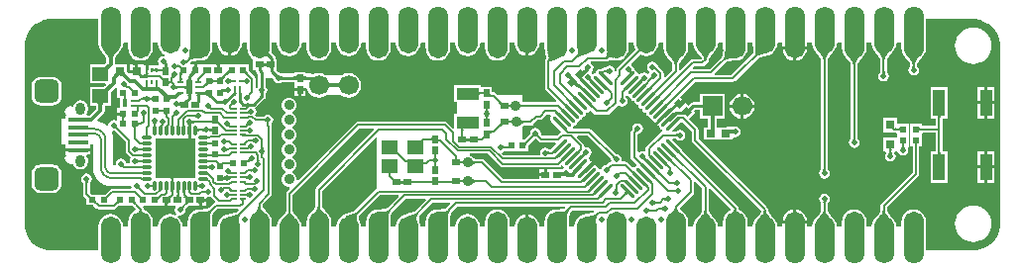
<source format=gtl>
G04*
G04 #@! TF.GenerationSoftware,Altium Limited,Altium Designer,20.1.11 (218)*
G04*
G04 Layer_Physical_Order=1*
G04 Layer_Color=255*
%FSLAX43Y43*%
%MOMM*%
G71*
G04*
G04 #@! TF.SameCoordinates,BD5628E5-7E1B-49FB-A763-C87F1538D8A8*
G04*
G04*
G04 #@! TF.FilePolarity,Positive*
G04*
G01*
G75*
%ADD10C,0.254*%
%ADD12C,0.250*%
%ADD14C,0.150*%
%ADD15C,0.200*%
G04:AMPARAMS|DCode=22|XSize=2mm|YSize=2.1mm|CornerRadius=0.52mm|HoleSize=0mm|Usage=FLASHONLY|Rotation=270.000|XOffset=0mm|YOffset=0mm|HoleType=Round|Shape=RoundedRectangle|*
%AMROUNDEDRECTD22*
21,1,2.000,1.060,0,0,270.0*
21,1,0.960,2.100,0,0,270.0*
1,1,1.040,-0.530,-0.480*
1,1,1.040,-0.530,0.480*
1,1,1.040,0.530,0.480*
1,1,1.040,0.530,-0.480*
%
%ADD22ROUNDEDRECTD22*%
G04:AMPARAMS|DCode=23|XSize=1.05mm|YSize=0.84mm|CornerRadius=0.42mm|HoleSize=0mm|Usage=FLASHONLY|Rotation=270.000|XOffset=0mm|YOffset=0mm|HoleType=Round|Shape=RoundedRectangle|*
%AMROUNDEDRECTD23*
21,1,1.050,0.000,0,0,270.0*
21,1,0.210,0.840,0,0,270.0*
1,1,0.840,0.000,-0.105*
1,1,0.840,0.000,0.105*
1,1,0.840,0.000,0.105*
1,1,0.840,0.000,-0.105*
%
%ADD23ROUNDEDRECTD23*%
%ADD28R,1.400X1.150*%
%ADD29R,1.900X1.100*%
%ADD30R,1.700X0.350*%
%ADD31R,1.000X2.250*%
%ADD32C,0.250*%
%ADD34R,0.600X0.250*%
G04:AMPARAMS|DCode=38|XSize=0.3mm|YSize=1.65mm|CornerRadius=0mm|HoleSize=0mm|Usage=FLASHONLY|Rotation=225.000|XOffset=0mm|YOffset=0mm|HoleType=Round|Shape=Round|*
%AMOVALD38*
21,1,1.350,0.300,0.000,0.000,315.0*
1,1,0.300,-0.477,0.477*
1,1,0.300,0.477,-0.477*
%
%ADD38OVALD38*%

G04:AMPARAMS|DCode=39|XSize=0.3mm|YSize=1.65mm|CornerRadius=0mm|HoleSize=0mm|Usage=FLASHONLY|Rotation=135.000|XOffset=0mm|YOffset=0mm|HoleType=Round|Shape=Round|*
%AMOVALD39*
21,1,1.350,0.300,0.000,0.000,225.0*
1,1,0.300,0.477,0.477*
1,1,0.300,-0.477,-0.477*
%
%ADD39OVALD39*%

%ADD40R,0.400X0.700*%
%ADD41R,0.800X0.800*%
%ADD42R,0.600X0.500*%
%ADD43R,0.600X0.550*%
%ADD44R,1.350X1.200*%
%ADD45R,0.800X0.650*%
%ADD46R,0.500X0.650*%
%ADD47R,0.762X0.762*%
%ADD48R,0.550X0.600*%
G04:AMPARAMS|DCode=49|XSize=0.5mm|YSize=0.65mm|CornerRadius=0mm|HoleSize=0mm|Usage=FLASHONLY|Rotation=225.000|XOffset=0mm|YOffset=0mm|HoleType=Round|Shape=Rectangle|*
%AMROTATEDRECTD49*
4,1,4,-0.053,0.407,0.407,-0.053,0.053,-0.407,-0.407,0.053,-0.053,0.407,0.0*
%
%ADD49ROTATEDRECTD49*%

G04:AMPARAMS|DCode=50|XSize=0.5mm|YSize=0.65mm|CornerRadius=0mm|HoleSize=0mm|Usage=FLASHONLY|Rotation=135.000|XOffset=0mm|YOffset=0mm|HoleType=Round|Shape=Rectangle|*
%AMROTATEDRECTD50*
4,1,4,0.407,0.053,-0.053,-0.407,-0.407,-0.053,0.053,0.407,0.407,0.053,0.0*
%
%ADD50ROTATEDRECTD50*%

%ADD51R,0.650X0.500*%
%ADD68R,3.400X3.400*%
%ADD69O,0.280X0.850*%
%ADD70O,0.850X0.280*%
%ADD95C,0.500*%
%ADD96C,0.160*%
%ADD97R,0.550X0.200*%
%ADD98R,0.500X1.260*%
%ADD99R,0.940X0.280*%
%ADD100R,0.180X0.350*%
%ADD101R,0.400X0.250*%
%ADD102C,0.300*%
%ADD103C,0.356*%
%ADD104C,0.175*%
%ADD105C,0.180*%
%ADD106C,0.270*%
%ADD107C,0.240*%
%ADD108C,0.225*%
%ADD109R,0.350X0.250*%
%ADD110C,1.700*%
%ADD111C,0.900*%
%ADD112O,1.702X3.937*%
%ADD113C,1.702*%
%ADD114O,1.702X4.343*%
%ADD115R,1.700X1.700*%
%ADD116C,3.600*%
G36*
X52959Y17330D02*
X52945Y17339D01*
X52929Y17345D01*
X52912Y17346D01*
X52894Y17343D01*
X52874Y17337D01*
X52853Y17327D01*
X52830Y17313D01*
X52806Y17295D01*
X52780Y17273D01*
X52753Y17247D01*
X52616Y17357D01*
X52641Y17384D01*
X52663Y17409D01*
X52680Y17432D01*
X52693Y17454D01*
X52703Y17474D01*
X52707Y17493D01*
X52708Y17510D01*
X52705Y17525D01*
X52697Y17538D01*
X52686Y17550D01*
X52959Y17330D01*
D02*
G37*
G36*
X45817Y17353D02*
X45815Y17346D01*
X45813Y17336D01*
X45812Y17323D01*
X45809Y17268D01*
X45807Y17189D01*
X45632D01*
X45632Y17218D01*
X45625Y17346D01*
X45623Y17353D01*
X45621Y17357D01*
X45819D01*
X45817Y17353D01*
D02*
G37*
G36*
X44660Y17678D02*
X44667Y17628D01*
X44660Y17577D01*
X44696Y17302D01*
X44736Y17207D01*
X44737Y17194D01*
X44739Y17191D01*
X44740Y17188D01*
X44776Y17091D01*
X44802Y17008D01*
X44820Y16933D01*
X44830Y16868D01*
X44834Y16813D01*
X44832Y16769D01*
X44825Y16734D01*
X44816Y16709D01*
X44806Y16691D01*
X44799Y16683D01*
X44793Y16676D01*
X44788Y16669D01*
X44781Y16661D01*
X44776Y16650D01*
X44729Y16581D01*
X44707Y16469D01*
Y14192D01*
X44729Y14080D01*
X44793Y13985D01*
X45692Y13085D01*
X45644Y12968D01*
X42825D01*
Y13600D01*
X40673D01*
X40532Y13741D01*
X40433Y13808D01*
X40316Y13831D01*
X40199Y13845D01*
Y14246D01*
X39299D01*
X39275Y14363D01*
Y14453D01*
X36975D01*
Y12953D01*
X37175D01*
X37175Y11953D01*
X36975D01*
Y10788D01*
X36858Y10739D01*
X36376Y11221D01*
X36285Y11281D01*
X36178Y11303D01*
X28772D01*
X28665Y11281D01*
X28574Y11221D01*
X23635Y6281D01*
X23514Y6340D01*
X23516Y6350D01*
X23493Y6520D01*
X23428Y6678D01*
X23324Y6814D01*
X23188Y6918D01*
Y7052D01*
X23324Y7156D01*
X23428Y7292D01*
X23493Y7450D01*
X23516Y7620D01*
X23493Y7790D01*
X23428Y7948D01*
X23324Y8084D01*
X23188Y8188D01*
Y8322D01*
X23324Y8426D01*
X23428Y8562D01*
X23493Y8720D01*
X23516Y8890D01*
X23493Y9060D01*
X23428Y9218D01*
X23324Y9354D01*
X23188Y9458D01*
Y9592D01*
X23324Y9696D01*
X23428Y9832D01*
X23493Y9990D01*
X23516Y10160D01*
X23493Y10330D01*
X23428Y10488D01*
X23324Y10624D01*
X23188Y10728D01*
Y10862D01*
X23324Y10966D01*
X23428Y11102D01*
X23493Y11260D01*
X23516Y11430D01*
X23493Y11600D01*
X23428Y11758D01*
X23324Y11894D01*
X23188Y11998D01*
Y12132D01*
X23324Y12236D01*
X23428Y12372D01*
X23493Y12530D01*
X23516Y12700D01*
X23493Y12870D01*
X23428Y13028D01*
X23324Y13164D01*
X23188Y13268D01*
X23030Y13333D01*
X22860Y13356D01*
X22690Y13333D01*
X22532Y13268D01*
X22396Y13164D01*
X22292Y13028D01*
X22227Y12870D01*
X22204Y12700D01*
X22227Y12530D01*
X22292Y12372D01*
X22396Y12236D01*
X22532Y12132D01*
Y11998D01*
X22396Y11894D01*
X22292Y11758D01*
X22227Y11600D01*
X22204Y11430D01*
X22227Y11260D01*
X22292Y11102D01*
X22396Y10966D01*
X22532Y10862D01*
Y10728D01*
X22396Y10624D01*
X22292Y10488D01*
X22227Y10330D01*
X22204Y10160D01*
X22227Y9990D01*
X22292Y9832D01*
X22396Y9696D01*
X22532Y9592D01*
Y9458D01*
X22396Y9354D01*
X22292Y9218D01*
X22227Y9060D01*
X22204Y8890D01*
X22227Y8720D01*
X22292Y8562D01*
X22396Y8426D01*
X22532Y8322D01*
Y8188D01*
X22396Y8084D01*
X22292Y7948D01*
X22227Y7790D01*
X22204Y7620D01*
X22227Y7450D01*
X22292Y7292D01*
X22396Y7156D01*
X22532Y7052D01*
Y6918D01*
X22396Y6814D01*
X22292Y6678D01*
X22227Y6520D01*
X22204Y6350D01*
X22227Y6180D01*
X22292Y6022D01*
X22396Y5886D01*
X22532Y5782D01*
X22690Y5717D01*
X22860Y5694D01*
X22870Y5696D01*
X22929Y5575D01*
X22692Y5338D01*
X22631Y5247D01*
X22610Y5140D01*
Y3693D01*
X22609Y3683D01*
X22601Y3656D01*
X22584Y3617D01*
X22557Y3567D01*
X22517Y3509D01*
X22469Y3446D01*
X22242Y3204D01*
X22148Y3115D01*
X22110Y3086D01*
X21942Y2867D01*
X21836Y2611D01*
X21800Y2337D01*
X21755Y2286D01*
X21380D01*
Y2642D01*
X21373Y2692D01*
X21380Y2743D01*
X21344Y3018D01*
X21238Y3273D01*
X21070Y3493D01*
X21041Y3515D01*
X20879Y3681D01*
X20742Y3843D01*
X20693Y3910D01*
X20654Y3970D01*
X20626Y4022D01*
X20609Y4062D01*
X20601Y4089D01*
X20600Y4097D01*
Y4189D01*
X21323Y4912D01*
X21384Y5003D01*
X21405Y5110D01*
Y10901D01*
X21384Y11008D01*
X21364Y11111D01*
X21464Y11259D01*
X21499Y11435D01*
X21464Y11611D01*
X21364Y11759D01*
X21216Y11859D01*
X21040Y11894D01*
X20864Y11859D01*
X20716Y11759D01*
X20703Y11741D01*
X20695Y11734D01*
X20686Y11727D01*
X20679Y11723D01*
X20672Y11719D01*
X20667Y11717D01*
X20663Y11716D01*
X20662Y11715D01*
X20096D01*
X19947Y11864D01*
X20038Y11999D01*
X20073Y12175D01*
X20038Y12351D01*
X19959Y12468D01*
X20057Y12533D01*
X20774Y13251D01*
X20846Y13358D01*
X20871Y13485D01*
Y13664D01*
X20872Y13667D01*
X20873Y13673D01*
X20964Y13809D01*
X20999Y13985D01*
X20964Y14161D01*
X20873Y14297D01*
X20872Y14301D01*
X20871Y14309D01*
Y14985D01*
X21407D01*
X21407Y14985D01*
X21523Y14957D01*
X21536Y14889D01*
X21636Y14741D01*
X21784Y14641D01*
X21960Y14606D01*
X22136Y14641D01*
X22256Y14722D01*
X22275Y14723D01*
X23331D01*
X23340Y14723D01*
Y14162D01*
X24240D01*
Y14196D01*
X24367Y14204D01*
X24377Y14128D01*
X24483Y13872D01*
X24651Y13653D01*
X24870Y13485D01*
X25126Y13379D01*
X25400Y13343D01*
X25674Y13379D01*
X25930Y13485D01*
X26032Y13564D01*
X27308Y13564D01*
X27410Y13485D01*
X27666Y13379D01*
X27940Y13343D01*
X28214Y13379D01*
X28470Y13485D01*
X28689Y13653D01*
X28857Y13872D01*
X28963Y14128D01*
X28999Y14402D01*
X28963Y14676D01*
X28857Y14932D01*
X28689Y15151D01*
X28470Y15319D01*
X28214Y15425D01*
X27940Y15461D01*
X27666Y15425D01*
X27410Y15319D01*
X27307Y15240D01*
X26033Y15240D01*
X25930Y15319D01*
X25674Y15425D01*
X25400Y15461D01*
X25126Y15425D01*
X24925Y15342D01*
X24868Y15381D01*
X24737Y15407D01*
X24240D01*
X24240Y15407D01*
Y15510D01*
X24042D01*
X24038Y15511D01*
X24034Y15510D01*
X23546D01*
X23542Y15511D01*
X23538Y15510D01*
X23340D01*
Y15408D01*
X23330Y15407D01*
X22265D01*
X22264Y15407D01*
X22257Y15408D01*
X22136Y15489D01*
X21960Y15524D01*
X21959Y15524D01*
X21855Y15628D01*
X21795Y15730D01*
X21795D01*
X21795Y15730D01*
Y15927D01*
X21796Y15931D01*
X21795Y15936D01*
Y16424D01*
X21796Y16428D01*
X21795Y16432D01*
Y16630D01*
X21795D01*
X21740Y16734D01*
X21723Y16824D01*
X21649Y16935D01*
X21649Y16935D01*
X21338Y17245D01*
X21326Y17259D01*
X21344Y17302D01*
X21380Y17577D01*
X21373Y17628D01*
X21380Y17678D01*
Y18034D01*
X21755D01*
X21800Y17983D01*
X21836Y17709D01*
X21942Y17453D01*
X22110Y17234D01*
X22330Y17065D01*
X22586Y16959D01*
X22860Y16923D01*
X23134Y16959D01*
X23390Y17065D01*
X23610Y17234D01*
X23778Y17453D01*
X23884Y17709D01*
X23920Y17983D01*
X23965Y18034D01*
X24340D01*
Y17678D01*
X24347Y17628D01*
X24340Y17577D01*
X24376Y17302D01*
X24482Y17047D01*
X24650Y16827D01*
X24870Y16659D01*
X25126Y16553D01*
X25400Y16517D01*
X25674Y16553D01*
X25930Y16659D01*
X26150Y16827D01*
X26318Y17047D01*
X26424Y17302D01*
X26460Y17577D01*
X26453Y17628D01*
X26460Y17678D01*
Y18034D01*
X26835D01*
X26880Y17983D01*
X26916Y17709D01*
X27022Y17453D01*
X27190Y17234D01*
X27410Y17065D01*
X27666Y16959D01*
X27940Y16923D01*
X28214Y16959D01*
X28470Y17065D01*
X28690Y17234D01*
X28858Y17453D01*
X28964Y17709D01*
X29000Y17983D01*
X29045Y18034D01*
X29420D01*
Y17678D01*
X29427Y17628D01*
X29420Y17577D01*
X29456Y17302D01*
X29562Y17047D01*
X29730Y16827D01*
X29950Y16659D01*
X30206Y16553D01*
X30480Y16517D01*
X30754Y16553D01*
X31010Y16659D01*
X31230Y16827D01*
X31398Y17047D01*
X31504Y17302D01*
X31540Y17577D01*
X31533Y17628D01*
X31540Y17678D01*
Y18034D01*
X31915D01*
X31960Y17983D01*
X31996Y17709D01*
X32102Y17453D01*
X32270Y17234D01*
X32490Y17065D01*
X32746Y16959D01*
X33020Y16923D01*
X33294Y16959D01*
X33550Y17065D01*
X33770Y17234D01*
X33938Y17453D01*
X34044Y17709D01*
X34080Y17983D01*
X34125Y18034D01*
X34500D01*
Y17678D01*
X34507Y17628D01*
X34500Y17577D01*
X34536Y17302D01*
X34642Y17047D01*
X34810Y16827D01*
X35030Y16659D01*
X35286Y16553D01*
X35560Y16517D01*
X35834Y16553D01*
X36090Y16659D01*
X36310Y16827D01*
X36478Y17047D01*
X36584Y17302D01*
X36620Y17577D01*
X36613Y17628D01*
X36620Y17678D01*
Y18034D01*
X36995D01*
X37040Y17983D01*
X37076Y17709D01*
X37182Y17453D01*
X37350Y17234D01*
X37570Y17065D01*
X37826Y16959D01*
X38100Y16923D01*
X38374Y16959D01*
X38630Y17065D01*
X38850Y17234D01*
X39018Y17453D01*
X39124Y17709D01*
X39160Y17983D01*
X39205Y18034D01*
X39580D01*
Y17678D01*
X39587Y17628D01*
X39580Y17577D01*
X39616Y17302D01*
X39722Y17047D01*
X39890Y16827D01*
X40110Y16659D01*
X40366Y16553D01*
X40640Y16517D01*
X40914Y16553D01*
X41170Y16659D01*
X41390Y16827D01*
X41558Y17047D01*
X41664Y17302D01*
X41700Y17577D01*
X41693Y17628D01*
X41700Y17678D01*
Y18034D01*
X42075D01*
X42120Y17983D01*
X42156Y17709D01*
X42262Y17453D01*
X42430Y17234D01*
X42650Y17065D01*
X42906Y16959D01*
X43053Y16940D01*
Y17983D01*
X43307D01*
Y16940D01*
X43454Y16959D01*
X43710Y17065D01*
X43930Y17234D01*
X44098Y17453D01*
X44204Y17709D01*
X44240Y17983D01*
X44285Y18034D01*
X44660D01*
Y17678D01*
D02*
G37*
G36*
X19260D02*
X19267Y17628D01*
X19260Y17577D01*
X19296Y17302D01*
X19402Y17047D01*
X19570Y16827D01*
X19709Y16721D01*
X19795Y16630D01*
Y15730D01*
X19989D01*
Y15720D01*
X20014Y15593D01*
X20086Y15485D01*
X20209Y15363D01*
Y14306D01*
X20208Y14303D01*
X20207Y14297D01*
X20121Y14168D01*
X20112Y14167D01*
X19994Y14236D01*
Y14963D01*
X19973Y15070D01*
X19912Y15161D01*
X19472Y15601D01*
X19452Y15623D01*
Y16200D01*
X18579D01*
X18452Y16200D01*
Y16200D01*
X18451D01*
Y16200D01*
X17457D01*
X17452Y16200D01*
X17452Y16200D01*
X17340Y16175D01*
X17340Y16175D01*
X16942D01*
Y15983D01*
X16952Y15976D01*
X16966Y15971D01*
X16981Y15969D01*
X16942D01*
Y15725D01*
X16688D01*
Y15969D01*
X16649D01*
X16664Y15971D01*
X16678Y15976D01*
X16688Y15983D01*
Y16175D01*
X15365D01*
Y16200D01*
X14992D01*
Y16041D01*
X15001Y16026D01*
X15014Y16012D01*
X15029Y16002D01*
X15046Y15996D01*
X15065Y15994D01*
X14992D01*
Y15725D01*
X14738D01*
Y15994D01*
X14665D01*
X14684Y15996D01*
X14701Y16002D01*
X14716Y16012D01*
X14729Y16026D01*
X14738Y16041D01*
Y16200D01*
X14443D01*
X14389Y16302D01*
X14387Y16327D01*
X14481Y16421D01*
X14488Y16427D01*
X14512Y16440D01*
X14552Y16457D01*
X14608Y16473D01*
X14679Y16488D01*
X14759Y16500D01*
X15098Y16522D01*
X15201Y16522D01*
X15240Y16517D01*
X15514Y16553D01*
X15770Y16659D01*
X15990Y16827D01*
X16158Y17047D01*
X16264Y17302D01*
X16300Y17577D01*
X16293Y17628D01*
X16300Y17678D01*
Y18034D01*
X16675D01*
X16720Y17983D01*
X16756Y17709D01*
X16862Y17453D01*
X17030Y17234D01*
X17250Y17065D01*
X17506Y16959D01*
X17653Y16940D01*
Y17983D01*
X17907D01*
Y16940D01*
X18054Y16959D01*
X18310Y17065D01*
X18530Y17234D01*
X18698Y17453D01*
X18804Y17709D01*
X18840Y17983D01*
X18885Y18034D01*
X19260D01*
Y17678D01*
D02*
G37*
G36*
X50367Y16963D02*
X50402Y16933D01*
X50388Y16942D01*
X50387Y16943D01*
X50573Y16757D01*
X50501Y16774D01*
X50433Y16785D01*
X50368Y16791D01*
X50306Y16790D01*
X50247Y16783D01*
X50192Y16770D01*
X50141Y16752D01*
X50093Y16727D01*
X50048Y16696D01*
X50006Y16659D01*
X49882Y16783D01*
X49919Y16824D01*
X49950Y16869D01*
X49975Y16918D01*
X49994Y16969D01*
X50006Y17024D01*
X50013Y17083D01*
X50014Y17144D01*
X50009Y17209D01*
X49997Y17278D01*
X49980Y17350D01*
X50367Y16963D01*
D02*
G37*
G36*
X54820Y17678D02*
X54827Y17628D01*
X54820Y17577D01*
X54856Y17302D01*
X54962Y17047D01*
X55130Y16827D01*
X55161Y16804D01*
X55234Y16730D01*
X55315Y16644D01*
X55449Y16485D01*
X55496Y16419D01*
X55535Y16358D01*
X55562Y16307D01*
X55578Y16266D01*
X55586Y16236D01*
X55587Y16228D01*
Y15715D01*
X54985Y15113D01*
X54868Y15162D01*
Y15438D01*
X54845Y15550D01*
X54782Y15645D01*
X54384Y16043D01*
X54374Y16055D01*
X54368Y16063D01*
X54350Y16090D01*
X54345Y16100D01*
X54331Y16128D01*
X54327Y16151D01*
X54227Y16299D01*
X54078Y16399D01*
X53903Y16434D01*
X53727Y16399D01*
X53578Y16299D01*
X53479Y16151D01*
X53444Y15975D01*
X53479Y15799D01*
X53578Y15651D01*
X53647Y15604D01*
X53670Y15499D01*
X53565Y15404D01*
X53532Y15401D01*
X53409Y15483D01*
X53234Y15518D01*
X53058Y15483D01*
X52943Y15406D01*
X52820Y15362D01*
X52704Y15439D01*
X52571Y15466D01*
X52544Y15600D01*
X52467Y15716D01*
X52351Y15793D01*
X52324Y15798D01*
X52299Y15926D01*
X52199Y16074D01*
X52111Y16134D01*
X52084Y16287D01*
X52847Y17050D01*
X53066Y16959D01*
X53340Y16923D01*
X53614Y16959D01*
X53870Y17065D01*
X54090Y17234D01*
X54258Y17453D01*
X54364Y17709D01*
X54400Y17983D01*
X54445Y18034D01*
X54820D01*
Y17678D01*
D02*
G37*
G36*
X63667Y17149D02*
X63516Y17118D01*
X62960Y16971D01*
X62888Y16943D01*
X62830Y16916D01*
X62784Y16890D01*
X62752Y16864D01*
X62602Y16962D01*
X62640Y17007D01*
X62671Y17061D01*
X62695Y17124D01*
X62712Y17195D01*
X62722Y17274D01*
X62725Y17362D01*
X62722Y17459D01*
X62711Y17564D01*
X62694Y17678D01*
X62669Y17800D01*
X63667Y17149D01*
D02*
G37*
G36*
X21095Y17349D02*
X21087Y17325D01*
X21085Y17299D01*
X21089Y17270D01*
X21099Y17239D01*
X21115Y17206D01*
X21137Y17171D01*
X21165Y17134D01*
X21199Y17094D01*
X21239Y17052D01*
X21064Y16845D01*
X21023Y16885D01*
X20983Y16918D01*
X20947Y16945D01*
X20913Y16966D01*
X20881Y16980D01*
X20852Y16989D01*
X20826Y16990D01*
X20802Y16986D01*
X20781Y16974D01*
X20762Y16957D01*
X21109Y17370D01*
X21095Y17349D01*
D02*
G37*
G36*
X48498Y17166D02*
X48341Y17120D01*
X47608Y16853D01*
X47582Y16833D01*
X47420Y16919D01*
X47459Y16966D01*
X47490Y17020D01*
X47513Y17082D01*
X47528Y17151D01*
X47534Y17229D01*
X47533Y17313D01*
X47524Y17406D01*
X47507Y17506D01*
X47481Y17614D01*
X47448Y17729D01*
X48498Y17166D01*
D02*
G37*
G36*
X8131Y17290D02*
X7988Y17125D01*
X7930Y17047D01*
X7881Y16972D01*
X7841Y16899D01*
X7810Y16829D01*
X7788Y16762D01*
X7774Y16697D01*
X7770Y16635D01*
X7470D01*
X7466Y16697D01*
X7452Y16762D01*
X7430Y16829D01*
X7399Y16899D01*
X7359Y16972D01*
X7310Y17047D01*
X7252Y17125D01*
X7185Y17206D01*
X7024Y17376D01*
X8216D01*
X8131Y17290D01*
D02*
G37*
G36*
X58919Y17278D02*
X58690Y17017D01*
X58635Y16939D01*
X58589Y16867D01*
X58553Y16799D01*
X58528Y16737D01*
X58513Y16679D01*
X58507Y16626D01*
X58333D01*
X58327Y16679D01*
X58312Y16737D01*
X58287Y16799D01*
X58251Y16867D01*
X58205Y16939D01*
X58150Y17017D01*
X58007Y17186D01*
X57921Y17278D01*
X57824Y17376D01*
X59016D01*
X58919Y17278D01*
D02*
G37*
G36*
X69172Y17372D02*
X69075Y17276D01*
X68846Y17016D01*
X68790Y16939D01*
X68744Y16866D01*
X68708Y16799D01*
X68683Y16736D01*
X68668Y16679D01*
X68662Y16626D01*
X68488Y16627D01*
X68482Y16679D01*
X68467Y16737D01*
X68442Y16799D01*
X68406Y16867D01*
X68361Y16940D01*
X68305Y17017D01*
X68163Y17188D01*
X68077Y17281D01*
X67981Y17379D01*
X69172Y17372D01*
D02*
G37*
G36*
X74248Y17369D02*
X74151Y17273D01*
X73921Y17015D01*
X73865Y16938D01*
X73819Y16866D01*
X73783Y16799D01*
X73758Y16736D01*
X73743Y16678D01*
X73738Y16625D01*
X73562Y16627D01*
X73557Y16680D01*
X73542Y16737D01*
X73517Y16800D01*
X73482Y16867D01*
X73436Y16940D01*
X73381Y17018D01*
X73239Y17190D01*
X73153Y17284D01*
X73057Y17383D01*
X74248Y17369D01*
D02*
G37*
G36*
X14270Y16500D02*
X14243Y16473D01*
X14119Y16332D01*
X14105Y16313D01*
X14083Y16277D01*
X14007Y16606D01*
X14026Y16594D01*
X14044Y16586D01*
X14062Y16581D01*
X14080Y16579D01*
X14098Y16580D01*
X14116Y16584D01*
X14134Y16591D01*
X14152Y16601D01*
X14170Y16614D01*
X14188Y16631D01*
X14270Y16500D01*
D02*
G37*
G36*
X15231Y16726D02*
X15091Y16726D01*
X14738Y16703D01*
X14642Y16689D01*
X14558Y16671D01*
X14485Y16649D01*
X14423Y16624D01*
X14372Y16596D01*
X14333Y16563D01*
X14227Y16670D01*
X14259Y16709D01*
X14287Y16760D01*
X14313Y16822D01*
X14334Y16895D01*
X14352Y16979D01*
X14367Y17075D01*
X14385Y17299D01*
X14389Y17568D01*
X15231Y16726D01*
D02*
G37*
G36*
X60951D02*
X60815Y16726D01*
X60468Y16702D01*
X60373Y16687D01*
X60290Y16668D01*
X60217Y16645D01*
X60155Y16619D01*
X60103Y16589D01*
X60062Y16555D01*
X59939Y16679D01*
X59972Y16720D01*
X60002Y16772D01*
X60029Y16834D01*
X60051Y16907D01*
X60070Y16990D01*
X60085Y17085D01*
X60105Y17305D01*
X60109Y17431D01*
X60109Y17568D01*
X60951Y16726D01*
D02*
G37*
G36*
X62440Y17983D02*
X62469Y17762D01*
X62469Y17760D01*
X62470Y17755D01*
X62476Y17709D01*
X62482Y17694D01*
X62493Y17642D01*
X62509Y17538D01*
X62518Y17445D01*
X62521Y17362D01*
X62519Y17291D01*
X62511Y17232D01*
X62500Y17184D01*
X62486Y17149D01*
X62472Y17124D01*
X62463Y17114D01*
X60643Y15293D01*
X59257D01*
X59208Y15410D01*
X60213Y16416D01*
X60220Y16421D01*
X60246Y16436D01*
X60287Y16454D01*
X60343Y16471D01*
X60412Y16487D01*
X60491Y16499D01*
X60822Y16522D01*
X60921Y16522D01*
X60960Y16517D01*
X61234Y16553D01*
X61490Y16659D01*
X61710Y16827D01*
X61878Y17047D01*
X61984Y17302D01*
X62020Y17577D01*
X62013Y17628D01*
X62020Y17678D01*
Y18034D01*
X62395D01*
X62440Y17983D01*
D02*
G37*
G36*
X52280D02*
X52316Y17709D01*
X52422Y17454D01*
X50918Y15950D01*
X50854Y15855D01*
X50832Y15742D01*
Y15657D01*
X50705Y15645D01*
X50674Y15801D01*
X50574Y15949D01*
X50426Y16049D01*
X50250Y16084D01*
X50074Y16049D01*
X49926Y15949D01*
X49914Y15933D01*
X49913Y15931D01*
X49907Y15927D01*
X49902Y15924D01*
X49897Y15922D01*
X49892Y15920D01*
X49887Y15919D01*
X49883Y15918D01*
X49775D01*
X49663Y15896D01*
X49568Y15832D01*
X49526Y15791D01*
X49522Y15793D01*
X49386Y15820D01*
X49249Y15793D01*
X49133Y15716D01*
X49056Y15600D01*
X49029Y15466D01*
X48896Y15439D01*
X48795Y15372D01*
X48710Y15452D01*
X48710Y15452D01*
X48710Y15452D01*
X48703Y15459D01*
Y15584D01*
X48710Y15589D01*
X48810Y15738D01*
X48845Y15913D01*
X48810Y16089D01*
X48710Y16238D01*
X48616Y16301D01*
X48654Y16428D01*
X49944D01*
X50056Y16450D01*
X50137Y16504D01*
X50141Y16507D01*
X50143Y16508D01*
X50152Y16514D01*
X50167Y16530D01*
X50174Y16535D01*
X50197Y16551D01*
X50223Y16564D01*
X50251Y16575D01*
X50282Y16582D01*
X50319Y16586D01*
X50360Y16587D01*
X50408Y16583D01*
X50460Y16574D01*
X50494Y16566D01*
X50526Y16553D01*
X50800Y16517D01*
X51074Y16553D01*
X51330Y16659D01*
X51550Y16827D01*
X51718Y17047D01*
X51824Y17302D01*
X51860Y17577D01*
X51853Y17628D01*
X51860Y17678D01*
Y18034D01*
X52235D01*
X52280Y17983D01*
D02*
G37*
G36*
X11640D02*
X11676Y17709D01*
X11782Y17453D01*
X11950Y17234D01*
X12170Y17065D01*
X12230Y17040D01*
X12193Y16918D01*
X12115Y16934D01*
X11939Y16899D01*
X11791Y16799D01*
X11691Y16651D01*
X11656Y16475D01*
X11691Y16299D01*
X11736Y16233D01*
X11668Y16106D01*
X10849D01*
Y15741D01*
X10847Y15731D01*
X10612D01*
Y16106D01*
X10494D01*
X10397Y16178D01*
X10397Y16178D01*
X10397Y16178D01*
X9943D01*
Y15597D01*
X9816D01*
Y15470D01*
X9159D01*
X9118Y15453D01*
X9103Y15468D01*
X9057Y15518D01*
X9025Y15558D01*
X9000Y15593D01*
Y16178D01*
X8033D01*
X7977Y16247D01*
Y16669D01*
X7977Y16669D01*
X7985Y16709D01*
X8001Y16756D01*
X8024Y16808D01*
X8056Y16867D01*
X8098Y16931D01*
X8147Y16998D01*
X8281Y17151D01*
X8339Y17211D01*
X8370Y17234D01*
X8538Y17453D01*
X8644Y17709D01*
X8680Y17983D01*
X8725Y18034D01*
X9100D01*
Y17678D01*
X9107Y17628D01*
X9100Y17577D01*
X9136Y17302D01*
X9242Y17047D01*
X9410Y16827D01*
X9630Y16659D01*
X9886Y16553D01*
X10160Y16517D01*
X10434Y16553D01*
X10690Y16659D01*
X10910Y16827D01*
X11078Y17047D01*
X11184Y17302D01*
X11220Y17577D01*
X11213Y17628D01*
X11220Y17678D01*
Y18034D01*
X11595D01*
X11640Y17983D01*
D02*
G37*
G36*
X21542Y16642D02*
X21550Y16523D01*
X21554Y16493D01*
X21560Y16469D01*
X21566Y16451D01*
X21574Y16437D01*
X21582Y16429D01*
X21592Y16427D01*
X21141Y16424D01*
X21166Y16427D01*
X21188Y16435D01*
X21208Y16448D01*
X21225Y16467D01*
X21239Y16491D01*
X21251Y16521D01*
X21260Y16556D01*
X21267Y16596D01*
X21271Y16642D01*
X21272Y16693D01*
X21542D01*
X21542Y16642D01*
D02*
G37*
G36*
X45950Y16758D02*
X45807Y16716D01*
X45205Y16502D01*
X45148Y16471D01*
X45103Y16443D01*
X45070Y16415D01*
X44938Y16531D01*
X44975Y16575D01*
X45003Y16625D01*
X45023Y16682D01*
X45035Y16745D01*
X45038Y16815D01*
X45033Y16891D01*
X45020Y16973D01*
X44998Y17062D01*
X44969Y17158D01*
X44931Y17259D01*
X45950Y16758D01*
D02*
G37*
G36*
X76796Y16969D02*
X76699Y16872D01*
X76470Y16610D01*
X76415Y16533D01*
X76369Y16460D01*
X76333Y16393D01*
X76308Y16330D01*
X76293Y16273D01*
X76287Y16220D01*
X76113D01*
X76107Y16273D01*
X76092Y16330D01*
X76067Y16393D01*
X76031Y16460D01*
X75985Y16533D01*
X75930Y16610D01*
X75787Y16780D01*
X75701Y16872D01*
X75604Y16969D01*
X76796Y16969D01*
D02*
G37*
G36*
X71619Y16872D02*
X71390Y16610D01*
X71335Y16533D01*
X71289Y16460D01*
X71253Y16393D01*
X71228Y16330D01*
X71213Y16273D01*
X71207Y16220D01*
X71033D01*
X71027Y16273D01*
X71012Y16330D01*
X70987Y16393D01*
X70951Y16460D01*
X70905Y16533D01*
X70850Y16610D01*
X70707Y16780D01*
X70621Y16872D01*
X70524Y16969D01*
X71716D01*
X71619Y16872D01*
D02*
G37*
G36*
X56379D02*
X56150Y16610D01*
X56095Y16533D01*
X56049Y16460D01*
X56013Y16393D01*
X55988Y16330D01*
X55973Y16273D01*
X55967Y16220D01*
X55792D01*
X55787Y16273D01*
X55772Y16330D01*
X55747Y16393D01*
X55711Y16460D01*
X55665Y16533D01*
X55610Y16610D01*
X55467Y16780D01*
X55381Y16872D01*
X55284Y16969D01*
X56476D01*
X56379Y16872D01*
D02*
G37*
G36*
X7634Y16049D02*
X7571Y15984D01*
X7473Y15869D01*
X7437Y15819D01*
X7411Y15774D01*
X7394Y15734D01*
X7387Y15699D01*
X7388Y15669D01*
X7399Y15644D01*
X7419Y15625D01*
X6923Y15971D01*
X6949Y15958D01*
X6979Y15952D01*
X7013Y15954D01*
X7050Y15964D01*
X7090Y15982D01*
X7135Y16007D01*
X7182Y16040D01*
X7234Y16081D01*
X7289Y16130D01*
X7347Y16186D01*
X7634Y16049D01*
D02*
G37*
G36*
X12465Y16149D02*
X12469Y16107D01*
X12475Y16069D01*
X12483Y16037D01*
X12494Y16009D01*
X12508Y15987D01*
X12524Y15969D01*
X12542Y15957D01*
X12563Y15949D01*
X12586Y15947D01*
X12092D01*
X12115Y15949D01*
X12136Y15957D01*
X12154Y15969D01*
X12170Y15987D01*
X12184Y16009D01*
X12194Y16037D01*
X12203Y16069D01*
X12209Y16107D01*
X12213Y16149D01*
X12214Y16197D01*
X12464D01*
X12465Y16149D01*
D02*
G37*
G36*
X76288Y16075D02*
X76291Y16052D01*
X76295Y16030D01*
X76301Y16008D01*
X76309Y15987D01*
X76319Y15967D01*
X76330Y15947D01*
X76343Y15929D01*
X76358Y15910D01*
X76375Y15893D01*
X76025D01*
X76042Y15910D01*
X76057Y15929D01*
X76070Y15947D01*
X76081Y15967D01*
X76091Y15987D01*
X76099Y16008D01*
X76105Y16030D01*
X76109Y16052D01*
X76112Y16075D01*
X76113Y16099D01*
X76287D01*
X76288Y16075D01*
D02*
G37*
G36*
X13314Y16204D02*
X13328Y16193D01*
X13344Y16183D01*
X13361Y16174D01*
X13379Y16167D01*
X13399Y16161D01*
X13421Y16156D01*
X13444Y16153D01*
X13468Y16151D01*
X13494Y16150D01*
Y15950D01*
X13468Y15949D01*
X13444Y15947D01*
X13421Y15944D01*
X13399Y15939D01*
X13379Y15933D01*
X13361Y15926D01*
X13344Y15917D01*
X13328Y15907D01*
X13314Y15896D01*
X13301Y15883D01*
Y16217D01*
X13314Y16204D01*
D02*
G37*
G36*
X11452Y15559D02*
X11450Y15574D01*
X11445Y15587D01*
X11436Y15599D01*
X11424Y15609D01*
X11408Y15618D01*
X11389Y15625D01*
X11366Y15630D01*
X11340Y15634D01*
X11339Y15634D01*
X11338Y15634D01*
X11312Y15630D01*
X11289Y15625D01*
X11270Y15618D01*
X11254Y15609D01*
X11242Y15599D01*
X11233Y15587D01*
X11228Y15574D01*
X11226Y15559D01*
X11223Y15900D01*
X11225Y15883D01*
X11230Y15868D01*
X11239Y15855D01*
X11252Y15844D01*
X11268Y15834D01*
X11287Y15826D01*
X11310Y15820D01*
X11337Y15816D01*
X11339Y15816D01*
X11341Y15816D01*
X11368Y15820D01*
X11391Y15826D01*
X11410Y15834D01*
X11426Y15844D01*
X11439Y15855D01*
X11448Y15868D01*
X11453Y15883D01*
X11455Y15900D01*
X11452Y15559D01*
D02*
G37*
G36*
X59900Y17678D02*
X59907Y17628D01*
X59900Y17577D01*
X59905Y17538D01*
X59905Y17435D01*
X59901Y17317D01*
X59883Y17110D01*
X59870Y17029D01*
X59854Y16959D01*
X59837Y16904D01*
X59820Y16863D01*
X59804Y16837D01*
X59799Y16830D01*
X58762Y15793D01*
X57367D01*
X57319Y15910D01*
X57456Y16048D01*
X58155D01*
X58267Y16070D01*
X58362Y16134D01*
X58627Y16399D01*
X58691Y16494D01*
X58713Y16606D01*
Y16634D01*
X58714Y16643D01*
X58722Y16672D01*
X58738Y16713D01*
X58766Y16765D01*
X58804Y16825D01*
X58850Y16890D01*
X59068Y17139D01*
X59139Y17210D01*
X59170Y17234D01*
X59338Y17453D01*
X59444Y17709D01*
X59480Y17983D01*
X59525Y18034D01*
X59900D01*
Y17678D01*
D02*
G37*
G36*
X57360Y17983D02*
X57396Y17709D01*
X57502Y17453D01*
X57670Y17234D01*
X57701Y17210D01*
X57774Y17137D01*
X57855Y17051D01*
X57989Y16891D01*
X58036Y16825D01*
X58075Y16765D01*
X58088Y16739D01*
X58018Y16641D01*
X58010Y16634D01*
X57335D01*
X57222Y16612D01*
X57127Y16548D01*
X56290Y15711D01*
X56173Y15760D01*
Y16228D01*
X56174Y16236D01*
X56182Y16266D01*
X56198Y16307D01*
X56226Y16358D01*
X56264Y16419D01*
X56310Y16483D01*
X56528Y16733D01*
X56599Y16804D01*
X56630Y16827D01*
X56798Y17047D01*
X56904Y17302D01*
X56940Y17577D01*
X56933Y17628D01*
X56940Y17678D01*
Y18034D01*
X57315D01*
X57360Y17983D01*
D02*
G37*
G36*
X54144Y16046D02*
X54165Y16004D01*
X54176Y15984D01*
X54201Y15946D01*
X54214Y15928D01*
X54243Y15894D01*
X54259Y15878D01*
X54191Y15698D01*
X54173Y15714D01*
X54155Y15728D01*
X54136Y15740D01*
X54117Y15748D01*
X54098Y15754D01*
X54079Y15758D01*
X54060Y15759D01*
X54040Y15757D01*
X54020Y15752D01*
X54000Y15745D01*
X54135Y16068D01*
X54144Y16046D01*
D02*
G37*
G36*
X21592Y15933D02*
X21582Y15930D01*
X21574Y15922D01*
X21566Y15909D01*
X21560Y15890D01*
X21554Y15865D01*
X21550Y15836D01*
X21544Y15760D01*
X21542Y15663D01*
X21272D01*
X21271Y15715D01*
X21267Y15761D01*
X21260Y15802D01*
X21250Y15837D01*
X21238Y15867D01*
X21223Y15892D01*
X21206Y15911D01*
X21186Y15925D01*
X21163Y15933D01*
X21137Y15936D01*
X21592Y15933D01*
D02*
G37*
G36*
X48407Y15664D02*
X48393Y15662D01*
X48379Y15658D01*
X48364Y15652D01*
X48349Y15645D01*
X48333Y15635D01*
X48316Y15624D01*
X48299Y15611D01*
X48262Y15579D01*
X48242Y15560D01*
X48242Y15560D01*
X48232Y15550D01*
X48127Y15457D01*
X48108Y15444D01*
X48093Y15435D01*
X48080Y15430D01*
X48071Y15429D01*
X48064Y15432D01*
X47824Y15672D01*
X47842Y15657D01*
X47863Y15647D01*
X47885Y15643D01*
X47909Y15643D01*
X47934Y15650D01*
X47962Y15661D01*
X47991Y15678D01*
X48022Y15700D01*
X48055Y15727D01*
X48067Y15739D01*
X48096Y15774D01*
X48108Y15792D01*
X48118Y15809D01*
X48126Y15826D01*
X48132Y15842D01*
X48136Y15858D01*
X48138Y15873D01*
X48137Y15887D01*
X48407Y15664D01*
D02*
G37*
G36*
X12308Y15780D02*
X12331Y15759D01*
X12336Y15756D01*
X12340Y15753D01*
X12344Y15751D01*
X12347Y15750D01*
X12349Y15750D01*
X12214Y15615D01*
X12214Y15617D01*
X12213Y15620D01*
X12211Y15624D01*
X12208Y15628D01*
X12205Y15633D01*
X12196Y15644D01*
X12184Y15656D01*
X12177Y15663D01*
X12301Y15787D01*
X12308Y15780D01*
D02*
G37*
G36*
X11625Y15883D02*
X11630Y15868D01*
X11639Y15855D01*
X11652Y15844D01*
X11668Y15834D01*
X11687Y15826D01*
X11710Y15820D01*
X11737Y15816D01*
X11767Y15813D01*
X11801Y15812D01*
Y15637D01*
X11768Y15637D01*
X11738Y15634D01*
X11712Y15630D01*
X11689Y15625D01*
X11670Y15618D01*
X11654Y15609D01*
X11642Y15599D01*
X11633Y15587D01*
X11628Y15574D01*
X11626Y15559D01*
X11623Y15900D01*
X11625Y15883D01*
D02*
G37*
G36*
X49791Y15517D02*
X49768Y15493D01*
X49748Y15469D01*
X49732Y15447D01*
X49720Y15427D01*
X49712Y15407D01*
X49707Y15389D01*
X49707Y15372D01*
X49710Y15357D01*
X49716Y15343D01*
X49727Y15330D01*
X49478Y15575D01*
X49491Y15564D01*
X49505Y15558D01*
X49521Y15555D01*
X49538Y15556D01*
X49556Y15561D01*
X49576Y15569D01*
X49597Y15582D01*
X49619Y15598D01*
X49643Y15618D01*
X49667Y15641D01*
X49791Y15517D01*
D02*
G37*
G36*
X12095Y15550D02*
X12093Y15567D01*
X12088Y15582D01*
X12079Y15595D01*
X12067Y15606D01*
X12051Y15616D01*
X12031Y15623D01*
X12008Y15630D01*
X11981Y15634D01*
X11951Y15637D01*
X11917Y15637D01*
Y15812D01*
X11951Y15813D01*
X11981Y15816D01*
X12008Y15820D01*
X12031Y15826D01*
X12051Y15834D01*
X12067Y15844D01*
X12079Y15855D01*
X12088Y15868D01*
X12093Y15883D01*
X12095Y15900D01*
Y15550D01*
D02*
G37*
G36*
X15901Y15481D02*
X15882Y15489D01*
X15861Y15492D01*
X15839Y15489D01*
X15814Y15482D01*
X15786Y15470D01*
X15757Y15453D01*
X15725Y15432D01*
X15692Y15405D01*
X15656Y15373D01*
X15618Y15337D01*
X15402Y15403D01*
X15445Y15448D01*
X15512Y15526D01*
X15536Y15560D01*
X15554Y15590D01*
X15565Y15616D01*
X15570Y15639D01*
X15568Y15658D01*
X15560Y15674D01*
X15546Y15686D01*
X15901Y15481D01*
D02*
G37*
G36*
X17851Y15456D02*
X17839Y15471D01*
X17824Y15479D01*
X17805Y15481D01*
X17783Y15476D01*
X17756Y15465D01*
X17726Y15448D01*
X17692Y15423D01*
X17655Y15393D01*
X17568Y15312D01*
X17513Y15540D01*
X17549Y15577D01*
X17607Y15646D01*
X17629Y15677D01*
X17645Y15706D01*
X17657Y15734D01*
X17665Y15759D01*
X17667Y15782D01*
X17665Y15803D01*
X17658Y15822D01*
X17851Y15456D01*
D02*
G37*
G36*
X14947D02*
X14926Y15469D01*
X14903Y15475D01*
X14876Y15474D01*
X14845Y15466D01*
X14812Y15451D01*
X14775Y15430D01*
X14734Y15402D01*
X14691Y15367D01*
X14593Y15276D01*
X14391Y15428D01*
X14442Y15481D01*
X14522Y15574D01*
X14551Y15616D01*
X14573Y15653D01*
X14587Y15686D01*
X14594Y15716D01*
X14594Y15742D01*
X14586Y15764D01*
X14571Y15782D01*
X14947Y15456D01*
D02*
G37*
G36*
X50071Y15450D02*
X50054Y15467D01*
X50036Y15481D01*
X50017Y15495D01*
X49997Y15506D01*
X49977Y15516D01*
X49956Y15524D01*
X49935Y15530D01*
X49912Y15534D01*
X49889Y15537D01*
X49866Y15538D01*
Y15712D01*
X49889Y15713D01*
X49912Y15716D01*
X49935Y15720D01*
X49956Y15726D01*
X49977Y15734D01*
X49997Y15744D01*
X50017Y15755D01*
X50036Y15769D01*
X50054Y15783D01*
X50071Y15800D01*
Y15450D01*
D02*
G37*
G36*
X52028Y15686D02*
X52050Y15667D01*
X52065Y15656D01*
X52120Y15701D01*
X52118Y15683D01*
X52117Y15665D01*
X52119Y15647D01*
X52123Y15629D01*
X52125Y15623D01*
X52135Y15619D01*
X52155Y15614D01*
X52175Y15611D01*
X52195Y15611D01*
X52214Y15613D01*
X52154Y15566D01*
X52160Y15558D01*
X52174Y15540D01*
X52191Y15522D01*
X52059Y15406D01*
X52041Y15424D01*
X52022Y15440D01*
X52008Y15451D01*
X51943Y15399D01*
X51954Y15411D01*
X51962Y15424D01*
X51966Y15439D01*
X51966Y15455D01*
X51961Y15473D01*
X51958Y15480D01*
X51948Y15485D01*
X51929Y15491D01*
X51911Y15496D01*
X51892Y15499D01*
X51874Y15500D01*
X51922Y15539D01*
X51903Y15561D01*
X51879Y15587D01*
X52006Y15707D01*
X52028Y15686D01*
D02*
G37*
G36*
X73738Y15561D02*
X73741Y15539D01*
X73745Y15516D01*
X73752Y15495D01*
X73759Y15474D01*
X73769Y15454D01*
X73780Y15434D01*
X73794Y15415D01*
X73808Y15397D01*
X73825Y15379D01*
X73475D01*
X73492Y15397D01*
X73507Y15415D01*
X73520Y15434D01*
X73531Y15454D01*
X73541Y15474D01*
X73549Y15495D01*
X73555Y15516D01*
X73559Y15539D01*
X73562Y15561D01*
X73562Y15585D01*
X73738D01*
X73738Y15561D01*
D02*
G37*
G36*
X19236Y15630D02*
X19231Y15617D01*
X19231Y15602D01*
X19235Y15584D01*
X19244Y15564D01*
X19257Y15542D01*
X19275Y15517D01*
X19297Y15490D01*
X19355Y15428D01*
X19223Y15347D01*
X19194Y15376D01*
X19139Y15422D01*
X19115Y15439D01*
X19093Y15451D01*
X19073Y15460D01*
X19055Y15465D01*
X19038Y15466D01*
X19024Y15463D01*
X19011Y15456D01*
X19245Y15640D01*
X19236Y15630D01*
D02*
G37*
G36*
X10827Y15507D02*
X10827Y15478D01*
X10830Y15448D01*
X10834Y15422D01*
X10840Y15399D01*
X10848Y15379D01*
X10858Y15363D01*
X10869Y15350D01*
X10882Y15341D01*
X10897Y15336D01*
X10914Y15334D01*
X10827Y15335D01*
X10827Y15288D01*
X10830Y15288D01*
X10868Y15288D01*
X11078Y15288D01*
Y15113D01*
X10827Y15112D01*
Y15288D01*
X10672D01*
Y15063D01*
X10670Y15065D01*
X10662Y15067D01*
X10650Y15069D01*
X10632Y15071D01*
X10512Y15075D01*
X10422Y15075D01*
Y15325D01*
X10651Y15336D01*
X10651Y15539D01*
X10826D01*
X10827Y15507D01*
D02*
G37*
G36*
X81947Y19977D02*
X82362Y19805D01*
X82737Y19555D01*
X83055Y19237D01*
X83305Y18862D01*
X83477Y18447D01*
X83565Y18005D01*
Y17780D01*
Y2540D01*
Y2315D01*
X83477Y1873D01*
X83305Y1458D01*
X83055Y1083D01*
X82737Y765D01*
X82362Y515D01*
X81947Y343D01*
X81505Y255D01*
X77260D01*
Y2642D01*
X77253Y2692D01*
X77260Y2743D01*
X77224Y3018D01*
X77118Y3273D01*
X76950Y3493D01*
X76730Y3661D01*
X76474Y3767D01*
X76200Y3803D01*
X75926Y3767D01*
X75670Y3661D01*
X75450Y3493D01*
X75282Y3273D01*
X75176Y3018D01*
X75140Y2743D01*
X75147Y2692D01*
X75140Y2642D01*
Y2286D01*
X74765D01*
X74720Y2337D01*
X74684Y2611D01*
X74578Y2867D01*
X74410Y3086D01*
X74379Y3110D01*
X74306Y3183D01*
X74225Y3269D01*
X74091Y3429D01*
X74044Y3495D01*
X74006Y3555D01*
X73978Y3607D01*
X73962Y3648D01*
X73954Y3677D01*
X73953Y3686D01*
Y3946D01*
X76612Y6605D01*
X76676Y6700D01*
X76698Y6812D01*
Y9156D01*
X76880D01*
Y10029D01*
X76880Y10156D01*
X76880Y10273D01*
X76970Y10363D01*
X78098D01*
Y8735D01*
X77691D01*
Y6085D01*
X79091D01*
Y8735D01*
X78684D01*
Y11585D01*
X79091D01*
Y14235D01*
X77691D01*
Y11585D01*
X78098D01*
Y10949D01*
X76880D01*
Y11156D01*
X75930D01*
Y10283D01*
X75930Y10156D01*
X75930Y10029D01*
Y9156D01*
X76112D01*
Y6934D01*
X73453Y4275D01*
X73389Y4180D01*
X73367Y4067D01*
Y3686D01*
X73366Y3677D01*
X73358Y3648D01*
X73342Y3607D01*
X73314Y3555D01*
X73276Y3495D01*
X73230Y3430D01*
X73012Y3181D01*
X72941Y3110D01*
X72910Y3086D01*
X72742Y2867D01*
X72636Y2611D01*
X72600Y2337D01*
X72555Y2286D01*
X72180D01*
Y2642D01*
X72173Y2692D01*
X72180Y2743D01*
X72144Y3018D01*
X72038Y3273D01*
X71870Y3493D01*
X71650Y3661D01*
X71394Y3767D01*
X71120Y3803D01*
X70846Y3767D01*
X70590Y3661D01*
X70370Y3493D01*
X70202Y3273D01*
X70096Y3018D01*
X70060Y2743D01*
X70067Y2692D01*
X70060Y2642D01*
Y2286D01*
X69685D01*
X69640Y2337D01*
X69604Y2611D01*
X69498Y2867D01*
X69330Y3086D01*
X69300Y3109D01*
X69137Y3276D01*
X69000Y3437D01*
X68950Y3504D01*
X68911Y3564D01*
X68883Y3615D01*
X68866Y3655D01*
X68859Y3682D01*
X68858Y3691D01*
Y4284D01*
X68858Y4285D01*
X68860Y4290D01*
X68862Y4295D01*
X68865Y4302D01*
X68870Y4310D01*
X68877Y4319D01*
X68883Y4325D01*
X68899Y4337D01*
X68999Y4485D01*
X69034Y4661D01*
X68999Y4837D01*
X68899Y4985D01*
X68751Y5085D01*
X68575Y5120D01*
X68399Y5085D01*
X68251Y4985D01*
X68151Y4837D01*
X68116Y4661D01*
X68151Y4485D01*
X68251Y4337D01*
X68271Y4323D01*
X68279Y4313D01*
X68286Y4305D01*
X68290Y4298D01*
X68293Y4292D01*
X68296Y4287D01*
X68297Y4283D01*
X68297Y4282D01*
Y3691D01*
X68296Y3682D01*
X68289Y3655D01*
X68272Y3615D01*
X68244Y3564D01*
X68205Y3503D01*
X68156Y3437D01*
X67932Y3182D01*
X67861Y3110D01*
X67830Y3086D01*
X67662Y2867D01*
X67556Y2611D01*
X67520Y2337D01*
X67475Y2286D01*
X67100D01*
Y2616D01*
X64980D01*
Y2286D01*
X64605D01*
X64560Y2337D01*
X64524Y2611D01*
X64418Y2867D01*
X64250Y3086D01*
X64219Y3110D01*
X64146Y3183D01*
X64065Y3269D01*
X63931Y3429D01*
X63884Y3495D01*
X63846Y3555D01*
X63818Y3607D01*
X63802Y3648D01*
X63794Y3677D01*
X63793Y3686D01*
Y3753D01*
X63771Y3865D01*
X63707Y3960D01*
X58082Y9585D01*
X58082Y9585D01*
X57837Y9830D01*
Y10581D01*
X57815Y10693D01*
X57751Y10788D01*
X57012Y11528D01*
X57568Y12083D01*
X57480Y12171D01*
X57542Y12289D01*
X57958D01*
Y11567D01*
X58623D01*
Y10826D01*
X58318D01*
Y9776D01*
X59391D01*
X59518Y9776D01*
X59645Y9776D01*
X60718D01*
Y9892D01*
X60845Y9975D01*
X60964Y9952D01*
X61139Y9987D01*
X61288Y10086D01*
X61388Y10235D01*
X61422Y10410D01*
X61388Y10586D01*
X61288Y10735D01*
X61139Y10834D01*
X60964Y10869D01*
X60788Y10834D01*
X60786Y10833D01*
X60250D01*
X60213Y10826D01*
X59518Y10826D01*
X59394Y10831D01*
Y11567D01*
X60058D01*
Y13667D01*
X57958D01*
Y12956D01*
X57364D01*
X57237Y12930D01*
X57129Y12858D01*
X56961Y12690D01*
X56615Y13037D01*
X56297Y12718D01*
X56117Y12898D01*
X56435Y13216D01*
X56237Y13414D01*
X57529Y14707D01*
X60764D01*
X60876Y14729D01*
X60972Y14793D01*
X62901Y16722D01*
X62924Y16735D01*
X62967Y16755D01*
X63023Y16777D01*
X63563Y16919D01*
X63708Y16949D01*
X63708Y16949D01*
X63709Y16949D01*
X63714Y16951D01*
X63774Y16959D01*
X64030Y17065D01*
X64250Y17234D01*
X64418Y17453D01*
X64524Y17709D01*
X64560Y17983D01*
X64605Y18034D01*
X64980D01*
Y17704D01*
X66040D01*
X67100D01*
Y18034D01*
X67475D01*
X67520Y17983D01*
X67556Y17709D01*
X67662Y17453D01*
X67830Y17234D01*
X67860Y17211D01*
X67930Y17140D01*
X68010Y17054D01*
X68144Y16893D01*
X68191Y16826D01*
X68229Y16765D01*
X68257Y16714D01*
X68273Y16672D01*
X68281Y16643D01*
X68282Y16635D01*
Y7242D01*
X68281Y7238D01*
X68280Y7233D01*
X68278Y7228D01*
X68276Y7223D01*
X68273Y7218D01*
X68269Y7212D01*
X68267Y7211D01*
X68251Y7199D01*
X68151Y7051D01*
X68116Y6875D01*
X68151Y6699D01*
X68251Y6551D01*
X68399Y6451D01*
X68575Y6416D01*
X68751Y6451D01*
X68899Y6551D01*
X68999Y6699D01*
X69034Y6875D01*
X68999Y7051D01*
X68899Y7199D01*
X68883Y7211D01*
X68881Y7212D01*
X68877Y7218D01*
X68874Y7223D01*
X68872Y7228D01*
X68870Y7233D01*
X68869Y7238D01*
X68868Y7242D01*
Y16634D01*
X68869Y16643D01*
X68877Y16672D01*
X68893Y16713D01*
X68921Y16764D01*
X68959Y16824D01*
X69005Y16888D01*
X69224Y17136D01*
X69297Y17209D01*
X69330Y17234D01*
X69498Y17453D01*
X69604Y17709D01*
X69640Y17983D01*
X69685Y18034D01*
X70060D01*
Y17678D01*
X70067Y17628D01*
X70060Y17577D01*
X70096Y17302D01*
X70202Y17047D01*
X70370Y16827D01*
X70401Y16804D01*
X70474Y16730D01*
X70555Y16644D01*
X70689Y16485D01*
X70736Y16419D01*
X70774Y16358D01*
X70802Y16307D01*
X70818Y16266D01*
X70826Y16236D01*
X70827Y16228D01*
Y9867D01*
X70826Y9863D01*
X70825Y9858D01*
X70823Y9853D01*
X70821Y9848D01*
X70818Y9843D01*
X70814Y9837D01*
X70812Y9836D01*
X70796Y9824D01*
X70696Y9676D01*
X70661Y9500D01*
X70696Y9324D01*
X70796Y9176D01*
X70944Y9076D01*
X71120Y9041D01*
X71296Y9076D01*
X71444Y9176D01*
X71544Y9324D01*
X71579Y9500D01*
X71544Y9676D01*
X71444Y9824D01*
X71428Y9836D01*
X71426Y9837D01*
X71422Y9843D01*
X71419Y9848D01*
X71417Y9853D01*
X71415Y9858D01*
X71414Y9863D01*
X71413Y9867D01*
Y16228D01*
X71414Y16236D01*
X71422Y16266D01*
X71438Y16307D01*
X71466Y16358D01*
X71504Y16419D01*
X71550Y16483D01*
X71768Y16733D01*
X71839Y16804D01*
X71870Y16827D01*
X72038Y17047D01*
X72144Y17302D01*
X72180Y17577D01*
X72173Y17628D01*
X72180Y17678D01*
Y18034D01*
X72555D01*
X72600Y17983D01*
X72636Y17709D01*
X72742Y17453D01*
X72910Y17234D01*
X72938Y17212D01*
X73005Y17144D01*
X73085Y17056D01*
X73219Y16894D01*
X73266Y16827D01*
X73304Y16766D01*
X73332Y16714D01*
X73348Y16673D01*
X73356Y16644D01*
X73357Y16635D01*
Y15567D01*
X73356Y15564D01*
X73355Y15559D01*
X73353Y15554D01*
X73351Y15549D01*
X73348Y15544D01*
X73344Y15538D01*
X73342Y15537D01*
X73326Y15525D01*
X73226Y15377D01*
X73191Y15201D01*
X73226Y15025D01*
X73326Y14877D01*
X73474Y14777D01*
X73650Y14742D01*
X73826Y14777D01*
X73974Y14877D01*
X74074Y15025D01*
X74109Y15201D01*
X74074Y15377D01*
X73974Y15525D01*
X73958Y15537D01*
X73956Y15538D01*
X73952Y15544D01*
X73949Y15549D01*
X73947Y15554D01*
X73945Y15559D01*
X73944Y15564D01*
X73943Y15567D01*
Y16633D01*
X73944Y16642D01*
X73952Y16671D01*
X73968Y16712D01*
X73995Y16763D01*
X74034Y16823D01*
X74080Y16886D01*
X74299Y17132D01*
X74376Y17208D01*
X74410Y17234D01*
X74578Y17453D01*
X74684Y17709D01*
X74720Y17983D01*
X74765Y18034D01*
X75140D01*
Y17678D01*
X75147Y17628D01*
X75140Y17577D01*
X75176Y17302D01*
X75282Y17047D01*
X75450Y16827D01*
X75481Y16804D01*
X75554Y16730D01*
X75635Y16644D01*
X75769Y16485D01*
X75816Y16419D01*
X75854Y16358D01*
X75882Y16307D01*
X75898Y16266D01*
X75906Y16236D01*
X75907Y16228D01*
Y16081D01*
X75906Y16077D01*
X75905Y16072D01*
X75903Y16067D01*
X75901Y16062D01*
X75898Y16057D01*
X75894Y16052D01*
X75892Y16050D01*
X75876Y16039D01*
X75776Y15890D01*
X75741Y15714D01*
X75776Y15539D01*
X75876Y15390D01*
X76024Y15290D01*
X76200Y15256D01*
X76376Y15290D01*
X76524Y15390D01*
X76624Y15539D01*
X76659Y15714D01*
X76624Y15890D01*
X76524Y16039D01*
X76508Y16050D01*
X76506Y16052D01*
X76502Y16057D01*
X76499Y16062D01*
X76497Y16067D01*
X76495Y16072D01*
X76494Y16077D01*
X76493Y16081D01*
Y16228D01*
X76494Y16236D01*
X76502Y16266D01*
X76518Y16307D01*
X76546Y16358D01*
X76584Y16419D01*
X76630Y16483D01*
X76848Y16733D01*
X76919Y16804D01*
X76950Y16827D01*
X77118Y17047D01*
X77224Y17302D01*
X77260Y17577D01*
X77253Y17628D01*
X77260Y17678D01*
Y20065D01*
X81280D01*
X81505D01*
X81947Y19977D01*
D02*
G37*
G36*
X13796Y15454D02*
X13779Y15448D01*
X13764Y15437D01*
X13751Y15423D01*
X13740Y15405D01*
X13731Y15382D01*
X13724Y15356D01*
X13719Y15326D01*
X13716Y15291D01*
X13715Y15253D01*
X13515D01*
X13568Y15453D01*
X13815Y15456D01*
X13796Y15454D01*
D02*
G37*
G36*
X8384Y15222D02*
X8369Y15232D01*
X8350Y15234D01*
X8327Y15230D01*
X8299Y15218D01*
X8267Y15200D01*
X8230Y15175D01*
X8189Y15144D01*
X8095Y15059D01*
X8041Y15007D01*
X7829Y15219D01*
X7882Y15273D01*
X7998Y15408D01*
X8023Y15444D01*
X8041Y15477D01*
X8052Y15504D01*
X8056Y15528D01*
X8054Y15547D01*
X8044Y15562D01*
X8384Y15222D01*
D02*
G37*
G36*
X13095Y15076D02*
X13079Y15076D01*
X13062Y15074D01*
X13045Y15071D01*
X13028Y15065D01*
X13010Y15057D01*
X12992Y15047D01*
X12974Y15035D01*
X12955Y15021D01*
X12937Y15004D01*
X12918Y14986D01*
X12776Y15128D01*
X12794Y15147D01*
X12825Y15184D01*
X12837Y15202D01*
X12847Y15220D01*
X12855Y15238D01*
X12860Y15255D01*
X12864Y15272D01*
X12866Y15289D01*
X12866Y15305D01*
X13095Y15076D01*
D02*
G37*
G36*
X11608Y15330D02*
X11614Y15324D01*
X11624Y15318D01*
X11638Y15313D01*
X11656Y15309D01*
X11678Y15306D01*
X11734Y15301D01*
X11806Y15300D01*
Y15100D01*
X11768Y15100D01*
X11656Y15091D01*
X11638Y15087D01*
X11624Y15082D01*
X11614Y15076D01*
X11608Y15070D01*
X11606Y15063D01*
Y15337D01*
X11608Y15330D01*
D02*
G37*
G36*
X17353Y15097D02*
X17313Y15055D01*
X17249Y14980D01*
X17226Y14947D01*
X17209Y14917D01*
X17198Y14890D01*
X17192Y14867D01*
X17193Y14846D01*
X17200Y14829D01*
X17212Y14814D01*
X16904Y15072D01*
X16921Y15062D01*
X16940Y15057D01*
X16962Y15058D01*
X16986Y15064D01*
X17013Y15075D01*
X17043Y15092D01*
X17075Y15114D01*
X17110Y15142D01*
X17147Y15175D01*
X17187Y15213D01*
X17353Y15097D01*
D02*
G37*
G36*
X21801Y15391D02*
X21837Y15359D01*
X21855Y15346D01*
X21871Y15336D01*
X21886Y15327D01*
X21901Y15321D01*
X21915Y15317D01*
X21928Y15314D01*
X21940Y15314D01*
X21710Y15050D01*
X21709Y15061D01*
X21705Y15073D01*
X21700Y15085D01*
X21692Y15099D01*
X21683Y15114D01*
X21671Y15130D01*
X21643Y15165D01*
X21606Y15203D01*
X21781Y15410D01*
X21801Y15391D01*
D02*
G37*
G36*
X8780Y15668D02*
X8773Y15639D01*
X8775Y15606D01*
X8784Y15569D01*
X8802Y15529D01*
X8828Y15485D01*
X8861Y15436D01*
X8903Y15384D01*
X9009Y15269D01*
X8847Y15007D01*
X8783Y15069D01*
X8670Y15166D01*
X8620Y15201D01*
X8575Y15227D01*
X8535Y15244D01*
X8500Y15252D01*
X8470Y15251D01*
X8444Y15241D01*
X8423Y15222D01*
X8794Y15693D01*
X8780Y15668D01*
D02*
G37*
G36*
X46922Y15241D02*
X46954Y15277D01*
X46956Y15263D01*
X46959Y15249D01*
X46965Y15234D01*
X46972Y15218D01*
X46981Y15202D01*
X46992Y15185D01*
X47005Y15168D01*
X47037Y15131D01*
X47056Y15111D01*
X46892Y14921D01*
X46875Y14938D01*
X46788Y14849D01*
X46802Y14868D01*
X46812Y14889D01*
X46816Y14911D01*
X46815Y14935D01*
X46809Y14961D01*
X46797Y14988D01*
X46791Y14998D01*
X46784Y15002D01*
X46768Y15008D01*
X46752Y15012D01*
X46737Y15014D01*
X46723Y15014D01*
X46756Y15051D01*
X46730Y15082D01*
X46697Y15117D01*
X46874Y15293D01*
X46922Y15241D01*
D02*
G37*
G36*
X54084Y14986D02*
X54057Y14986D01*
X54031Y14983D01*
X54006Y14980D01*
X53982Y14974D01*
X53960Y14967D01*
X53938Y14959D01*
X53918Y14949D01*
X53899Y14937D01*
X53882Y14923D01*
X53865Y14908D01*
X53759Y15014D01*
X53774Y15031D01*
X53788Y15048D01*
X53799Y15067D01*
X53810Y15087D01*
X53818Y15109D01*
X53825Y15131D01*
X53831Y15155D01*
X53834Y15180D01*
X53836Y15206D01*
X53837Y15234D01*
X54084Y14986D01*
D02*
G37*
G36*
X22147Y15232D02*
X22158Y15226D01*
X22171Y15220D01*
X22186Y15214D01*
X22204Y15210D01*
X22223Y15206D01*
X22244Y15204D01*
X22293Y15200D01*
X22320Y15200D01*
Y14930D01*
X22293Y14930D01*
X22223Y14924D01*
X22204Y14920D01*
X22186Y14916D01*
X22171Y14910D01*
X22158Y14904D01*
X22147Y14898D01*
X22139Y14890D01*
Y15240D01*
X22147Y15232D01*
D02*
G37*
G36*
X16671Y14575D02*
X16669Y14594D01*
X16663Y14611D01*
X16653Y14626D01*
X16639Y14639D01*
X16620Y14650D01*
X16598Y14659D01*
X16572Y14666D01*
X16541Y14671D01*
X16507Y14674D01*
X16490Y14674D01*
X16473Y14674D01*
X16439Y14671D01*
X16408Y14666D01*
X16382Y14659D01*
X16360Y14650D01*
X16341Y14639D01*
X16327Y14626D01*
X16317Y14611D01*
X16311Y14594D01*
X16309Y14575D01*
Y14975D01*
X16311Y14956D01*
X16317Y14939D01*
X16327Y14924D01*
X16341Y14911D01*
X16360Y14900D01*
X16382Y14891D01*
X16408Y14884D01*
X16439Y14879D01*
X16473Y14876D01*
X16490Y14876D01*
X16507Y14876D01*
X16541Y14879D01*
X16572Y14884D01*
X16598Y14891D01*
X16620Y14900D01*
X16639Y14911D01*
X16653Y14924D01*
X16663Y14939D01*
X16669Y14956D01*
X16671Y14975D01*
Y14575D01*
D02*
G37*
G36*
X14491Y15054D02*
X14495Y15012D01*
X14501Y14974D01*
X14510Y14942D01*
X14520Y14914D01*
X14534Y14892D01*
X14550Y14874D01*
X14568Y14862D01*
X14589Y14854D01*
X14612Y14852D01*
X14118D01*
X14141Y14854D01*
X14162Y14862D01*
X14180Y14874D01*
X14196Y14892D01*
X14210Y14914D01*
X14220Y14942D01*
X14229Y14974D01*
X14235Y15012D01*
X14239Y15054D01*
X14240Y15102D01*
X14490D01*
X14491Y15054D01*
D02*
G37*
G36*
X15215Y14950D02*
X15219Y14891D01*
X15222Y14877D01*
X15225Y14865D01*
X15229Y14856D01*
X15233Y14849D01*
X15238Y14845D01*
X15243Y14844D01*
X14987D01*
X14992Y14845D01*
X14997Y14849D01*
X15001Y14856D01*
X15005Y14865D01*
X15008Y14877D01*
X15011Y14891D01*
X15012Y14908D01*
X15015Y14950D01*
X15015Y14975D01*
X15215D01*
X15215Y14950D01*
D02*
G37*
G36*
X13716Y15008D02*
X13719Y14974D01*
X13724Y14943D01*
X13731Y14917D01*
X13740Y14895D01*
X13751Y14876D01*
X13764Y14862D01*
X13779Y14852D01*
X13796Y14846D01*
X13815Y14844D01*
X13415D01*
X13434Y14846D01*
X13451Y14852D01*
X13466Y14862D01*
X13479Y14876D01*
X13490Y14895D01*
X13499Y14917D01*
X13506Y14943D01*
X13511Y14974D01*
X13514Y15008D01*
X13515Y15047D01*
X13715D01*
X13716Y15008D01*
D02*
G37*
G36*
X24040Y15287D02*
X24048Y15268D01*
X24061Y15252D01*
X24080Y15239D01*
X24104Y15227D01*
X24134Y15217D01*
X24169Y15210D01*
X24210Y15204D01*
X24256Y15201D01*
X24307Y15200D01*
Y14930D01*
X24255Y14929D01*
X24209Y14925D01*
X24168Y14918D01*
X24133Y14908D01*
X24103Y14896D01*
X24078Y14881D01*
X24059Y14864D01*
X24045Y14844D01*
X24037Y14821D01*
X24034Y14795D01*
X24037Y15307D01*
X24040Y15287D01*
D02*
G37*
G36*
X23546Y14795D02*
X23543Y14821D01*
X23535Y14844D01*
X23521Y14864D01*
X23502Y14881D01*
X23477Y14896D01*
X23447Y14908D01*
X23412Y14918D01*
X23371Y14925D01*
X23325Y14929D01*
X23273Y14930D01*
Y15200D01*
X23324Y15201D01*
X23411Y15210D01*
X23446Y15217D01*
X23476Y15227D01*
X23500Y15239D01*
X23519Y15252D01*
X23532Y15268D01*
X23540Y15287D01*
X23543Y15307D01*
X23546Y14795D01*
D02*
G37*
G36*
X53042Y15002D02*
X53044Y15004D01*
X53067Y15025D01*
X53191Y14902D01*
X53169Y14879D01*
X53164Y14873D01*
X53225Y14809D01*
X53201Y14809D01*
X53177Y14808D01*
X53155Y14804D01*
X53133Y14799D01*
X53112Y14791D01*
X53096Y14784D01*
X53089Y14774D01*
X53079Y14755D01*
X53071Y14736D01*
X53064Y14717D01*
X53060Y14699D01*
X53024Y14735D01*
X53018Y14729D01*
X52897Y14856D01*
X52900Y14859D01*
X52864Y14895D01*
X52882Y14899D01*
X52901Y14906D01*
X52920Y14914D01*
X52940Y14924D01*
X52953Y14932D01*
X52961Y14950D01*
X52969Y14971D01*
X52975Y14993D01*
X52979Y15016D01*
X52982Y15039D01*
X52984Y15063D01*
X53042Y15002D01*
D02*
G37*
G36*
X48624Y15045D02*
X48621Y15020D01*
X48621Y14997D01*
X48623Y14975D01*
X48627Y14953D01*
X48633Y14933D01*
X48634Y14931D01*
X48650Y14923D01*
X48671Y14914D01*
X48692Y14906D01*
X48714Y14900D01*
X48736Y14895D01*
X48540Y14699D01*
X48535Y14721D01*
X48529Y14743D01*
X48521Y14764D01*
X48512Y14785D01*
X48502Y14805D01*
X48490Y14825D01*
X48490Y14825D01*
X48480Y14831D01*
X48459Y14842D01*
X48437Y14852D01*
X48413Y14861D01*
X48361Y14877D01*
X48333Y14884D01*
X48629Y15070D01*
X48624Y15045D01*
D02*
G37*
G36*
X17857Y14931D02*
X17877Y14914D01*
X17897Y14899D01*
X17918Y14886D01*
X17939Y14875D01*
X17960Y14866D01*
X17981Y14859D01*
X18003Y14854D01*
X18014Y14852D01*
X18066Y14856D01*
X18082Y14858D01*
X18096Y14861D01*
X18108Y14865D01*
X18117Y14868D01*
X18124Y14873D01*
Y14677D01*
X18117Y14682D01*
X18108Y14685D01*
X18096Y14689D01*
X18082Y14692D01*
X18066Y14694D01*
X18027Y14698D01*
X18019Y14698D01*
X18003Y14696D01*
X17981Y14691D01*
X17960Y14684D01*
X17939Y14675D01*
X17918Y14664D01*
X17897Y14651D01*
X17877Y14636D01*
X17857Y14619D01*
X17837Y14600D01*
Y14950D01*
X17857Y14931D01*
D02*
G37*
G36*
X12062Y15095D02*
X12140Y15028D01*
X12174Y15004D01*
X12204Y14986D01*
X12230Y14975D01*
X12253Y14970D01*
X12272Y14972D01*
X12288Y14980D01*
X12300Y14994D01*
X12095Y14639D01*
X12103Y14658D01*
X12106Y14679D01*
X12103Y14701D01*
X12096Y14726D01*
X12084Y14754D01*
X12067Y14783D01*
X12046Y14815D01*
X12019Y14848D01*
X11987Y14884D01*
X11951Y14922D01*
X12017Y15138D01*
X12062Y15095D01*
D02*
G37*
G36*
X19036Y14600D02*
X19021Y14614D01*
X19005Y14627D01*
X18988Y14638D01*
X18969Y14648D01*
X18950Y14656D01*
X18929Y14663D01*
X18907Y14668D01*
X18885Y14672D01*
X18861Y14674D01*
X18836Y14675D01*
Y14875D01*
X18861Y14876D01*
X18885Y14878D01*
X18907Y14882D01*
X18929Y14887D01*
X18950Y14894D01*
X18969Y14902D01*
X18988Y14912D01*
X19005Y14923D01*
X19021Y14936D01*
X19036Y14950D01*
Y14600D01*
D02*
G37*
G36*
X16026Y14481D02*
X16012Y14493D01*
X15994Y14499D01*
X15974Y14500D01*
X15950Y14494D01*
X15924Y14483D01*
X15894Y14465D01*
X15861Y14442D01*
X15825Y14413D01*
X15743Y14337D01*
X15627Y14503D01*
X15665Y14543D01*
X15727Y14616D01*
X15749Y14648D01*
X15766Y14678D01*
X15778Y14705D01*
X15785Y14729D01*
X15785Y14750D01*
X15781Y14770D01*
X15771Y14786D01*
X16026Y14481D01*
D02*
G37*
G36*
X12585Y14856D02*
X12591Y14839D01*
X12601Y14824D01*
X12615Y14811D01*
X12634Y14800D01*
X12656Y14791D01*
X12682Y14784D01*
X12713Y14779D01*
X12747Y14776D01*
X12786Y14775D01*
Y14575D01*
X12747Y14574D01*
X12713Y14571D01*
X12682Y14566D01*
X12656Y14559D01*
X12634Y14550D01*
X12615Y14539D01*
X12601Y14526D01*
X12591Y14511D01*
X12585Y14494D01*
X12583Y14475D01*
Y14875D01*
X12585Y14856D01*
D02*
G37*
G36*
X14491Y14565D02*
X14495Y14516D01*
X14498Y14495D01*
X14502Y14475D01*
X14508Y14457D01*
X14514Y14441D01*
X14522Y14427D01*
X14531Y14414D01*
X14540Y14404D01*
X14190D01*
X14200Y14414D01*
X14208Y14427D01*
X14215Y14441D01*
X14222Y14457D01*
X14227Y14475D01*
X14232Y14495D01*
X14236Y14516D01*
X14238Y14540D01*
X14240Y14592D01*
X14490D01*
X14491Y14565D01*
D02*
G37*
G36*
X47383Y14747D02*
X47378Y14733D01*
X47378Y14716D01*
X47382Y14697D01*
X47390Y14676D01*
X47403Y14652D01*
X47420Y14627D01*
X47442Y14600D01*
X47468Y14570D01*
X47498Y14538D01*
X47322Y14362D01*
X47289Y14392D01*
X47259Y14418D01*
X47230Y14439D01*
X47204Y14455D01*
X47179Y14467D01*
X47155Y14474D01*
X47134Y14475D01*
X47114Y14472D01*
X47096Y14465D01*
X47080Y14452D01*
X47392Y14760D01*
X47383Y14747D01*
D02*
G37*
G36*
X53520Y14563D02*
X53490Y14532D01*
X53443Y14477D01*
X53426Y14452D01*
X53413Y14430D01*
X53404Y14410D01*
X53399Y14392D01*
X53399Y14377D01*
X53403Y14363D01*
X53412Y14352D01*
X53218Y14541D01*
X53235Y14545D01*
X53252Y14551D01*
X53270Y14558D01*
X53288Y14567D01*
X53306Y14578D01*
X53324Y14590D01*
X53361Y14619D01*
X53380Y14636D01*
X53400Y14655D01*
X53520Y14563D01*
D02*
G37*
G36*
X14186Y14313D02*
X14277Y14313D01*
Y14137D01*
X14274Y14137D01*
X14236Y14137D01*
X14186Y14137D01*
Y14050D01*
X14169Y14067D01*
X14151Y14081D01*
X14132Y14095D01*
X14121Y14101D01*
Y14050D01*
X14119Y14067D01*
X14114Y14081D01*
X14105Y14095D01*
X14093Y14106D01*
X14077Y14116D01*
X14057Y14123D01*
X14034Y14130D01*
X14007Y14134D01*
X14006Y14134D01*
X13975Y14132D01*
X13956Y14129D01*
X13940Y14125D01*
X13928Y14121D01*
X13919Y14115D01*
X13914Y14110D01*
X13912Y14103D01*
Y14347D01*
X13914Y14340D01*
X13919Y14335D01*
X13928Y14329D01*
X13940Y14325D01*
X13956Y14321D01*
X13975Y14318D01*
X13998Y14316D01*
X14001Y14315D01*
X14007Y14316D01*
X14034Y14320D01*
X14057Y14326D01*
X14077Y14334D01*
X14093Y14344D01*
X14105Y14355D01*
X14114Y14368D01*
X14119Y14383D01*
X14121Y14400D01*
Y14349D01*
X14132Y14355D01*
X14151Y14368D01*
X14169Y14383D01*
X14186Y14400D01*
Y14313D01*
D02*
G37*
G36*
X48382Y14541D02*
X48187Y14345D01*
X48184Y14353D01*
X48178Y14363D01*
X48168Y14376D01*
X48138Y14411D01*
X48038Y14517D01*
X48004Y14551D01*
X48187Y14721D01*
X48382Y14541D01*
D02*
G37*
G36*
X8963Y14445D02*
X8963Y14434D01*
X8965Y14423D01*
X8968Y14411D01*
X8974Y14399D01*
X8981Y14386D01*
X8990Y14372D01*
X9001Y14358D01*
X9013Y14343D01*
X9028Y14328D01*
X8922Y14222D01*
X8907Y14237D01*
X8878Y14260D01*
X8864Y14269D01*
X8851Y14276D01*
X8839Y14282D01*
X8827Y14285D01*
X8816Y14287D01*
X8805Y14287D01*
X8794Y14285D01*
X8965Y14456D01*
X8963Y14445D01*
D02*
G37*
G36*
X20665Y14325D02*
X20669Y14276D01*
X20673Y14255D01*
X20677Y14235D01*
X20683Y14217D01*
X20689Y14201D01*
X20697Y14187D01*
X20705Y14174D01*
X20715Y14164D01*
X20365D01*
X20374Y14174D01*
X20383Y14187D01*
X20390Y14201D01*
X20397Y14217D01*
X20402Y14235D01*
X20407Y14255D01*
X20410Y14276D01*
X20413Y14300D01*
X20415Y14351D01*
X20665D01*
X20665Y14325D01*
D02*
G37*
G36*
X13161Y14383D02*
X13179Y14368D01*
X13198Y14355D01*
X13218Y14344D01*
X13238Y14334D01*
X13259Y14326D01*
X13276Y14322D01*
X13290Y14325D01*
X13302Y14329D01*
X13311Y14335D01*
X13316Y14340D01*
X13318Y14347D01*
Y14314D01*
X13326Y14313D01*
X13349Y14312D01*
Y14137D01*
X13326Y14137D01*
X13318Y14136D01*
Y14103D01*
X13316Y14110D01*
X13311Y14115D01*
X13302Y14121D01*
X13290Y14125D01*
X13276Y14128D01*
X13259Y14123D01*
X13238Y14116D01*
X13218Y14106D01*
X13198Y14095D01*
X13179Y14081D01*
X13161Y14067D01*
X13144Y14050D01*
Y14137D01*
X13143Y14137D01*
Y14312D01*
X13144Y14312D01*
Y14400D01*
X13161Y14383D01*
D02*
G37*
G36*
X17480Y13800D02*
X17463Y13817D01*
X17444Y13832D01*
X17426Y13845D01*
X17406Y13856D01*
X17386Y13866D01*
X17365Y13874D01*
X17343Y13880D01*
X17322Y13884D01*
X17297Y13880D01*
X17273Y13874D01*
X17254Y13866D01*
X17238Y13856D01*
X17225Y13845D01*
X17216Y13832D01*
X17211Y13817D01*
X17209Y13800D01*
X17212Y14072D01*
X17214Y14070D01*
X17219Y14069D01*
X17228Y14067D01*
X17240Y14066D01*
X17298Y14063D01*
X17298Y14063D01*
X17321Y14066D01*
X17343Y14070D01*
X17365Y14077D01*
X17386Y14084D01*
X17406Y14094D01*
X17426Y14105D01*
X17444Y14119D01*
X17463Y14133D01*
X17480Y14150D01*
Y13800D01*
D02*
G37*
G36*
X7634Y14149D02*
X7571Y14084D01*
X7473Y13969D01*
X7437Y13919D01*
X7411Y13874D01*
X7394Y13834D01*
X7387Y13799D01*
X7388Y13769D01*
X7399Y13744D01*
X7419Y13725D01*
X6923Y14071D01*
X6949Y14058D01*
X6979Y14052D01*
X7013Y14054D01*
X7050Y14064D01*
X7090Y14082D01*
X7135Y14107D01*
X7182Y14140D01*
X7234Y14181D01*
X7289Y14230D01*
X7347Y14286D01*
X7634Y14149D01*
D02*
G37*
G36*
X48029Y14188D02*
X47833Y13992D01*
X47830Y13998D01*
X47824Y14007D01*
X47815Y14020D01*
X47785Y14054D01*
X47652Y14192D01*
X47828Y14369D01*
X48029Y14188D01*
D02*
G37*
G36*
X53898Y14195D02*
X53876Y14172D01*
X53838Y14129D01*
X53823Y14108D01*
X53796Y14067D01*
X53786Y14048D01*
X53778Y14029D01*
X53771Y14010D01*
X53767Y13992D01*
X53571Y14188D01*
X53589Y14192D01*
X53608Y14198D01*
X53627Y14207D01*
X53647Y14217D01*
X53667Y14229D01*
X53687Y14243D01*
X53730Y14277D01*
X53752Y14297D01*
X53774Y14318D01*
X53898Y14195D01*
D02*
G37*
G36*
X50130Y14190D02*
X50137Y14169D01*
X50145Y14147D01*
X50154Y14127D01*
X50164Y14107D01*
X50176Y14087D01*
X50189Y14068D01*
X50203Y14049D01*
X50219Y14030D01*
X50235Y14013D01*
X50129Y13907D01*
X50112Y13923D01*
X50093Y13939D01*
X50074Y13953D01*
X50055Y13966D01*
X50035Y13978D01*
X50015Y13988D01*
X49995Y13997D01*
X49973Y14005D01*
X49952Y14012D01*
X49929Y14017D01*
X50125Y14212D01*
X50130Y14190D01*
D02*
G37*
G36*
X51671Y14017D02*
X51656Y14013D01*
X51641Y14008D01*
X51625Y14000D01*
X51609Y13991D01*
X51592Y13981D01*
X51574Y13968D01*
X51537Y13938D01*
X51518Y13921D01*
X51498Y13901D01*
X51372Y13987D01*
X51391Y14008D01*
X51424Y14046D01*
X51436Y14064D01*
X51447Y14081D01*
X51455Y14098D01*
X51460Y14113D01*
X51464Y14128D01*
X51465Y14142D01*
X51463Y14155D01*
X51671Y14017D01*
D02*
G37*
G36*
X9433Y14124D02*
X9487Y14078D01*
X9511Y14061D01*
X9533Y14049D01*
X9554Y14040D01*
X9572Y14035D01*
X9588Y14034D01*
X9603Y14037D01*
X9615Y14044D01*
X9381Y13860D01*
X9390Y13870D01*
X9395Y13883D01*
X9396Y13898D01*
X9391Y13916D01*
X9383Y13936D01*
X9370Y13958D01*
X9352Y13983D01*
X9330Y14010D01*
X9272Y14072D01*
X9403Y14153D01*
X9433Y14124D01*
D02*
G37*
G36*
X14531Y14036D02*
X14522Y14023D01*
X14514Y14009D01*
X14508Y13993D01*
X14502Y13975D01*
X14498Y13955D01*
X14495Y13934D01*
X14492Y13910D01*
X14490Y13858D01*
X14240D01*
X14240Y13885D01*
X14236Y13934D01*
X14232Y13955D01*
X14227Y13975D01*
X14222Y13993D01*
X14215Y14009D01*
X14208Y14023D01*
X14200Y14036D01*
X14190Y14046D01*
X14540D01*
X14531Y14036D01*
D02*
G37*
G36*
X15771Y13485D02*
X15769Y13508D01*
X15761Y13528D01*
X15749Y13546D01*
X15732Y13562D01*
X15710Y13575D01*
X15684Y13586D01*
X15652Y13594D01*
X15616Y13600D01*
X15574Y13604D01*
X15558Y13604D01*
X15412Y13603D01*
Y13847D01*
X15414Y13847D01*
X15422Y13846D01*
X15549Y13846D01*
X15574Y13846D01*
X15616Y13850D01*
X15652Y13856D01*
X15684Y13864D01*
X15710Y13875D01*
X15732Y13888D01*
X15749Y13904D01*
X15761Y13922D01*
X15769Y13942D01*
X15771Y13965D01*
Y13485D01*
D02*
G37*
G36*
X54251Y13841D02*
X54230Y13819D01*
X54192Y13775D01*
X54176Y13754D01*
X54150Y13714D01*
X54140Y13694D01*
X54131Y13675D01*
X54125Y13656D01*
X54120Y13638D01*
X53925Y13834D01*
X53943Y13838D01*
X53962Y13845D01*
X53981Y13853D01*
X54000Y13863D01*
X54020Y13876D01*
X54041Y13890D01*
X54083Y13923D01*
X54105Y13943D01*
X54127Y13965D01*
X54251Y13841D01*
D02*
G37*
G36*
X20705Y13796D02*
X20697Y13783D01*
X20689Y13769D01*
X20683Y13753D01*
X20677Y13735D01*
X20673Y13715D01*
X20669Y13694D01*
X20667Y13670D01*
X20665Y13618D01*
X20415D01*
X20414Y13645D01*
X20410Y13694D01*
X20407Y13715D01*
X20402Y13735D01*
X20397Y13753D01*
X20390Y13769D01*
X20383Y13783D01*
X20374Y13796D01*
X20365Y13806D01*
X20715D01*
X20705Y13796D01*
D02*
G37*
G36*
X13632Y13606D02*
X13612Y13617D01*
X13589Y13622D01*
X13562Y13621D01*
X13533Y13613D01*
X13500Y13599D01*
X13465Y13579D01*
X13427Y13552D01*
X13385Y13519D01*
X13293Y13433D01*
X13148Y13628D01*
X13181Y13661D01*
X13291Y13788D01*
X13303Y13807D01*
X13311Y13822D01*
X13316Y13836D01*
X13318Y13847D01*
X13632Y13606D01*
D02*
G37*
G36*
X39505Y13553D02*
X39503Y13572D01*
X39497Y13589D01*
X39487Y13604D01*
X39473Y13617D01*
X39454Y13628D01*
X39432Y13637D01*
X39406Y13644D01*
X39375Y13649D01*
X39341Y13652D01*
X39302Y13653D01*
Y13853D01*
X39341Y13854D01*
X39375Y13857D01*
X39406Y13862D01*
X39432Y13869D01*
X39454Y13878D01*
X39473Y13889D01*
X39487Y13902D01*
X39497Y13917D01*
X39503Y13934D01*
X39505Y13953D01*
Y13553D01*
D02*
G37*
G36*
X39074Y13934D02*
X39080Y13917D01*
X39090Y13902D01*
X39104Y13889D01*
X39122Y13878D01*
X39144Y13869D01*
X39170Y13862D01*
X39200Y13857D01*
X39234Y13854D01*
X39272Y13853D01*
Y13653D01*
X39234Y13652D01*
X39200Y13649D01*
X39170Y13644D01*
X39144Y13637D01*
X39122Y13628D01*
X39104Y13617D01*
X39090Y13604D01*
X39080Y13589D01*
X39074Y13572D01*
X39072Y13553D01*
Y13953D01*
X39074Y13934D01*
D02*
G37*
G36*
X39995Y13706D02*
X40001Y13689D01*
X40012Y13674D01*
X40026Y13661D01*
X40044Y13650D01*
X40066Y13641D01*
X40093Y13634D01*
X40123Y13629D01*
X40158Y13626D01*
X40196Y13625D01*
Y13425D01*
X40158Y13425D01*
X40028Y13416D01*
X40014Y13412D01*
X40004Y13409D01*
X39998Y13404D01*
X39996Y13399D01*
X39993Y13725D01*
X39995Y13706D01*
D02*
G37*
G36*
X15332Y13604D02*
X15312Y13596D01*
X15294Y13584D01*
X15278Y13567D01*
X15265Y13545D01*
X15254Y13519D01*
X15246Y13487D01*
X15240Y13451D01*
X15236Y13409D01*
X15235Y13363D01*
X14995D01*
X14994Y13409D01*
X14990Y13451D01*
X14984Y13487D01*
X14976Y13519D01*
X14965Y13545D01*
X14952Y13567D01*
X14936Y13584D01*
X14918Y13596D01*
X14898Y13604D01*
X14875Y13606D01*
X15355D01*
X15332Y13604D01*
D02*
G37*
G36*
X14589Y13596D02*
X14568Y13588D01*
X14550Y13576D01*
X14534Y13558D01*
X14520Y13536D01*
X14510Y13508D01*
X14501Y13476D01*
X14495Y13438D01*
X14491Y13396D01*
X14490Y13348D01*
X14240D01*
X14239Y13396D01*
X14235Y13438D01*
X14229Y13476D01*
X14220Y13508D01*
X14210Y13536D01*
X14196Y13558D01*
X14180Y13576D01*
X14162Y13588D01*
X14141Y13596D01*
X14118Y13598D01*
X14612D01*
X14589Y13596D01*
D02*
G37*
G36*
X12274Y13805D02*
X12437Y13662D01*
X12483Y13627D01*
X12526Y13598D01*
X12566Y13576D01*
X12601Y13560D01*
X12633Y13550D01*
X12661Y13547D01*
X12117Y13324D01*
X12142Y13339D01*
X12157Y13360D01*
X12161Y13388D01*
X12155Y13421D01*
X12139Y13461D01*
X12113Y13506D01*
X12076Y13558D01*
X12029Y13615D01*
X11905Y13748D01*
X12212Y13865D01*
X12274Y13805D01*
D02*
G37*
G36*
X19543Y13539D02*
X19528Y13523D01*
X19514Y13505D01*
X19503Y13486D01*
X19492Y13466D01*
X19484Y13445D01*
X19477Y13422D01*
X19471Y13398D01*
X19468Y13373D01*
X19466Y13347D01*
X19465Y13320D01*
X19218Y13567D01*
X19245Y13568D01*
X19271Y13570D01*
X19296Y13574D01*
X19320Y13579D01*
X19342Y13586D01*
X19364Y13595D01*
X19384Y13605D01*
X19403Y13617D01*
X19420Y13630D01*
X19437Y13645D01*
X19543Y13539D01*
D02*
G37*
G36*
X16289Y13688D02*
X16278Y13670D01*
X16275Y13647D01*
X16281Y13619D01*
X16294Y13586D01*
X16316Y13548D01*
X16347Y13505D01*
X16386Y13458D01*
X16489Y13348D01*
X16182Y13301D01*
X16136Y13345D01*
X16052Y13416D01*
X16013Y13443D01*
X15976Y13464D01*
X15942Y13479D01*
X15910Y13488D01*
X15881Y13491D01*
X15853Y13489D01*
X15828Y13481D01*
X16309Y13702D01*
X16289Y13688D01*
D02*
G37*
G36*
X54605Y13487D02*
X54583Y13465D01*
X54546Y13422D01*
X54530Y13401D01*
X54503Y13360D01*
X54493Y13341D01*
X54485Y13322D01*
X54478Y13303D01*
X54474Y13285D01*
X54278Y13480D01*
X54296Y13485D01*
X54315Y13491D01*
X54334Y13500D01*
X54354Y13510D01*
X54374Y13522D01*
X54394Y13536D01*
X54437Y13570D01*
X54459Y13590D01*
X54481Y13611D01*
X54605Y13487D01*
D02*
G37*
G36*
X47141Y13590D02*
X47185Y13552D01*
X47206Y13536D01*
X47246Y13510D01*
X47266Y13500D01*
X47285Y13491D01*
X47304Y13485D01*
X47322Y13480D01*
X47126Y13285D01*
X47122Y13303D01*
X47115Y13322D01*
X47107Y13341D01*
X47097Y13360D01*
X47084Y13380D01*
X47070Y13401D01*
X47037Y13443D01*
X47017Y13465D01*
X46995Y13487D01*
X47119Y13611D01*
X47141Y13590D01*
D02*
G37*
G36*
X51376Y13428D02*
X51379Y13406D01*
X51384Y13384D01*
X51391Y13363D01*
X51400Y13342D01*
X51411Y13321D01*
X51424Y13300D01*
X51439Y13280D01*
X51456Y13260D01*
X51475Y13240D01*
X51125D01*
X51144Y13260D01*
X51161Y13280D01*
X51176Y13300D01*
X51189Y13321D01*
X51200Y13342D01*
X51209Y13363D01*
X51216Y13384D01*
X51221Y13406D01*
X51224Y13428D01*
X51225Y13450D01*
X51375D01*
X51376Y13428D01*
D02*
G37*
G36*
X8951Y13505D02*
X8938Y13500D01*
X8927Y13492D01*
X8917Y13482D01*
X8909Y13468D01*
X8902Y13451D01*
X8897Y13431D01*
X8893Y13408D01*
X8891Y13382D01*
X8890Y13363D01*
X8891Y13343D01*
X8893Y13318D01*
X8897Y13295D01*
X8902Y13276D01*
X8909Y13259D01*
X8917Y13246D01*
X8927Y13235D01*
X8938Y13228D01*
X8951Y13223D01*
X8965Y13222D01*
X8665D01*
X8679Y13223D01*
X8692Y13228D01*
X8703Y13235D01*
X8713Y13246D01*
X8721Y13259D01*
X8728Y13276D01*
X8733Y13295D01*
X8737Y13318D01*
X8739Y13343D01*
X8740Y13363D01*
X8739Y13382D01*
X8737Y13408D01*
X8733Y13431D01*
X8728Y13451D01*
X8721Y13468D01*
X8713Y13482D01*
X8703Y13492D01*
X8692Y13500D01*
X8679Y13505D01*
X8665Y13506D01*
X8965D01*
X8951Y13505D01*
D02*
G37*
G36*
X12961Y13275D02*
X12904Y13274D01*
X12852Y13269D01*
X12807Y13262D01*
X12768Y13251D01*
X12734Y13238D01*
X12707Y13221D01*
X12686Y13202D01*
X12670Y13179D01*
X12661Y13154D01*
X12658Y13125D01*
X12661Y13547D01*
X12961Y13575D01*
Y13275D01*
D02*
G37*
G36*
X10873Y13406D02*
X10893Y13389D01*
X10914Y13374D01*
X10934Y13361D01*
X10955Y13350D01*
X10976Y13341D01*
X10998Y13334D01*
X11019Y13329D01*
X11041Y13326D01*
X11046Y13326D01*
X11072Y13328D01*
X11095Y13332D01*
X11115Y13337D01*
X11132Y13344D01*
X11146Y13352D01*
X11156Y13362D01*
X11164Y13373D01*
X11169Y13386D01*
X11170Y13400D01*
Y13100D01*
X11169Y13114D01*
X11164Y13127D01*
X11156Y13138D01*
X11146Y13148D01*
X11132Y13156D01*
X11115Y13163D01*
X11095Y13168D01*
X11072Y13172D01*
X11046Y13174D01*
X11041Y13174D01*
X11019Y13171D01*
X10998Y13166D01*
X10976Y13159D01*
X10955Y13150D01*
X10934Y13139D01*
X10914Y13126D01*
X10893Y13111D01*
X10873Y13094D01*
X10854Y13075D01*
Y13425D01*
X10873Y13406D01*
D02*
G37*
G36*
X10480Y13094D02*
X10463Y13114D01*
X10445Y13132D01*
X10426Y13148D01*
X10407Y13162D01*
X10387Y13173D01*
X10367Y13183D01*
X10346Y13190D01*
X10325Y13196D01*
X10303Y13199D01*
X10280Y13200D01*
X10296Y13350D01*
X10318Y13351D01*
X10339Y13354D01*
X10361Y13358D01*
X10383Y13365D01*
X10405Y13373D01*
X10427Y13383D01*
X10449Y13395D01*
X10471Y13409D01*
X10493Y13425D01*
X10515Y13442D01*
X10480Y13094D01*
D02*
G37*
G36*
X14394Y13169D02*
X14336Y13110D01*
X14248Y13008D01*
X14216Y12964D01*
X14194Y12926D01*
X14180Y12894D01*
X14176Y12866D01*
X14180Y12844D01*
X14192Y12827D01*
X14214Y12816D01*
X13691Y12994D01*
X13718Y12988D01*
X13747Y12987D01*
X13777Y12992D01*
X13810Y13001D01*
X13844Y13017D01*
X13880Y13037D01*
X13919Y13063D01*
X13959Y13095D01*
X14001Y13132D01*
X14045Y13174D01*
X14394Y13169D01*
D02*
G37*
G36*
X9698Y13213D02*
X9703Y13205D01*
X9710Y13198D01*
X9721Y13192D01*
X9734Y13187D01*
X9751Y13183D01*
X9770Y13179D01*
X9793Y13177D01*
X9847Y13175D01*
Y13025D01*
X9818Y13025D01*
X9770Y13021D01*
X9751Y13017D01*
X9734Y13013D01*
X9721Y13008D01*
X9710Y13002D01*
X9703Y12995D01*
X9698Y12987D01*
X9697Y12978D01*
Y13222D01*
X9698Y13213D01*
D02*
G37*
G36*
X17743Y13158D02*
X17725Y13139D01*
X17695Y13102D01*
X17683Y13083D01*
X17673Y13065D01*
X17664Y13047D01*
X17658Y13029D01*
X17653Y13011D01*
X17651Y12993D01*
X17650Y12976D01*
X17402Y13223D01*
X17420Y13224D01*
X17438Y13227D01*
X17455Y13231D01*
X17473Y13238D01*
X17492Y13246D01*
X17510Y13257D01*
X17528Y13269D01*
X17547Y13283D01*
X17565Y13299D01*
X17584Y13317D01*
X17743Y13158D01*
D02*
G37*
G36*
X13574Y12925D02*
X13582Y12925D01*
Y12675D01*
X13575Y12675D01*
X13576Y12550D01*
X13573Y12574D01*
X13566Y12595D01*
X13553Y12614D01*
X13535Y12630D01*
X13512Y12644D01*
X13485Y12655D01*
X13461Y12661D01*
X13447Y12657D01*
X13431Y12650D01*
X13417Y12643D01*
X13404Y12634D01*
X13394Y12625D01*
Y12672D01*
X13371Y12674D01*
X13323Y12675D01*
Y12925D01*
X13371Y12926D01*
X13394Y12927D01*
Y12975D01*
X13404Y12965D01*
X13417Y12957D01*
X13431Y12949D01*
X13447Y12943D01*
X13465Y12937D01*
X13475Y12935D01*
X13483Y12936D01*
X13511Y12943D01*
X13533Y12951D01*
X13551Y12960D01*
X13563Y12971D01*
X13571Y12983D01*
X13573Y12997D01*
X13574Y12925D01*
D02*
G37*
G36*
X54958Y13134D02*
X54937Y13112D01*
X54899Y13068D01*
X54883Y13047D01*
X54857Y13007D01*
X54847Y12987D01*
X54838Y12968D01*
X54832Y12949D01*
X54828Y12931D01*
X54632Y13127D01*
X54650Y13131D01*
X54669Y13138D01*
X54688Y13146D01*
X54707Y13156D01*
X54727Y13169D01*
X54748Y13183D01*
X54790Y13216D01*
X54812Y13236D01*
X54835Y13258D01*
X54958Y13134D01*
D02*
G37*
G36*
X46788Y13236D02*
X46831Y13198D01*
X46852Y13183D01*
X46893Y13156D01*
X46912Y13146D01*
X46931Y13138D01*
X46950Y13131D01*
X46968Y13127D01*
X46772Y12931D01*
X46768Y12949D01*
X46762Y12968D01*
X46753Y12987D01*
X46743Y13007D01*
X46731Y13027D01*
X46717Y13047D01*
X46683Y13090D01*
X46663Y13112D01*
X46642Y13134D01*
X46765Y13258D01*
X46788Y13236D01*
D02*
G37*
G36*
X50297Y13113D02*
X50282Y13097D01*
X50268Y13079D01*
X50257Y13060D01*
X50246Y13040D01*
X50238Y13019D01*
X50231Y12996D01*
X50225Y12972D01*
X50222Y12947D01*
X50220Y12921D01*
X50219Y12894D01*
X49972Y13141D01*
X49999Y13142D01*
X50025Y13144D01*
X50050Y13148D01*
X50074Y13153D01*
X50096Y13160D01*
X50118Y13169D01*
X50138Y13179D01*
X50157Y13191D01*
X50174Y13204D01*
X50191Y13219D01*
X50297Y13113D01*
D02*
G37*
G36*
X17221Y12798D02*
X17211Y12808D01*
X17198Y12816D01*
X17184Y12824D01*
X17168Y12830D01*
X17150Y12836D01*
X17130Y12840D01*
X17109Y12844D01*
X17085Y12846D01*
X17033Y12848D01*
Y13098D01*
X17060Y13099D01*
X17109Y13103D01*
X17130Y13106D01*
X17150Y13111D01*
X17168Y13116D01*
X17184Y13123D01*
X17198Y13130D01*
X17211Y13139D01*
X17221Y13148D01*
Y12798D01*
D02*
G37*
G36*
X18158Y12725D02*
X18134Y12727D01*
X18112Y12727D01*
X18089Y12725D01*
X18068Y12721D01*
X18047Y12715D01*
X18027Y12707D01*
X18007Y12697D01*
X17988Y12684D01*
X17970Y12670D01*
X17953Y12654D01*
X17844Y12793D01*
X17860Y12810D01*
X17875Y12828D01*
X17888Y12846D01*
X17899Y12866D01*
X17910Y12886D01*
X17919Y12907D01*
X17926Y12929D01*
X17932Y12952D01*
X17937Y12975D01*
X17940Y13000D01*
X18158Y12725D01*
D02*
G37*
G36*
X40968Y13015D02*
X41042Y12953D01*
X41074Y12930D01*
X41104Y12913D01*
X41131Y12901D01*
X41155Y12895D01*
X41176Y12895D01*
X41195Y12900D01*
X41210Y12910D01*
X40921Y12640D01*
X40932Y12655D01*
X40938Y12673D01*
X40938Y12694D01*
X40932Y12717D01*
X40921Y12744D01*
X40903Y12774D01*
X40880Y12807D01*
X40851Y12843D01*
X40776Y12923D01*
X40928Y13055D01*
X40968Y13015D01*
D02*
G37*
G36*
X51830Y13472D02*
X51964Y13445D01*
X51991Y13311D01*
X52068Y13196D01*
X52184Y13118D01*
X52318Y13092D01*
X52344Y12958D01*
X52422Y12842D01*
X52537Y12765D01*
X52671Y12738D01*
X52698Y12604D01*
X52775Y12489D01*
X52891Y12411D01*
X53025Y12385D01*
X53051Y12251D01*
X53129Y12135D01*
X53244Y12058D01*
X53378Y12031D01*
X53405Y11897D01*
X53482Y11782D01*
X53598Y11704D01*
X53732Y11678D01*
X53758Y11544D01*
X53836Y11428D01*
X53951Y11351D01*
X54085Y11324D01*
X54112Y11190D01*
X54117Y11182D01*
X54829Y11894D01*
X55009Y11714D01*
X54297Y11002D01*
X54305Y10997D01*
X54439Y10970D01*
X54465Y10837D01*
X54543Y10721D01*
X54659Y10643D01*
X54704Y10635D01*
X54716Y10623D01*
X54742Y10543D01*
X54666Y10422D01*
X54663Y10421D01*
X54568Y10357D01*
X53393Y9182D01*
X53393Y9182D01*
X53329Y9087D01*
X53307Y8975D01*
Y8800D01*
X53195Y8741D01*
X53176Y8753D01*
X53000Y8788D01*
X52824Y8753D01*
X52745Y8700D01*
X52618Y8768D01*
Y10205D01*
X52638Y10221D01*
X52813Y10256D01*
X52962Y10355D01*
X53062Y10504D01*
X53097Y10680D01*
X53062Y10855D01*
X52962Y11004D01*
X52813Y11103D01*
X52638Y11138D01*
X52462Y11103D01*
X52313Y11004D01*
X52214Y10855D01*
X52179Y10680D01*
X52183Y10660D01*
X52183Y10658D01*
X52181Y10651D01*
X52180Y10645D01*
X52178Y10640D01*
X52176Y10635D01*
X52173Y10631D01*
X52171Y10628D01*
X52118Y10574D01*
X52054Y10479D01*
X52032Y10367D01*
Y8281D01*
X52054Y8169D01*
X52118Y8074D01*
X52520Y7671D01*
X52489Y7523D01*
X52422Y7478D01*
X52376Y7410D01*
X52228Y7379D01*
X51803Y7803D01*
X51708Y7867D01*
X51596Y7889D01*
X51345D01*
X51241Y8016D01*
X51254Y8084D01*
X51219Y8259D01*
X51120Y8408D01*
X50971Y8508D01*
X50795Y8542D01*
X50775Y8538D01*
X50773Y8539D01*
X50767Y8540D01*
X50761Y8541D01*
X50756Y8543D01*
X50751Y8545D01*
X50746Y8548D01*
X50743Y8550D01*
X48699Y10595D01*
X48604Y10658D01*
X48491Y10681D01*
X47183D01*
X47115Y10808D01*
X47135Y10837D01*
X47161Y10970D01*
X47295Y10997D01*
X47411Y11074D01*
X47488Y11190D01*
X47515Y11324D01*
X47649Y11351D01*
X47764Y11428D01*
X47842Y11544D01*
X47868Y11678D01*
X48002Y11704D01*
X48118Y11782D01*
X48195Y11897D01*
X48222Y12031D01*
X48356Y12058D01*
X48471Y12135D01*
X48517Y12203D01*
X48665Y12234D01*
X48902Y11997D01*
X48998Y11933D01*
X49110Y11911D01*
X50026D01*
X50138Y11933D01*
X50233Y11997D01*
X50890Y12653D01*
X50975Y12737D01*
X51124Y12638D01*
X51300Y12603D01*
X51475Y12638D01*
X51624Y12737D01*
X51724Y12886D01*
X51759Y13062D01*
X51724Y13237D01*
X51624Y13386D01*
X51606Y13398D01*
X51603Y13401D01*
X51607Y13450D01*
X51612Y13477D01*
X51639Y13496D01*
X51762Y13517D01*
X51830Y13472D01*
D02*
G37*
G36*
X56074Y12596D02*
X56056Y12611D01*
X56035Y12620D01*
X56013Y12624D01*
X55989Y12623D01*
X55963Y12617D01*
X55935Y12605D01*
X55906Y12588D01*
X55875Y12566D01*
X55842Y12538D01*
X55807Y12505D01*
X55630Y12682D01*
X55804Y12861D01*
X56074Y12596D01*
D02*
G37*
G36*
X7022Y12877D02*
X6996Y12868D01*
X6973Y12853D01*
X6954Y12832D01*
X6938Y12805D01*
X6924Y12772D01*
X6913Y12733D01*
X6906Y12688D01*
X6902Y12637D01*
X6900Y12580D01*
X6600D01*
X6598Y12637D01*
X6594Y12688D01*
X6587Y12733D01*
X6576Y12772D01*
X6562Y12805D01*
X6546Y12832D01*
X6527Y12853D01*
X6504Y12868D01*
X6478Y12877D01*
X6450Y12880D01*
X7050D01*
X7022Y12877D01*
D02*
G37*
G36*
X55312Y12780D02*
X55290Y12758D01*
X55253Y12715D01*
X55237Y12694D01*
X55211Y12653D01*
X55200Y12634D01*
X55192Y12614D01*
X55186Y12596D01*
X55181Y12578D01*
X54985Y12773D01*
X55004Y12778D01*
X55022Y12784D01*
X55041Y12793D01*
X55061Y12803D01*
X55081Y12815D01*
X55101Y12829D01*
X55144Y12863D01*
X55166Y12882D01*
X55188Y12904D01*
X55312Y12780D01*
D02*
G37*
G36*
X46434Y12882D02*
X46478Y12845D01*
X46499Y12829D01*
X46539Y12803D01*
X46559Y12793D01*
X46578Y12784D01*
X46596Y12778D01*
X46615Y12773D01*
X46419Y12578D01*
X46414Y12596D01*
X46408Y12614D01*
X46400Y12634D01*
X46389Y12653D01*
X46377Y12673D01*
X46363Y12694D01*
X46329Y12736D01*
X46310Y12758D01*
X46288Y12780D01*
X46412Y12904D01*
X46434Y12882D01*
D02*
G37*
G36*
X19640Y12642D02*
X19593Y12641D01*
X19550Y12639D01*
X19513Y12634D01*
X19480Y12627D01*
X19453Y12619D01*
X19430Y12608D01*
X19413Y12596D01*
X19400Y12582D01*
X19393Y12566D01*
X19390Y12548D01*
X19240D01*
X19238Y12566D01*
X19230Y12582D01*
X19218Y12596D01*
X19200Y12608D01*
X19178Y12619D01*
X19150Y12627D01*
X19118Y12634D01*
X19038Y12641D01*
X18990Y12642D01*
X19315Y12892D01*
X19640Y12642D01*
D02*
G37*
G36*
X48716Y12780D02*
X48722Y12761D01*
X48730Y12742D01*
X48741Y12723D01*
X48753Y12703D01*
X48767Y12682D01*
X48800Y12640D01*
X48820Y12618D01*
X48842Y12595D01*
X48718Y12472D01*
X48696Y12493D01*
X48652Y12531D01*
X48631Y12547D01*
X48591Y12573D01*
X48571Y12583D01*
X48552Y12592D01*
X48533Y12598D01*
X48515Y12603D01*
X48711Y12798D01*
X48716Y12780D01*
D02*
G37*
G36*
X9698Y12763D02*
X9703Y12755D01*
X9710Y12748D01*
X9721Y12742D01*
X9734Y12737D01*
X9751Y12733D01*
X9770Y12729D01*
X9793Y12727D01*
X9847Y12725D01*
Y12656D01*
X9950Y12725D01*
X10175Y12575D01*
X10146Y12573D01*
X10121Y12569D01*
X10099Y12561D01*
X10079Y12551D01*
X10062Y12538D01*
X10049Y12521D01*
X10038Y12502D01*
X10031Y12479D01*
X10026Y12453D01*
X10025Y12425D01*
X9875D01*
X9873Y12453D01*
X9869Y12479D01*
X9861Y12502D01*
X9851Y12521D01*
X9837Y12538D01*
X9821Y12551D01*
X9802Y12561D01*
X9779Y12569D01*
X9770Y12571D01*
X9751Y12567D01*
X9734Y12563D01*
X9721Y12558D01*
X9710Y12552D01*
X9703Y12545D01*
X9698Y12537D01*
X9697Y12528D01*
Y12772D01*
X9698Y12763D01*
D02*
G37*
G36*
X16179Y12573D02*
X16180Y12564D01*
X16182Y12555D01*
X16187Y12544D01*
X16193Y12533D01*
X16201Y12520D01*
X16211Y12507D01*
X16236Y12478D01*
X16252Y12462D01*
X16128Y12338D01*
X16112Y12354D01*
X16083Y12379D01*
X16070Y12389D01*
X16057Y12397D01*
X16046Y12403D01*
X16035Y12408D01*
X16026Y12410D01*
X16017Y12411D01*
X16009Y12410D01*
X16180Y12581D01*
X16179Y12573D01*
D02*
G37*
G36*
X55714Y12412D02*
X55535Y12224D01*
X55339Y12420D01*
X55348Y12423D01*
X55359Y12429D01*
X55373Y12439D01*
X55390Y12453D01*
X55459Y12513D01*
X55552Y12604D01*
X55714Y12412D01*
D02*
G37*
G36*
X39885Y12451D02*
X39872Y12446D01*
X39861Y12439D01*
X39851Y12428D01*
X39843Y12414D01*
X39836Y12397D01*
X39831Y12377D01*
X39827Y12354D01*
X39826Y12339D01*
X39828Y12323D01*
X39833Y12301D01*
X39840Y12280D01*
X39849Y12258D01*
X39860Y12238D01*
X39873Y12217D01*
X39888Y12197D01*
X39905Y12177D01*
X39924Y12157D01*
X39574D01*
X39593Y12177D01*
X39610Y12197D01*
X39625Y12217D01*
X39638Y12238D01*
X39649Y12258D01*
X39658Y12280D01*
X39665Y12301D01*
X39670Y12323D01*
X39672Y12339D01*
X39671Y12354D01*
X39667Y12377D01*
X39662Y12397D01*
X39655Y12414D01*
X39647Y12428D01*
X39637Y12439D01*
X39626Y12446D01*
X39613Y12451D01*
X39599Y12452D01*
X39899D01*
X39885Y12451D01*
D02*
G37*
G36*
X12120Y12100D02*
X12119Y12114D01*
X12114Y12127D01*
X12106Y12138D01*
X12096Y12148D01*
X12082Y12156D01*
X12065Y12163D01*
X12045Y12168D01*
X12022Y12172D01*
X11996Y12174D01*
X11967Y12175D01*
Y12325D01*
X11996Y12326D01*
X12022Y12328D01*
X12045Y12332D01*
X12065Y12337D01*
X12082Y12344D01*
X12096Y12352D01*
X12106Y12362D01*
X12114Y12373D01*
X12119Y12386D01*
X12120Y12400D01*
Y12100D01*
D02*
G37*
G36*
X11709Y12386D02*
X11714Y12373D01*
X11722Y12362D01*
X11732Y12352D01*
X11746Y12344D01*
X11763Y12337D01*
X11783Y12332D01*
X11806Y12328D01*
X11832Y12326D01*
X11861Y12325D01*
Y12175D01*
X11832Y12174D01*
X11806Y12172D01*
X11783Y12168D01*
X11763Y12163D01*
X11746Y12156D01*
X11732Y12148D01*
X11722Y12138D01*
X11714Y12127D01*
X11709Y12114D01*
X11708Y12100D01*
Y12400D01*
X11709Y12386D01*
D02*
G37*
G36*
X19429Y12007D02*
X19393Y11972D01*
X19311Y12054D01*
Y11950D01*
X19282Y11950D01*
X19198Y11945D01*
X19185Y11942D01*
X19174Y11939D01*
X19167Y11936D01*
X19162Y11932D01*
X19161Y11928D01*
Y12122D01*
X19162Y12118D01*
X19167Y12114D01*
X19174Y12111D01*
X19185Y12108D01*
X19198Y12106D01*
X19215Y12104D01*
X19257Y12101D01*
X19311Y12100D01*
Y12099D01*
X19366Y12146D01*
X19429Y12007D01*
D02*
G37*
G36*
X17917Y11928D02*
X17915Y11930D01*
X17910Y11931D01*
X17901Y11933D01*
X17889Y11934D01*
X17831Y11937D01*
X17742Y11938D01*
Y12113D01*
X17917Y12122D01*
Y11928D01*
D02*
G37*
G36*
X45727Y12175D02*
X45770Y12138D01*
X45791Y12122D01*
X45832Y12096D01*
X45852Y12085D01*
X45871Y12077D01*
X45889Y12071D01*
X45908Y12066D01*
X45712Y11870D01*
X45707Y11889D01*
X45701Y11907D01*
X45693Y11926D01*
X45682Y11946D01*
X45670Y11966D01*
X45656Y11987D01*
X45622Y12029D01*
X45603Y12051D01*
X45581Y12073D01*
X45705Y12197D01*
X45727Y12175D01*
D02*
G37*
G36*
X2540Y20065D02*
X6560D01*
Y18085D01*
X6567Y18034D01*
X6560Y17983D01*
X6596Y17709D01*
X6702Y17453D01*
X6870Y17234D01*
X6897Y17213D01*
X7032Y17071D01*
X7091Y17000D01*
X7142Y16931D01*
X7184Y16867D01*
X7216Y16808D01*
X7239Y16756D01*
X7255Y16709D01*
X7263Y16669D01*
X7263Y16669D01*
Y16395D01*
X7131Y16262D01*
X7102Y16237D01*
X7061Y16204D01*
X7025Y16180D01*
X7021Y16177D01*
X5875D01*
Y14577D01*
X7179D01*
X7228Y14460D01*
X7131Y14362D01*
X7102Y14337D01*
X7061Y14304D01*
X7025Y14280D01*
X7021Y14277D01*
X5875D01*
Y12677D01*
X6389D01*
X6392Y12662D01*
X6393Y12644D01*
Y12368D01*
X5860Y11835D01*
X5633D01*
X5573Y11947D01*
X5634Y12038D01*
X5682Y12280D01*
Y12490D01*
X5634Y12732D01*
X5497Y12937D01*
X5292Y13074D01*
X5050Y13122D01*
X4808Y13074D01*
X4603Y12937D01*
X4466Y12732D01*
X4446Y12633D01*
X4385Y12607D01*
X4200Y12644D01*
X4015Y12607D01*
X3858Y12502D01*
X3753Y12345D01*
X3716Y12160D01*
X3753Y11975D01*
X3809Y11890D01*
X3780Y11835D01*
X3780D01*
Y11585D01*
X3380D01*
Y10035D01*
Y9385D01*
X3780D01*
Y8987D01*
X4830D01*
X5880D01*
Y9385D01*
X6104D01*
Y7373D01*
X6102D01*
X6133Y7065D01*
X6222Y6769D01*
X6368Y6497D01*
X6564Y6258D01*
X6803Y6062D01*
X7075Y5916D01*
X7371Y5827D01*
X7679Y5796D01*
Y5798D01*
X9368D01*
X9416Y5674D01*
X9336Y5577D01*
X7768D01*
X7660Y5556D01*
X7569Y5495D01*
X7148Y5074D01*
X7129Y5056D01*
X7122Y5050D01*
X6021D01*
X5998Y5070D01*
X5855Y5212D01*
Y6022D01*
X5856Y6023D01*
X5857Y6027D01*
X5859Y6032D01*
X5863Y6039D01*
X5867Y6046D01*
X5874Y6055D01*
X5881Y6063D01*
X5899Y6076D01*
X5999Y6224D01*
X6034Y6400D01*
X5999Y6576D01*
X5899Y6724D01*
X5751Y6824D01*
X5575Y6859D01*
X5399Y6824D01*
X5251Y6724D01*
X5151Y6576D01*
X5116Y6400D01*
X5151Y6224D01*
X5251Y6076D01*
X5269Y6063D01*
X5276Y6055D01*
X5283Y6046D01*
X5287Y6039D01*
X5291Y6032D01*
X5293Y6027D01*
X5294Y6023D01*
X5295Y6022D01*
Y5096D01*
X5316Y4989D01*
X5377Y4898D01*
X5551Y4723D01*
X5571Y4702D01*
Y4150D01*
X6113D01*
X6123Y4148D01*
X6144Y4130D01*
X6398Y3877D01*
X6489Y3816D01*
X6596Y3795D01*
X7890D01*
X7997Y3816D01*
X8088Y3877D01*
X8289Y4077D01*
X8309Y4096D01*
X8314Y4100D01*
X8763D01*
X8890Y4100D01*
Y4100D01*
X8890D01*
Y4100D01*
X9465D01*
X9487Y4082D01*
X9745Y3823D01*
X9720Y3699D01*
X9630Y3661D01*
X9410Y3493D01*
X9242Y3273D01*
X9136Y3018D01*
X9100Y2743D01*
X9107Y2692D01*
X9100Y2642D01*
Y2286D01*
X8725D01*
X8680Y2337D01*
X8644Y2611D01*
X8538Y2867D01*
X8370Y3086D01*
X8150Y3255D01*
X7894Y3361D01*
X7620Y3397D01*
X7346Y3361D01*
X7090Y3255D01*
X6870Y3086D01*
X6702Y2867D01*
X6596Y2611D01*
X6560Y2337D01*
X6567Y2286D01*
X6560Y2235D01*
Y255D01*
X2315D01*
X1873Y343D01*
X1458Y515D01*
X1083Y765D01*
X765Y1083D01*
X515Y1458D01*
X343Y1873D01*
X255Y2315D01*
Y2540D01*
Y17780D01*
Y18005D01*
X343Y18447D01*
X515Y18862D01*
X765Y19237D01*
X1083Y19555D01*
X1458Y19805D01*
X1873Y19977D01*
X2315Y20065D01*
X2540Y20065D01*
D02*
G37*
G36*
X12512Y11955D02*
X12499Y11950D01*
X12488Y11942D01*
X12478Y11932D01*
X12470Y11918D01*
X12463Y11901D01*
X12458Y11881D01*
X12454Y11858D01*
X12452Y11832D01*
X12451Y11803D01*
X12301D01*
X12300Y11832D01*
X12298Y11858D01*
X12294Y11881D01*
X12289Y11901D01*
X12282Y11918D01*
X12274Y11932D01*
X12264Y11942D01*
X12253Y11950D01*
X12240Y11955D01*
X12226Y11956D01*
X12526D01*
X12512Y11955D01*
D02*
G37*
G36*
X8175Y14218D02*
Y13300D01*
X8400D01*
Y12443D01*
X8175D01*
Y12095D01*
X8361D01*
X8365Y12099D01*
X8374Y12112D01*
X8379Y12127D01*
X8381Y12143D01*
Y12095D01*
X8675D01*
Y11841D01*
X8381D01*
Y11793D01*
X8379Y11810D01*
X8374Y11825D01*
X8365Y11838D01*
X8361Y11841D01*
X8175D01*
Y11587D01*
X8175D01*
Y11472D01*
X8063Y11412D01*
X8046Y11424D01*
X7870Y11459D01*
X7694Y11424D01*
X7546Y11324D01*
X7446Y11176D01*
X7419Y11038D01*
X7321Y10986D01*
X7288Y10981D01*
X7157Y11088D01*
X6885Y11234D01*
X6589Y11323D01*
X6526Y11330D01*
X6483Y11449D01*
X7002Y11968D01*
X7080Y12084D01*
X7107Y12221D01*
Y12644D01*
X7108Y12662D01*
X7111Y12677D01*
X7625D01*
Y13831D01*
X7634Y13843D01*
X7709Y13931D01*
X8062Y14285D01*
X8175Y14218D01*
D02*
G37*
G36*
X13213Y11825D02*
X13185Y11825D01*
X13159Y11822D01*
X13134Y11819D01*
X13110Y11813D01*
X13088Y11806D01*
X13066Y11798D01*
X13046Y11788D01*
X13027Y11776D01*
X13010Y11762D01*
X12993Y11747D01*
X12887Y11853D01*
X12902Y11870D01*
X12916Y11887D01*
X12928Y11906D01*
X12938Y11926D01*
X12946Y11948D01*
X12953Y11970D01*
X12959Y11994D01*
X12962Y12019D01*
X12964Y12045D01*
X12965Y12073D01*
X13213Y11825D01*
D02*
G37*
G36*
X10581Y11877D02*
X10564Y11857D01*
X10549Y11836D01*
X10536Y11816D01*
X10525Y11795D01*
X10516Y11774D01*
X10509Y11752D01*
X10504Y11731D01*
X10501Y11709D01*
X10500Y11687D01*
X10350D01*
X10349Y11709D01*
X10346Y11731D01*
X10341Y11752D01*
X10334Y11774D01*
X10325Y11795D01*
X10314Y11816D01*
X10301Y11836D01*
X10286Y11857D01*
X10269Y11877D01*
X10250Y11896D01*
X10600D01*
X10581Y11877D01*
D02*
G37*
G36*
X78549Y11789D02*
X78535Y11784D01*
X78521Y11775D01*
X78510Y11763D01*
X78500Y11747D01*
X78493Y11727D01*
X78486Y11704D01*
X78482Y11677D01*
X78479Y11647D01*
X78479Y11613D01*
X78303D01*
X78303Y11647D01*
X78300Y11677D01*
X78296Y11704D01*
X78289Y11727D01*
X78282Y11747D01*
X78272Y11763D01*
X78261Y11775D01*
X78247Y11784D01*
X78233Y11789D01*
X78216Y11791D01*
X78566D01*
X78549Y11789D01*
D02*
G37*
G36*
X14936Y11600D02*
X14917Y11619D01*
X14897Y11636D01*
X14876Y11651D01*
X14856Y11664D01*
X14835Y11675D01*
X14814Y11684D01*
X14792Y11691D01*
X14771Y11696D01*
X14749Y11699D01*
X14727Y11700D01*
Y11850D01*
X14749Y11851D01*
X14771Y11854D01*
X14792Y11859D01*
X14814Y11866D01*
X14835Y11875D01*
X14856Y11886D01*
X14876Y11899D01*
X14897Y11914D01*
X14917Y11931D01*
X14936Y11950D01*
Y11600D01*
D02*
G37*
G36*
X19162Y11768D02*
X19167Y11764D01*
X19174Y11761D01*
X19185Y11758D01*
X19198Y11756D01*
X19215Y11754D01*
X19257Y11751D01*
X19311Y11750D01*
Y11600D01*
X19282Y11600D01*
X19198Y11595D01*
X19185Y11592D01*
X19174Y11589D01*
X19167Y11586D01*
X19162Y11582D01*
X19161Y11578D01*
Y11772D01*
X19162Y11768D01*
D02*
G37*
G36*
X17917Y11578D02*
X17916Y11582D01*
X17911Y11586D01*
X17904Y11589D01*
X17893Y11592D01*
X17880Y11595D01*
X17863Y11597D01*
X17821Y11599D01*
X17767Y11600D01*
Y11750D01*
X17796Y11750D01*
X17880Y11756D01*
X17893Y11758D01*
X17904Y11761D01*
X17911Y11764D01*
X17916Y11768D01*
X17917Y11772D01*
Y11578D01*
D02*
G37*
G36*
X39905Y11780D02*
X39888Y11760D01*
X39873Y11740D01*
X39860Y11719D01*
X39849Y11698D01*
X39840Y11677D01*
X39833Y11656D01*
X39828Y11634D01*
X39826Y11618D01*
X39827Y11603D01*
X39831Y11581D01*
X39836Y11561D01*
X39843Y11545D01*
X39851Y11531D01*
X39861Y11521D01*
X39872Y11513D01*
X39885Y11509D01*
X39899Y11507D01*
X39599D01*
X39613Y11509D01*
X39626Y11513D01*
X39637Y11521D01*
X39647Y11531D01*
X39655Y11545D01*
X39662Y11561D01*
X39667Y11581D01*
X39671Y11603D01*
X39672Y11618D01*
X39670Y11634D01*
X39665Y11656D01*
X39658Y11677D01*
X39649Y11698D01*
X39638Y11719D01*
X39625Y11740D01*
X39610Y11760D01*
X39593Y11780D01*
X39574Y11800D01*
X39924D01*
X39905Y11780D01*
D02*
G37*
G36*
X56418Y11712D02*
X56421Y11538D01*
X56375Y11537D01*
X56299Y11530D01*
X56268Y11524D01*
X56242Y11516D01*
X56222Y11507D01*
X56206Y11496D01*
X56195Y11483D01*
X56189Y11468D01*
X56189Y11452D01*
X56161Y11713D01*
X56418Y11712D01*
D02*
G37*
G36*
X8833Y11698D02*
X8818Y11692D01*
X8805Y11683D01*
X8794Y11671D01*
X8784Y11655D01*
X8776Y11635D01*
X8770Y11612D01*
X8766Y11585D01*
X8763Y11555D01*
X8763Y11540D01*
X8763Y11525D01*
X8766Y11495D01*
X8770Y11468D01*
X8776Y11445D01*
X8784Y11425D01*
X8794Y11409D01*
X8805Y11397D01*
X8818Y11388D01*
X8833Y11382D01*
X8850Y11381D01*
X8500D01*
X8517Y11382D01*
X8531Y11388D01*
X8545Y11397D01*
X8556Y11409D01*
X8566Y11425D01*
X8573Y11445D01*
X8580Y11468D01*
X8584Y11495D01*
X8587Y11525D01*
X8587Y11540D01*
X8587Y11555D01*
X8584Y11585D01*
X8580Y11612D01*
X8573Y11635D01*
X8566Y11655D01*
X8556Y11671D01*
X8545Y11683D01*
X8531Y11692D01*
X8517Y11698D01*
X8500Y11699D01*
X8850D01*
X8833Y11698D01*
D02*
G37*
G36*
X20861Y11260D02*
X20842Y11279D01*
X20822Y11296D01*
X20801Y11311D01*
X20781Y11324D01*
X20760Y11335D01*
X20739Y11344D01*
X20717Y11351D01*
X20696Y11356D01*
X20674Y11359D01*
X20652Y11360D01*
Y11510D01*
X20674Y11511D01*
X20696Y11514D01*
X20717Y11519D01*
X20739Y11526D01*
X20760Y11535D01*
X20781Y11546D01*
X20801Y11559D01*
X20822Y11574D01*
X20842Y11591D01*
X20861Y11610D01*
Y11260D01*
D02*
G37*
G36*
X14582Y11425D02*
X14597Y11411D01*
X14613Y11399D01*
X14631Y11388D01*
X14649Y11379D01*
X14669Y11372D01*
X14690Y11366D01*
X14713Y11362D01*
X14737Y11360D01*
X14762Y11359D01*
X14740Y11159D01*
X14715Y11158D01*
X14691Y11156D01*
X14668Y11153D01*
X14646Y11148D01*
X14625Y11142D01*
X14605Y11135D01*
X14586Y11126D01*
X14567Y11116D01*
X14550Y11105D01*
X14543Y11099D01*
X14536Y11092D01*
X14524Y11076D01*
X14512Y11058D01*
X14503Y11040D01*
X14495Y11020D01*
X14488Y10999D01*
X14483Y10978D01*
X14483Y10970D01*
X14486Y10950D01*
X14490Y10932D01*
X14495Y10917D01*
X14500Y10904D01*
X14505Y10894D01*
X14247D01*
X14253Y10904D01*
X14257Y10917D01*
X14262Y10932D01*
X14266Y10950D01*
X14269Y10970D01*
X14269Y10975D01*
X14269Y10975D01*
X14264Y10997D01*
X14257Y11017D01*
X14249Y11037D01*
X14239Y11055D01*
X14228Y11072D01*
X14215Y11089D01*
X14200Y11104D01*
X14276Y11104D01*
X14276Y11112D01*
X14476D01*
X14476Y11107D01*
X14535Y11107D01*
X14568Y11440D01*
X14582Y11425D01*
D02*
G37*
G36*
X16777Y11462D02*
X16774Y11445D01*
X16775Y11425D01*
X16781Y11403D01*
X16792Y11380D01*
X16807Y11354D01*
X16826Y11326D01*
X16850Y11296D01*
X16911Y11231D01*
X16840Y11054D01*
X16801Y11092D01*
X16733Y11150D01*
X16704Y11171D01*
X16678Y11186D01*
X16654Y11196D01*
X16634Y11200D01*
X16617Y11200D01*
X16603Y11193D01*
X16592Y11181D01*
X16784Y11478D01*
X16777Y11462D01*
D02*
G37*
G36*
X21196Y11237D02*
X21179Y11217D01*
X21164Y11196D01*
X21151Y11176D01*
X21140Y11155D01*
X21131Y11134D01*
X21124Y11112D01*
X21119Y11091D01*
X21116Y11069D01*
X21115Y11046D01*
X20965D01*
X20964Y11069D01*
X20961Y11091D01*
X20956Y11112D01*
X20949Y11134D01*
X20940Y11155D01*
X20929Y11176D01*
X20916Y11196D01*
X20901Y11217D01*
X20884Y11237D01*
X20865Y11256D01*
X21215D01*
X21196Y11237D01*
D02*
G37*
G36*
X41218Y11028D02*
X41202Y11039D01*
X41184Y11045D01*
X41163Y11044D01*
X41139Y11038D01*
X41112Y11026D01*
X41082Y11009D01*
X41050Y10986D01*
X41014Y10958D01*
X40935Y10884D01*
X40790Y11022D01*
X40830Y11063D01*
X40893Y11137D01*
X40916Y11170D01*
X40933Y11200D01*
X40945Y11226D01*
X40951Y11250D01*
X40951Y11271D01*
X40945Y11289D01*
X40934Y11304D01*
X41218Y11028D01*
D02*
G37*
G36*
X9970Y11247D02*
X9975Y11235D01*
X9983Y11223D01*
X9993Y11214D01*
X10007Y11205D01*
X10024Y11199D01*
X10044Y11193D01*
X10067Y11190D01*
X10093Y11187D01*
X10122Y11187D01*
Y11037D01*
X10093Y11036D01*
X10067Y11034D01*
X10044Y11030D01*
X10024Y11025D01*
X10007Y11018D01*
X9993Y11010D01*
X9983Y11000D01*
X9975Y10989D01*
X9970Y10976D01*
X9969Y10962D01*
Y11262D01*
X9970Y11247D01*
D02*
G37*
G36*
X42618Y11544D02*
X42703Y11471D01*
X42744Y11442D01*
X42783Y11417D01*
X42822Y11396D01*
X42859Y11380D01*
X42895Y11369D01*
X42930Y11362D01*
X42964Y11360D01*
Y11185D01*
X42930Y11183D01*
X42895Y11176D01*
X42859Y11164D01*
X42822Y11148D01*
X42783Y11128D01*
X42744Y11103D01*
X42703Y11073D01*
X42661Y11039D01*
X42574Y10957D01*
Y11587D01*
X42618Y11544D01*
D02*
G37*
G36*
X19487Y10975D02*
X19463Y10974D01*
X19440Y10972D01*
X19417Y10968D01*
X19396Y10962D01*
X19374Y10955D01*
X19354Y10946D01*
X19334Y10935D01*
X19316Y10922D01*
X19298Y10908D01*
X19280Y10891D01*
X19279Y10893D01*
X19161Y10778D01*
X18989Y10972D01*
X19002Y10961D01*
X19018Y10956D01*
X19036Y10956D01*
X19057Y10960D01*
X19080Y10970D01*
X19106Y10985D01*
X19135Y11005D01*
X19166Y11030D01*
X19183Y11045D01*
X19187Y11051D01*
X19200Y11069D01*
X19211Y11089D01*
X19220Y11109D01*
X19227Y11131D01*
X19233Y11152D01*
X19237Y11175D01*
X19239Y11198D01*
X19240Y11223D01*
X19487Y10975D01*
D02*
G37*
G36*
X13952Y11080D02*
X13956Y11032D01*
X13960Y11009D01*
X13965Y10988D01*
X13970Y10967D01*
X13977Y10947D01*
X13986Y10929D01*
X13995Y10911D01*
X14005Y10894D01*
X13747D01*
X13757Y10911D01*
X13766Y10929D01*
X13775Y10947D01*
X13782Y10967D01*
X13788Y10988D01*
X13792Y11009D01*
X13796Y11032D01*
X13800Y11080D01*
X13801Y11106D01*
X13951D01*
X13952Y11080D01*
D02*
G37*
G36*
X13452D02*
X13456Y11032D01*
X13460Y11009D01*
X13465Y10988D01*
X13470Y10967D01*
X13477Y10947D01*
X13486Y10929D01*
X13495Y10911D01*
X13505Y10894D01*
X13247D01*
X13257Y10911D01*
X13266Y10929D01*
X13275Y10947D01*
X13282Y10967D01*
X13288Y10988D01*
X13292Y11009D01*
X13296Y11032D01*
X13300Y11080D01*
X13301Y11106D01*
X13451D01*
X13452Y11080D01*
D02*
G37*
G36*
X12952D02*
X12956Y11032D01*
X12960Y11009D01*
X12965Y10988D01*
X12970Y10967D01*
X12977Y10947D01*
X12986Y10929D01*
X12995Y10911D01*
X13005Y10894D01*
X12747D01*
X12757Y10911D01*
X12766Y10929D01*
X12775Y10947D01*
X12782Y10967D01*
X12788Y10988D01*
X12792Y11009D01*
X12796Y11032D01*
X12800Y11080D01*
X12801Y11106D01*
X12951D01*
X12952Y11080D01*
D02*
G37*
G36*
X11532Y11177D02*
X11515Y11157D01*
X11500Y11136D01*
X11487Y11116D01*
X11476Y11095D01*
X11467Y11074D01*
X11460Y11052D01*
X11456Y11034D01*
X11456Y11032D01*
X11460Y11009D01*
X11465Y10988D01*
X11470Y10967D01*
X11477Y10947D01*
X11486Y10929D01*
X11495Y10911D01*
X11505Y10894D01*
X11247D01*
X11257Y10911D01*
X11266Y10929D01*
X11275Y10947D01*
X11282Y10967D01*
X11288Y10988D01*
X11292Y11009D01*
X11296Y11032D01*
X11296Y11034D01*
X11292Y11052D01*
X11285Y11074D01*
X11276Y11095D01*
X11265Y11116D01*
X11252Y11136D01*
X11237Y11157D01*
X11220Y11177D01*
X11201Y11196D01*
X11551D01*
X11532Y11177D01*
D02*
G37*
G36*
X12104Y10983D02*
X12080Y10958D01*
X12027Y10895D01*
X12016Y10878D01*
X12009Y10864D01*
X12005Y10851D01*
X12004Y10840D01*
X12007Y10831D01*
X12013Y10824D01*
X11823Y10970D01*
X11837Y10974D01*
X11852Y10979D01*
X11868Y10986D01*
X11884Y10995D01*
X11900Y11006D01*
X11918Y11018D01*
X11954Y11048D01*
X11974Y11065D01*
X11993Y11084D01*
X12104Y10983D01*
D02*
G37*
G36*
X17838Y11048D02*
X17839Y11039D01*
X17841Y11030D01*
X17846Y11019D01*
X17852Y11008D01*
X17860Y10995D01*
X17870Y10982D01*
X17895Y10953D01*
X17911Y10937D01*
X17787Y10813D01*
X17771Y10829D01*
X17742Y10854D01*
X17729Y10864D01*
X17716Y10872D01*
X17705Y10878D01*
X17694Y10883D01*
X17685Y10885D01*
X17676Y10886D01*
X17668Y10885D01*
X17839Y11056D01*
X17838Y11048D01*
D02*
G37*
G36*
X12608Y11005D02*
X12580Y10976D01*
X12536Y10924D01*
X12520Y10901D01*
X12509Y10880D01*
X12501Y10861D01*
X12498Y10845D01*
X12499Y10830D01*
X12504Y10817D01*
X12513Y10807D01*
X12323Y10970D01*
X12333Y10973D01*
X12344Y10978D01*
X12356Y10984D01*
X12370Y10993D01*
X12385Y11004D01*
X12418Y11031D01*
X12456Y11065D01*
X12476Y11086D01*
X12608Y11005D01*
D02*
G37*
G36*
X9811Y10841D02*
X9798Y10837D01*
X9787Y10829D01*
X9777Y10818D01*
X9769Y10805D01*
X9762Y10788D01*
X9757Y10768D01*
X9753Y10745D01*
X9751Y10719D01*
X9750Y10690D01*
X9600D01*
X9599Y10719D01*
X9597Y10745D01*
X9593Y10768D01*
X9588Y10788D01*
X9581Y10805D01*
X9573Y10818D01*
X9563Y10829D01*
X9552Y10837D01*
X9539Y10841D01*
X9525Y10843D01*
X9825D01*
X9811Y10841D01*
D02*
G37*
G36*
X16296Y10381D02*
X16294Y10400D01*
X16288Y10417D01*
X16278Y10432D01*
X16264Y10445D01*
X16245Y10456D01*
X16223Y10465D01*
X16197Y10472D01*
X16166Y10477D01*
X16150Y10478D01*
X16145Y10478D01*
X16123Y10474D01*
X16101Y10469D01*
X16080Y10462D01*
X16061Y10454D01*
X16042Y10444D01*
X16025Y10433D01*
X16009Y10420D01*
X15994Y10406D01*
Y10756D01*
X16009Y10742D01*
X16025Y10729D01*
X16042Y10718D01*
X16061Y10708D01*
X16080Y10700D01*
X16101Y10693D01*
X16123Y10688D01*
X16145Y10684D01*
X16150Y10684D01*
X16166Y10685D01*
X16197Y10690D01*
X16223Y10697D01*
X16245Y10706D01*
X16264Y10717D01*
X16278Y10730D01*
X16288Y10745D01*
X16294Y10762D01*
X16296Y10781D01*
Y10381D01*
D02*
G37*
G36*
X8121Y10970D02*
X8123Y10944D01*
X8126Y10919D01*
X8132Y10895D01*
X8139Y10873D01*
X8147Y10851D01*
X8158Y10831D01*
X8169Y10812D01*
X8183Y10795D01*
X8198Y10778D01*
X8092Y10672D01*
X8075Y10687D01*
X8058Y10701D01*
X8039Y10713D01*
X8019Y10723D01*
X7997Y10731D01*
X7975Y10738D01*
X7951Y10744D01*
X7926Y10747D01*
X7900Y10749D01*
X7872Y10750D01*
X8120Y10998D01*
X8121Y10970D01*
D02*
G37*
G36*
X19399Y10368D02*
X19375Y10383D01*
X19328Y10410D01*
X19304Y10420D01*
X19282Y10429D01*
X19259Y10437D01*
X19237Y10443D01*
X19220Y10446D01*
X19198Y10445D01*
X19185Y10442D01*
X19174Y10439D01*
X19167Y10436D01*
X19162Y10432D01*
X19161Y10428D01*
Y10504D01*
X19140Y10600D01*
X19161Y10601D01*
Y10622D01*
X19162Y10618D01*
X19167Y10614D01*
X19174Y10611D01*
X19185Y10608D01*
X19193Y10606D01*
X19206Y10610D01*
X19227Y10618D01*
X19246Y10628D01*
X19264Y10640D01*
X19282Y10654D01*
X19299Y10671D01*
X19314Y10690D01*
X19329Y10711D01*
X19399Y10368D01*
D02*
G37*
G36*
X76676Y10814D02*
X76681Y10799D01*
X76690Y10786D01*
X76702Y10775D01*
X76718Y10765D01*
X76738Y10757D01*
X76761Y10751D01*
X76788Y10747D01*
X76818Y10744D01*
X76852Y10743D01*
Y10568D01*
X76818Y10568D01*
X76788Y10565D01*
X76761Y10561D01*
X76738Y10554D01*
X76718Y10547D01*
X76702Y10537D01*
X76690Y10526D01*
X76681Y10512D01*
X76676Y10498D01*
X76674Y10481D01*
Y10831D01*
X76676Y10814D01*
D02*
G37*
G36*
X37831Y10657D02*
X37814Y10651D01*
X37799Y10641D01*
X37786Y10627D01*
X37775Y10609D01*
X37766Y10586D01*
X37759Y10560D01*
X37754Y10530D01*
X37751Y10495D01*
X37750Y10456D01*
X37550D01*
X37549Y10495D01*
X37546Y10530D01*
X37541Y10560D01*
X37534Y10586D01*
X37525Y10609D01*
X37514Y10627D01*
X37501Y10641D01*
X37486Y10651D01*
X37469Y10657D01*
X37450Y10659D01*
X37850D01*
X37831Y10657D01*
D02*
G37*
G36*
X17917Y10428D02*
X17915Y10430D01*
X17910Y10431D01*
X17901Y10433D01*
X17889Y10434D01*
X17831Y10437D01*
X17742Y10438D01*
Y10613D01*
X17917Y10622D01*
Y10428D01*
D02*
G37*
G36*
X15636Y10406D02*
X15621Y10420D01*
X15605Y10433D01*
X15588Y10444D01*
X15569Y10454D01*
X15550Y10462D01*
X15529Y10469D01*
X15507Y10474D01*
X15485Y10478D01*
X15461Y10480D01*
X15436Y10481D01*
Y10681D01*
X15461Y10682D01*
X15485Y10684D01*
X15507Y10688D01*
X15529Y10693D01*
X15550Y10700D01*
X15569Y10708D01*
X15588Y10718D01*
X15605Y10729D01*
X15621Y10742D01*
X15636Y10756D01*
Y10406D01*
D02*
G37*
G36*
X15015Y10762D02*
X15021Y10745D01*
X15031Y10730D01*
X15045Y10717D01*
X15063Y10706D01*
X15086Y10697D01*
X15112Y10690D01*
X15143Y10685D01*
X15177Y10682D01*
X15216Y10681D01*
Y10481D01*
X15177Y10480D01*
X15143Y10477D01*
X15112Y10472D01*
X15086Y10465D01*
X15063Y10456D01*
X15045Y10445D01*
X15031Y10432D01*
X15021Y10417D01*
X15015Y10400D01*
X15013Y10381D01*
Y10781D01*
X15015Y10762D01*
D02*
G37*
G36*
X46593Y10667D02*
X46598Y10655D01*
X46606Y10642D01*
X46616Y10627D01*
X46642Y10592D01*
X46678Y10552D01*
X46723Y10506D01*
X46625Y10356D01*
X46605Y10375D01*
X46584Y10393D01*
X46563Y10409D01*
X46541Y10424D01*
X46518Y10437D01*
X46494Y10449D01*
X46470Y10459D01*
X46445Y10468D01*
X46420Y10475D01*
X46394Y10481D01*
X46590Y10677D01*
X46593Y10667D01*
D02*
G37*
G36*
X52635Y10430D02*
X52611Y10429D01*
X52588Y10427D01*
X52565Y10423D01*
X52543Y10417D01*
X52522Y10409D01*
X52502Y10400D01*
X52482Y10389D01*
X52463Y10376D01*
X52445Y10362D01*
X52428Y10346D01*
X52304Y10470D01*
X52320Y10487D01*
X52335Y10505D01*
X52347Y10524D01*
X52358Y10544D01*
X52367Y10564D01*
X52375Y10585D01*
X52381Y10607D01*
X52385Y10630D01*
X52387Y10653D01*
X52388Y10677D01*
X52635Y10430D01*
D02*
G37*
G36*
X39998Y10551D02*
X40004Y10546D01*
X40014Y10541D01*
X40028Y10537D01*
X40046Y10533D01*
X40068Y10530D01*
X40124Y10526D01*
X40196Y10525D01*
Y10325D01*
X40158Y10324D01*
X40123Y10321D01*
X40093Y10316D01*
X40066Y10309D01*
X40044Y10300D01*
X40026Y10289D01*
X40012Y10276D01*
X40001Y10261D01*
X39995Y10244D01*
X39993Y10225D01*
X39996Y10557D01*
X39998Y10551D01*
D02*
G37*
G36*
X45213Y11780D02*
X45167Y11711D01*
X45140Y11574D01*
X45167Y11438D01*
X45244Y11322D01*
X46091Y10475D01*
X46049Y10337D01*
X46033Y10334D01*
X45942Y10273D01*
X45749Y10080D01*
X44511D01*
X44369Y10222D01*
X44368Y10223D01*
X44366Y10227D01*
X44364Y10232D01*
X44362Y10239D01*
X44360Y10248D01*
X44359Y10259D01*
X44358Y10269D01*
X44362Y10291D01*
X44327Y10467D01*
X44228Y10616D01*
X44079Y10715D01*
X43903Y10750D01*
X43728Y10715D01*
X43579Y10616D01*
X43479Y10467D01*
X43444Y10291D01*
X43448Y10271D01*
X43448Y10269D01*
X43447Y10263D01*
X43445Y10257D01*
X43444Y10252D01*
X43442Y10247D01*
X43439Y10242D01*
X43437Y10239D01*
X42967Y9769D01*
X42847Y9793D01*
X42841Y9795D01*
X42825Y9822D01*
Y10910D01*
X42828Y10912D01*
X42858Y10934D01*
X42886Y10952D01*
X42910Y10964D01*
X42930Y10973D01*
X42946Y10978D01*
X42953Y10979D01*
X43500D01*
X43612Y11002D01*
X43707Y11065D01*
X43713Y11073D01*
X44090Y11450D01*
X44293D01*
X44406Y11473D01*
X44501Y11536D01*
X44871Y11907D01*
X45153D01*
X45213Y11780D01*
D02*
G37*
G36*
X17917Y10078D02*
X17916Y10082D01*
X17911Y10086D01*
X17904Y10089D01*
X17893Y10092D01*
X17880Y10095D01*
X17863Y10097D01*
X17821Y10099D01*
X17767Y10100D01*
Y10250D01*
X17796Y10250D01*
X17880Y10255D01*
X17893Y10258D01*
X17904Y10261D01*
X17911Y10264D01*
X17916Y10268D01*
X17917Y10272D01*
Y10078D01*
D02*
G37*
G36*
X10816Y10185D02*
X10818Y10159D01*
X10822Y10136D01*
X10827Y10116D01*
X10834Y10099D01*
X10842Y10085D01*
X10852Y10074D01*
X10863Y10067D01*
X10876Y10062D01*
X10890Y10061D01*
X10590D01*
X10604Y10062D01*
X10617Y10067D01*
X10628Y10074D01*
X10638Y10085D01*
X10646Y10099D01*
X10653Y10116D01*
X10658Y10136D01*
X10662Y10159D01*
X10664Y10185D01*
X10665Y10214D01*
X10815D01*
X10816Y10185D01*
D02*
G37*
G36*
X56071Y9975D02*
X56054Y9992D01*
X56036Y10007D01*
X56017Y10020D01*
X55997Y10031D01*
X55977Y10041D01*
X55956Y10049D01*
X55935Y10055D01*
X55912Y10059D01*
X55889Y10062D01*
X55866Y10062D01*
Y10238D01*
X55889Y10238D01*
X55912Y10241D01*
X55935Y10245D01*
X55956Y10252D01*
X55977Y10259D01*
X55997Y10269D01*
X56017Y10280D01*
X56036Y10293D01*
X56054Y10308D01*
X56071Y10325D01*
Y9975D01*
D02*
G37*
G36*
X44154Y10261D02*
X44156Y10235D01*
X44160Y10210D01*
X44165Y10186D01*
X44172Y10164D01*
X44181Y10143D01*
X44191Y10122D01*
X44203Y10104D01*
X44216Y10086D01*
X44231Y10069D01*
X44125Y9963D01*
X44108Y9978D01*
X44091Y9992D01*
X44072Y10004D01*
X44052Y10014D01*
X44031Y10022D01*
X44008Y10029D01*
X43984Y10035D01*
X43959Y10039D01*
X43933Y10041D01*
X43906Y10041D01*
X44153Y10289D01*
X44154Y10261D01*
D02*
G37*
G36*
X43901Y10041D02*
X43877Y10041D01*
X43853Y10038D01*
X43831Y10034D01*
X43809Y10028D01*
X43788Y10021D01*
X43767Y10012D01*
X43748Y10001D01*
X43729Y9988D01*
X43711Y9974D01*
X43693Y9958D01*
X43570Y10081D01*
X43586Y10099D01*
X43600Y10117D01*
X43613Y10136D01*
X43624Y10155D01*
X43633Y10176D01*
X43640Y10197D01*
X43646Y10219D01*
X43650Y10241D01*
X43653Y10265D01*
X43653Y10289D01*
X43901Y10041D01*
D02*
G37*
G36*
X39692Y9916D02*
X39681Y9929D01*
X39667Y9936D01*
X39650Y9938D01*
X39629Y9933D01*
X39605Y9923D01*
X39578Y9907D01*
X39548Y9885D01*
X39514Y9858D01*
X39437Y9786D01*
X39375Y9978D01*
X39408Y10012D01*
X39461Y10075D01*
X39480Y10103D01*
X39496Y10130D01*
X39506Y10154D01*
X39513Y10177D01*
X39515Y10197D01*
X39512Y10216D01*
X39505Y10233D01*
X39692Y9916D01*
D02*
G37*
G36*
X14500Y10207D02*
X14495Y10194D01*
X14490Y10177D01*
X14486Y10158D01*
X14481Y10109D01*
X14477Y10048D01*
X14477Y10034D01*
X14477Y10032D01*
X14480Y9998D01*
X14485Y9967D01*
X14492Y9941D01*
X14501Y9919D01*
X14512Y9900D01*
X14525Y9886D01*
X14540Y9876D01*
X14557Y9870D01*
X14576Y9868D01*
X14176D01*
X14195Y9870D01*
X14212Y9876D01*
X14227Y9886D01*
X14240Y9900D01*
X14251Y9919D01*
X14260Y9941D01*
X14267Y9967D01*
X14272Y9998D01*
X14275Y10028D01*
X14266Y10158D01*
X14262Y10177D01*
X14257Y10194D01*
X14253Y10207D01*
X14247Y10218D01*
X14505D01*
X14500Y10207D01*
D02*
G37*
G36*
X43936Y9836D02*
X43947Y9834D01*
X43955Y9832D01*
X43962Y9830D01*
X43967Y9828D01*
X43972Y9826D01*
X43973Y9825D01*
X44196Y9602D01*
X44287Y9541D01*
X44394Y9520D01*
X45600D01*
X45649Y9402D01*
X45244Y8998D01*
X45215Y8954D01*
X45145Y8942D01*
X45077Y8946D01*
X45074Y8949D01*
X44926Y9049D01*
X44750Y9084D01*
X44574Y9049D01*
X44426Y8949D01*
X44326Y8801D01*
X44291Y8625D01*
X44309Y8533D01*
X44214Y8406D01*
X41220D01*
X41051Y8574D01*
X41091Y8714D01*
X41198Y8786D01*
X41325Y8769D01*
X41325Y8769D01*
X42198D01*
X42325Y8769D01*
Y8769D01*
X42325D01*
Y8769D01*
X43325D01*
Y9253D01*
X43326Y9257D01*
X43325Y9262D01*
Y9293D01*
X43355Y9328D01*
X43851Y9825D01*
X43854Y9827D01*
X43859Y9829D01*
X43864Y9832D01*
X43869Y9833D01*
X43875Y9835D01*
X43881Y9836D01*
X43883Y9836D01*
X43903Y9832D01*
X43925Y9837D01*
X43936Y9836D01*
D02*
G37*
G36*
X15865Y10040D02*
X15872Y10034D01*
X15882Y10029D01*
X15896Y10024D01*
X15914Y10020D01*
X15935Y10017D01*
X15988Y10013D01*
X16055Y10012D01*
Y9862D01*
X16031Y9861D01*
X15988Y9858D01*
X15970Y9856D01*
X15954Y9852D01*
X15940Y9848D01*
X15928Y9844D01*
X15918Y9838D01*
X15910Y9832D01*
X15904Y9825D01*
X15862Y10047D01*
X15865Y10040D01*
D02*
G37*
G36*
X56460Y11250D02*
X57251Y10460D01*
Y9709D01*
X57273Y9597D01*
X57337Y9502D01*
X57668Y9171D01*
X63196Y3642D01*
X63182Y3607D01*
X63154Y3555D01*
X63116Y3495D01*
X63070Y3430D01*
X62852Y3181D01*
X62781Y3110D01*
X62750Y3086D01*
X62582Y2867D01*
X62476Y2611D01*
X62440Y2337D01*
X62395Y2286D01*
X62020D01*
Y2642D01*
X62013Y2692D01*
X62020Y2743D01*
X61984Y3018D01*
X61878Y3273D01*
X61710Y3493D01*
X61490Y3661D01*
X61404Y3697D01*
X61395Y3704D01*
X61354Y3724D01*
X61328Y3740D01*
X61307Y3756D01*
X61291Y3772D01*
X61279Y3787D01*
X61270Y3802D01*
X61263Y3819D01*
X61257Y3839D01*
X61253Y3862D01*
Y3889D01*
X61251Y3899D01*
X61251Y3900D01*
X61251Y3902D01*
X61231Y4001D01*
X61167Y4096D01*
X56485Y8778D01*
X56462Y8808D01*
X56455Y8818D01*
X56449Y8828D01*
X56445Y8835D01*
X56443Y8840D01*
X56442Y8843D01*
X56440Y8852D01*
X56438Y8855D01*
X56433Y8882D01*
X56408Y8920D01*
X56406Y8924D01*
X56404Y8926D01*
X56356Y8998D01*
X55614Y9740D01*
X55663Y9857D01*
X55883D01*
X55887Y9856D01*
X55892Y9855D01*
X55897Y9853D01*
X55902Y9851D01*
X55907Y9848D01*
X55913Y9844D01*
X55914Y9842D01*
X55926Y9826D01*
X56074Y9726D01*
X56250Y9691D01*
X56426Y9726D01*
X56574Y9826D01*
X56674Y9974D01*
X56709Y10150D01*
X56674Y10326D01*
X56574Y10474D01*
X56426Y10574D01*
X56250Y10609D01*
X56074Y10574D01*
X55926Y10474D01*
X55914Y10458D01*
X55913Y10456D01*
X55907Y10452D01*
X55902Y10449D01*
X55897Y10447D01*
X55892Y10445D01*
X55887Y10444D01*
X55883Y10443D01*
X55643D01*
X55594Y10560D01*
X56356Y11322D01*
X56460Y11250D01*
D02*
G37*
G36*
X71208Y9861D02*
X71211Y9838D01*
X71215Y9815D01*
X71221Y9794D01*
X71229Y9773D01*
X71239Y9753D01*
X71250Y9733D01*
X71263Y9714D01*
X71278Y9696D01*
X71295Y9679D01*
X70945D01*
X70962Y9696D01*
X70977Y9714D01*
X70990Y9733D01*
X71001Y9753D01*
X71011Y9773D01*
X71019Y9794D01*
X71025Y9815D01*
X71029Y9838D01*
X71032Y9861D01*
X71033Y9884D01*
X71207D01*
X71208Y9861D01*
D02*
G37*
G36*
X35077Y9666D02*
X35075Y9680D01*
X35071Y9693D01*
X35063Y9704D01*
X35052Y9714D01*
X35038Y9722D01*
X35022Y9729D01*
X35002Y9734D01*
X34979Y9738D01*
X34953Y9740D01*
X34924Y9741D01*
Y9891D01*
X34953Y9892D01*
X34979Y9894D01*
X35002Y9898D01*
X35022Y9903D01*
X35038Y9910D01*
X35052Y9918D01*
X35063Y9928D01*
X35071Y9939D01*
X35075Y9952D01*
X35077Y9966D01*
Y9666D01*
D02*
G37*
G36*
X34308Y9718D02*
X34293Y9699D01*
X34282Y9683D01*
X34275Y9669D01*
X34273Y9657D01*
X34275Y9647D01*
X34282Y9639D01*
X34293Y9634D01*
X34308Y9631D01*
X34328Y9630D01*
X33904D01*
X33924Y9631D01*
X33945Y9634D01*
X33966Y9639D01*
X33987Y9647D01*
X34008Y9657D01*
X34029Y9669D01*
X34051Y9683D01*
X34072Y9699D01*
X34094Y9718D01*
X34116Y9739D01*
X34328D01*
X34308Y9718D01*
D02*
G37*
G36*
X38921Y9964D02*
X38926Y9948D01*
X38935Y9935D01*
X38948Y9923D01*
X38965Y9913D01*
X38985Y9905D01*
X39009Y9899D01*
X39036Y9894D01*
X39067Y9892D01*
X39102Y9891D01*
Y9711D01*
X39067Y9710D01*
X39036Y9707D01*
X39009Y9703D01*
X38985Y9696D01*
X38965Y9688D01*
X38948Y9678D01*
X38935Y9667D01*
X38926Y9653D01*
X38921Y9638D01*
X38919Y9621D01*
Y9981D01*
X38921Y9964D01*
D02*
G37*
G36*
X35566Y9811D02*
X35571Y9798D01*
X35578Y9787D01*
X35589Y9777D01*
X35603Y9769D01*
X35620Y9762D01*
X35639Y9757D01*
X35662Y9753D01*
X35688Y9751D01*
X35718Y9750D01*
Y9600D01*
X35688Y9599D01*
X35662Y9597D01*
X35639Y9593D01*
X35620Y9588D01*
X35603Y9581D01*
X35589Y9573D01*
X35578Y9563D01*
X35571Y9552D01*
X35566Y9539D01*
X35564Y9525D01*
Y9825D01*
X35566Y9811D01*
D02*
G37*
G36*
X43246Y9510D02*
X43211Y9474D01*
X43157Y9410D01*
X43138Y9382D01*
X43123Y9356D01*
X43113Y9332D01*
X43108Y9311D01*
X43108Y9293D01*
X43112Y9276D01*
X43122Y9262D01*
X42881Y9516D01*
X42894Y9506D01*
X42910Y9501D01*
X42929Y9501D01*
X42949Y9506D01*
X42973Y9516D01*
X42999Y9530D01*
X43028Y9550D01*
X43059Y9575D01*
X43128Y9640D01*
X43246Y9510D01*
D02*
G37*
G36*
X19811Y9500D02*
X19792Y9519D01*
X19772Y9536D01*
X19751Y9551D01*
X19731Y9564D01*
X19710Y9575D01*
X19689Y9584D01*
X19667Y9591D01*
X19646Y9596D01*
X19624Y9599D01*
X19602Y9600D01*
Y9750D01*
X19624Y9751D01*
X19646Y9754D01*
X19667Y9759D01*
X19689Y9766D01*
X19710Y9775D01*
X19731Y9786D01*
X19751Y9799D01*
X19772Y9814D01*
X19792Y9831D01*
X19811Y9850D01*
Y9500D01*
D02*
G37*
G36*
X19267Y9486D02*
X19247Y9465D01*
X19229Y9444D01*
X19213Y9423D01*
X19199Y9402D01*
X19187Y9381D01*
X19178Y9360D01*
X19170Y9340D01*
X19165Y9319D01*
X19162Y9298D01*
X19161Y9278D01*
X18935Y9469D01*
X18947Y9462D01*
X18961Y9458D01*
X18977Y9459D01*
X18996Y9464D01*
X19016Y9473D01*
X19038Y9486D01*
X19062Y9503D01*
X19088Y9524D01*
X19147Y9578D01*
X19267Y9486D01*
D02*
G37*
G36*
X17460Y9758D02*
X17478Y9744D01*
X17497Y9730D01*
X17517Y9719D01*
X17537Y9709D01*
X17558Y9702D01*
X17579Y9695D01*
X17602Y9691D01*
X17625Y9688D01*
X17648Y9688D01*
Y9513D01*
X17625Y9512D01*
X17602Y9509D01*
X17579Y9505D01*
X17558Y9499D01*
X17537Y9491D01*
X17517Y9481D01*
X17497Y9470D01*
X17478Y9457D01*
X17460Y9442D01*
X17443Y9425D01*
Y9775D01*
X17460Y9758D01*
D02*
G37*
G36*
X10402Y9295D02*
X10385Y9305D01*
X10367Y9314D01*
X10349Y9323D01*
X10329Y9330D01*
X10308Y9336D01*
X10287Y9340D01*
X10264Y9344D01*
X10216Y9348D01*
X10190Y9349D01*
Y9499D01*
X10216Y9500D01*
X10264Y9504D01*
X10287Y9508D01*
X10308Y9513D01*
X10329Y9518D01*
X10349Y9525D01*
X10367Y9534D01*
X10385Y9543D01*
X10402Y9553D01*
Y9295D01*
D02*
G37*
G36*
X15875Y9543D02*
X15893Y9534D01*
X15911Y9525D01*
X15931Y9518D01*
X15952Y9513D01*
X15973Y9508D01*
X15996Y9504D01*
X16044Y9500D01*
X16070Y9499D01*
Y9349D01*
X16044Y9348D01*
X15996Y9344D01*
X15973Y9340D01*
X15952Y9336D01*
X15931Y9330D01*
X15911Y9323D01*
X15893Y9314D01*
X15875Y9305D01*
X15858Y9295D01*
Y9553D01*
X15875Y9543D01*
D02*
G37*
G36*
X17904Y9561D02*
X17968Y9506D01*
X17997Y9486D01*
X18023Y9471D01*
X18046Y9461D01*
X18067Y9455D01*
X18086Y9455D01*
X18102Y9460D01*
X18116Y9469D01*
X17917Y9278D01*
X17915Y9284D01*
X17910Y9293D01*
X17900Y9306D01*
X17871Y9340D01*
X17767Y9449D01*
X17731Y9485D01*
X17868Y9596D01*
X17904Y9561D01*
D02*
G37*
G36*
X16271Y9274D02*
X16270Y9288D01*
X16265Y9301D01*
X16257Y9312D01*
X16247Y9322D01*
X16233Y9330D01*
X16216Y9337D01*
X16196Y9342D01*
X16173Y9346D01*
X16147Y9348D01*
X16118Y9349D01*
Y9499D01*
X16147Y9500D01*
X16173Y9502D01*
X16196Y9506D01*
X16216Y9511D01*
X16233Y9518D01*
X16247Y9526D01*
X16257Y9536D01*
X16265Y9547D01*
X16270Y9560D01*
X16271Y9574D01*
Y9274D01*
D02*
G37*
G36*
X76563Y9360D02*
X76549Y9355D01*
X76535Y9346D01*
X76524Y9333D01*
X76514Y9317D01*
X76507Y9298D01*
X76500Y9275D01*
X76496Y9248D01*
X76493Y9218D01*
X76493Y9184D01*
X76317D01*
X76317Y9218D01*
X76314Y9248D01*
X76310Y9275D01*
X76303Y9298D01*
X76296Y9317D01*
X76286Y9333D01*
X76275Y9346D01*
X76261Y9355D01*
X76247Y9360D01*
X76230Y9362D01*
X76580D01*
X76563Y9360D01*
D02*
G37*
G36*
X41531Y8982D02*
X41530Y8996D01*
X41525Y9009D01*
X41517Y9020D01*
X41507Y9030D01*
X41493Y9038D01*
X41476Y9045D01*
X41456Y9050D01*
X41433Y9054D01*
X41407Y9056D01*
X41378Y9057D01*
Y9207D01*
X41407Y9208D01*
X41433Y9210D01*
X41456Y9214D01*
X41476Y9219D01*
X41493Y9226D01*
X41507Y9234D01*
X41517Y9244D01*
X41525Y9255D01*
X41530Y9268D01*
X41531Y9282D01*
Y8982D01*
D02*
G37*
G36*
X20641Y9156D02*
X20644Y9134D01*
X20649Y9113D01*
X20656Y9091D01*
X20665Y9070D01*
X20676Y9049D01*
X20689Y9029D01*
X20704Y9008D01*
X20721Y8988D01*
X20740Y8969D01*
X20390D01*
X20409Y8988D01*
X20426Y9008D01*
X20441Y9029D01*
X20454Y9049D01*
X20465Y9070D01*
X20474Y9091D01*
X20481Y9113D01*
X20486Y9134D01*
X20489Y9156D01*
X20490Y9178D01*
X20640D01*
X20641Y9156D01*
D02*
G37*
G36*
X41079Y9285D02*
X41100Y9269D01*
X41121Y9254D01*
X41143Y9242D01*
X41164Y9231D01*
X41185Y9222D01*
X41207Y9216D01*
X41229Y9211D01*
X41251Y9208D01*
X41273Y9207D01*
X41280Y9057D01*
X41258Y9056D01*
X41236Y9053D01*
X41214Y9048D01*
X41193Y9040D01*
X41172Y9031D01*
X41152Y9020D01*
X41132Y9006D01*
X41112Y8991D01*
X41093Y8973D01*
X41075Y8954D01*
X41058Y9303D01*
X41079Y9285D01*
D02*
G37*
G36*
X19162Y9118D02*
X19167Y9114D01*
X19174Y9111D01*
X19185Y9108D01*
X19198Y9106D01*
X19215Y9104D01*
X19257Y9101D01*
X19311Y9100D01*
Y8950D01*
X19282Y8950D01*
X19198Y8945D01*
X19185Y8942D01*
X19174Y8939D01*
X19167Y8936D01*
X19162Y8932D01*
X19161Y8928D01*
Y9122D01*
X19162Y9118D01*
D02*
G37*
G36*
X17917Y8928D02*
X17916Y8930D01*
X17912Y8931D01*
X17907Y8933D01*
X17899Y8934D01*
X17876Y8936D01*
X17824Y8937D01*
X17802Y8938D01*
Y9113D01*
X17824Y9113D01*
X17912Y9119D01*
X17916Y9120D01*
X17917Y9122D01*
Y8928D01*
D02*
G37*
G36*
X10402Y8795D02*
X10385Y8805D01*
X10367Y8815D01*
X10348Y8823D01*
X10328Y8830D01*
X10307Y8836D01*
X10286Y8841D01*
X10263Y8845D01*
X10240Y8848D01*
X10190Y8850D01*
X10191Y9000D01*
X10217Y9001D01*
X10265Y9005D01*
X10288Y9008D01*
X10309Y9013D01*
X10330Y9019D01*
X10349Y9026D01*
X10368Y9034D01*
X10385Y9043D01*
X10402Y9053D01*
Y8795D01*
D02*
G37*
G36*
X9913Y9081D02*
X9933Y9064D01*
X9954Y9049D01*
X9974Y9036D01*
X9995Y9025D01*
X10016Y9016D01*
X10038Y9009D01*
X10059Y9004D01*
X10081Y9001D01*
X10103Y9000D01*
Y8850D01*
X10081Y8849D01*
X10059Y8846D01*
X10038Y8841D01*
X10016Y8834D01*
X9995Y8825D01*
X9974Y8814D01*
X9954Y8801D01*
X9933Y8786D01*
X9913Y8769D01*
X9894Y8750D01*
Y9100D01*
X9913Y9081D01*
D02*
G37*
G36*
X17460Y9058D02*
X17478Y9044D01*
X17497Y9030D01*
X17517Y9019D01*
X17537Y9009D01*
X17558Y9002D01*
X17579Y8995D01*
X17602Y8991D01*
X17625Y8988D01*
X17648Y8988D01*
Y8813D01*
X17625Y8812D01*
X17602Y8809D01*
X17579Y8805D01*
X17558Y8799D01*
X17537Y8791D01*
X17517Y8781D01*
X17497Y8770D01*
X17478Y8757D01*
X17460Y8742D01*
X17443Y8725D01*
Y9075D01*
X17460Y9058D01*
D02*
G37*
G36*
X47761Y8782D02*
X47744Y8764D01*
X47728Y8746D01*
X47714Y8727D01*
X47701Y8708D01*
X47689Y8688D01*
X47679Y8668D01*
X47670Y8647D01*
X47662Y8626D01*
X47655Y8605D01*
X47650Y8582D01*
X47455Y8778D01*
X47477Y8783D01*
X47498Y8790D01*
X47520Y8797D01*
X47540Y8806D01*
X47561Y8817D01*
X47580Y8829D01*
X47600Y8842D01*
X47618Y8856D01*
X47637Y8871D01*
X47655Y8888D01*
X47761Y8782D01*
D02*
G37*
G36*
X18106Y8581D02*
X18095Y8589D01*
X18081Y8593D01*
X18066Y8593D01*
X18048Y8589D01*
X18028Y8580D01*
X18005Y8567D01*
X17981Y8549D01*
X17954Y8528D01*
X17894Y8472D01*
X17811Y8601D01*
X17831Y8622D01*
X17865Y8661D01*
X17879Y8679D01*
X17891Y8697D01*
X17900Y8714D01*
X17908Y8729D01*
X17913Y8744D01*
X17916Y8759D01*
X17917Y8772D01*
X18106Y8581D01*
D02*
G37*
G36*
X19162Y8768D02*
X19167Y8764D01*
X19174Y8761D01*
X19185Y8758D01*
X19198Y8756D01*
X19215Y8754D01*
X19257Y8751D01*
X19311Y8750D01*
Y8600D01*
X19282Y8600D01*
X19198Y8595D01*
X19185Y8592D01*
X19174Y8589D01*
X19167Y8586D01*
X19162Y8582D01*
X19161Y8578D01*
Y8772D01*
X19162Y8768D01*
D02*
G37*
G36*
X78479Y8673D02*
X78482Y8643D01*
X78486Y8616D01*
X78493Y8593D01*
X78500Y8573D01*
X78510Y8557D01*
X78521Y8545D01*
X78535Y8536D01*
X78549Y8531D01*
X78566Y8529D01*
X78216D01*
X78233Y8531D01*
X78247Y8536D01*
X78261Y8545D01*
X78272Y8557D01*
X78282Y8573D01*
X78289Y8593D01*
X78296Y8616D01*
X78300Y8643D01*
X78303Y8673D01*
X78303Y8707D01*
X78479D01*
X78479Y8673D01*
D02*
G37*
G36*
X56246Y8785D02*
X56253Y8766D01*
X56261Y8747D01*
X56271Y8728D01*
X56283Y8707D01*
X56297Y8687D01*
X56331Y8645D01*
X56351Y8623D01*
X56373Y8600D01*
X56249Y8477D01*
X56226Y8498D01*
X56183Y8536D01*
X56162Y8552D01*
X56122Y8578D01*
X56102Y8588D01*
X56083Y8596D01*
X56064Y8603D01*
X56046Y8607D01*
X56242Y8803D01*
X56246Y8785D01*
D02*
G37*
G36*
X44946Y8783D02*
X44964Y8769D01*
X44983Y8755D01*
X45003Y8744D01*
X45023Y8734D01*
X45044Y8726D01*
X45065Y8720D01*
X45088Y8716D01*
X45111Y8713D01*
X45134Y8712D01*
Y8538D01*
X45111Y8537D01*
X45088Y8534D01*
X45065Y8530D01*
X45044Y8524D01*
X45023Y8516D01*
X45003Y8506D01*
X44983Y8495D01*
X44964Y8481D01*
X44946Y8467D01*
X44929Y8450D01*
Y8800D01*
X44946Y8783D01*
D02*
G37*
G36*
X20721Y8592D02*
X20704Y8572D01*
X20689Y8551D01*
X20676Y8531D01*
X20665Y8510D01*
X20656Y8489D01*
X20649Y8467D01*
X20644Y8446D01*
X20641Y8424D01*
X20640Y8402D01*
X20490Y8402D01*
X20489Y8424D01*
X20486Y8446D01*
X20481Y8467D01*
X20474Y8489D01*
X20465Y8510D01*
X20454Y8531D01*
X20441Y8551D01*
X20426Y8572D01*
X20409Y8592D01*
X20390Y8611D01*
X20740Y8611D01*
X20721Y8592D01*
D02*
G37*
G36*
X10402Y8295D02*
X10385Y8305D01*
X10367Y8314D01*
X10349Y8323D01*
X10329Y8330D01*
X10308Y8336D01*
X10287Y8340D01*
X10264Y8344D01*
X10216Y8348D01*
X10190Y8349D01*
Y8499D01*
X10216Y8500D01*
X10264Y8504D01*
X10287Y8508D01*
X10308Y8513D01*
X10329Y8518D01*
X10349Y8525D01*
X10367Y8534D01*
X10385Y8543D01*
X10402Y8553D01*
Y8295D01*
D02*
G37*
G36*
X15875Y8543D02*
X15893Y8534D01*
X15911Y8525D01*
X15931Y8518D01*
X15952Y8513D01*
X15973Y8508D01*
X15996Y8504D01*
X16044Y8500D01*
X16070Y8499D01*
Y8349D01*
X16044Y8348D01*
X15996Y8344D01*
X15973Y8340D01*
X15952Y8336D01*
X15931Y8330D01*
X15911Y8323D01*
X15893Y8314D01*
X15875Y8305D01*
X15858Y8295D01*
Y8553D01*
X15875Y8543D01*
D02*
G37*
G36*
X16810Y8560D02*
X16815Y8547D01*
X16823Y8536D01*
X16833Y8526D01*
X16847Y8518D01*
X16864Y8511D01*
X16884Y8506D01*
X16907Y8502D01*
X16933Y8500D01*
X16962Y8499D01*
Y8349D01*
X16933Y8348D01*
X16907Y8346D01*
X16884Y8342D01*
X16864Y8337D01*
X16847Y8330D01*
X16833Y8322D01*
X16823Y8312D01*
X16815Y8301D01*
X16810Y8288D01*
X16809Y8274D01*
Y8574D01*
X16810Y8560D01*
D02*
G37*
G36*
X16271Y8274D02*
X16270Y8288D01*
X16265Y8301D01*
X16257Y8312D01*
X16247Y8322D01*
X16233Y8330D01*
X16216Y8337D01*
X16196Y8342D01*
X16173Y8346D01*
X16147Y8348D01*
X16118Y8349D01*
Y8499D01*
X16147Y8500D01*
X16173Y8502D01*
X16196Y8506D01*
X16216Y8511D01*
X16233Y8518D01*
X16247Y8526D01*
X16257Y8536D01*
X16265Y8547D01*
X16270Y8560D01*
X16271Y8574D01*
Y8274D01*
D02*
G37*
G36*
X48226Y8400D02*
X48201Y8399D01*
X48178Y8397D01*
X48155Y8392D01*
X48133Y8386D01*
X48112Y8379D01*
X48092Y8369D01*
X48072Y8358D01*
X48067Y8355D01*
X48060Y8345D01*
X48033Y8304D01*
X48023Y8285D01*
X48015Y8266D01*
X48008Y8247D01*
X48004Y8229D01*
X47808Y8425D01*
X47826Y8429D01*
X47845Y8436D01*
X47864Y8444D01*
X47884Y8454D01*
X47904Y8466D01*
X47924Y8480D01*
X47933Y8487D01*
X47936Y8492D01*
X47947Y8511D01*
X47956Y8532D01*
X47963Y8553D01*
X47969Y8574D01*
X47973Y8597D01*
X47975Y8620D01*
X47975Y8644D01*
X48226Y8400D01*
D02*
G37*
G36*
X45908Y8254D02*
X45885Y8249D01*
X45864Y8242D01*
X45843Y8235D01*
X45822Y8225D01*
X45802Y8215D01*
X45782Y8203D01*
X45763Y8190D01*
X45744Y8176D01*
X45726Y8161D01*
X45708Y8144D01*
X45602Y8250D01*
X45619Y8267D01*
X45634Y8286D01*
X45648Y8305D01*
X45661Y8324D01*
X45673Y8344D01*
X45684Y8364D01*
X45693Y8385D01*
X45700Y8406D01*
X45707Y8427D01*
X45712Y8450D01*
X45908Y8254D01*
D02*
G37*
G36*
X55893Y8431D02*
X55899Y8413D01*
X55907Y8394D01*
X55918Y8374D01*
X55930Y8354D01*
X55944Y8333D01*
X55978Y8291D01*
X55997Y8269D01*
X56019Y8247D01*
X55895Y8123D01*
X55873Y8145D01*
X55830Y8182D01*
X55809Y8198D01*
X55768Y8224D01*
X55748Y8235D01*
X55729Y8243D01*
X55711Y8249D01*
X55692Y8254D01*
X55888Y8450D01*
X55893Y8431D01*
D02*
G37*
G36*
X50603Y8401D02*
X50621Y8387D01*
X50640Y8374D01*
X50659Y8363D01*
X50680Y8354D01*
X50701Y8346D01*
X50723Y8341D01*
X50745Y8337D01*
X50769Y8334D01*
X50793Y8334D01*
X50545Y8086D01*
X50545Y8110D01*
X50542Y8134D01*
X50538Y8156D01*
X50532Y8178D01*
X50525Y8199D01*
X50516Y8220D01*
X50505Y8239D01*
X50492Y8258D01*
X50478Y8276D01*
X50462Y8293D01*
X50585Y8417D01*
X50603Y8401D01*
D02*
G37*
G36*
X37170Y8171D02*
X37172Y8145D01*
X37176Y8122D01*
X37181Y8102D01*
X37188Y8086D01*
X37196Y8072D01*
X37206Y8061D01*
X37217Y8053D01*
X37230Y8049D01*
X37244Y8047D01*
X36944D01*
X36958Y8049D01*
X36971Y8053D01*
X36982Y8061D01*
X36992Y8072D01*
X37000Y8086D01*
X37007Y8102D01*
X37012Y8122D01*
X37016Y8145D01*
X37018Y8171D01*
X37019Y8200D01*
X37169D01*
X37170Y8171D01*
D02*
G37*
G36*
X19646Y7960D02*
X19638Y7961D01*
X19629Y7960D01*
X19620Y7958D01*
X19609Y7953D01*
X19598Y7947D01*
X19585Y7939D01*
X19572Y7929D01*
X19543Y7904D01*
X19527Y7888D01*
X19465Y7950D01*
Y7863D01*
X19440Y7862D01*
X19399Y7859D01*
X19382Y7856D01*
X19368Y7852D01*
X19356Y7847D01*
X19347Y7842D01*
X19341Y7836D01*
X19337Y7828D01*
X19335Y7820D01*
Y8047D01*
X19337Y8045D01*
X19341Y8044D01*
X19347Y8042D01*
X19356Y8041D01*
X19382Y8039D01*
X19428Y8038D01*
X19444Y8057D01*
X19454Y8070D01*
X19462Y8083D01*
X19468Y8094D01*
X19473Y8105D01*
X19475Y8114D01*
X19476Y8123D01*
X19475Y8131D01*
X19646Y7960D01*
D02*
G37*
G36*
X20291Y8066D02*
X20294Y8044D01*
X20299Y8023D01*
X20306Y8001D01*
X20315Y7980D01*
X20326Y7959D01*
X20339Y7939D01*
X20354Y7918D01*
X20371Y7898D01*
X20390Y7879D01*
X20040D01*
X20059Y7898D01*
X20076Y7918D01*
X20091Y7939D01*
X20104Y7959D01*
X20115Y7980D01*
X20124Y8001D01*
X20131Y8023D01*
X20136Y8044D01*
X20139Y8066D01*
X20140Y8088D01*
X20290D01*
X20291Y8066D01*
D02*
G37*
G36*
X53249Y8292D02*
X53251Y8269D01*
X53254Y8246D01*
X53259Y8224D01*
X53266Y8203D01*
X53275Y8183D01*
X53285Y8163D01*
X53296Y8147D01*
X53301Y8143D01*
X53322Y8127D01*
X53363Y8101D01*
X53382Y8090D01*
X53401Y8082D01*
X53420Y8076D01*
X53438Y8071D01*
X53243Y7875D01*
X53238Y7893D01*
X53232Y7912D01*
X53223Y7931D01*
X53213Y7951D01*
X53201Y7971D01*
X53187Y7991D01*
X53162Y8023D01*
X53145Y8034D01*
X53125Y8046D01*
X53105Y8055D01*
X53084Y8063D01*
X53062Y8070D01*
X53039Y8075D01*
X53015Y8078D01*
X52991Y8080D01*
X53250Y8316D01*
X53249Y8292D01*
D02*
G37*
G36*
X10402Y7795D02*
X10385Y7805D01*
X10367Y7814D01*
X10349Y7823D01*
X10329Y7830D01*
X10308Y7836D01*
X10287Y7840D01*
X10264Y7844D01*
X10216Y7848D01*
X10190Y7849D01*
Y7999D01*
X10216Y8000D01*
X10264Y8004D01*
X10287Y8008D01*
X10308Y8013D01*
X10329Y8018D01*
X10349Y8025D01*
X10367Y8034D01*
X10385Y8043D01*
X10402Y8053D01*
Y7795D01*
D02*
G37*
G36*
X15875Y8043D02*
X15893Y8034D01*
X15911Y8025D01*
X15931Y8018D01*
X15952Y8013D01*
X15973Y8008D01*
X15996Y8004D01*
X16044Y8000D01*
X16070Y7999D01*
Y7849D01*
X16044Y7848D01*
X15996Y7844D01*
X15973Y7840D01*
X15952Y7836D01*
X15931Y7830D01*
X15911Y7823D01*
X15893Y7814D01*
X15875Y7805D01*
X15858Y7795D01*
Y8053D01*
X15875Y8043D01*
D02*
G37*
G36*
X46261Y7900D02*
X46239Y7895D01*
X46217Y7889D01*
X46196Y7881D01*
X46175Y7872D01*
X46155Y7862D01*
X46135Y7850D01*
X46116Y7837D01*
X46097Y7823D01*
X46079Y7807D01*
X46061Y7790D01*
X45955Y7896D01*
X45972Y7914D01*
X45988Y7932D01*
X46002Y7951D01*
X46015Y7970D01*
X46027Y7990D01*
X46037Y8010D01*
X46046Y8031D01*
X46054Y8052D01*
X46060Y8074D01*
X46065Y8096D01*
X46261Y7900D01*
D02*
G37*
G36*
X55539Y8078D02*
X55546Y8059D01*
X55554Y8040D01*
X55564Y8020D01*
X55576Y8000D01*
X55590Y7980D01*
X55624Y7937D01*
X55644Y7916D01*
X55665Y7893D01*
X55542Y7769D01*
X55519Y7791D01*
X55476Y7829D01*
X55455Y7845D01*
X55414Y7871D01*
X55395Y7881D01*
X55376Y7889D01*
X55357Y7896D01*
X55339Y7900D01*
X55535Y8096D01*
X55539Y8078D01*
D02*
G37*
G36*
X9913Y8080D02*
X9933Y8063D01*
X9954Y8048D01*
X9974Y8035D01*
X9995Y8024D01*
X10016Y8015D01*
X10038Y8008D01*
X10059Y8003D01*
X10081Y8000D01*
X10103Y7999D01*
Y7849D01*
X10081Y7848D01*
X10059Y7845D01*
X10038Y7840D01*
X10016Y7833D01*
X9995Y7824D01*
X9974Y7813D01*
X9954Y7800D01*
X9933Y7785D01*
X9913Y7768D01*
X9894Y7749D01*
Y8099D01*
X9913Y8080D01*
D02*
G37*
G36*
X7870Y10541D02*
X7892Y10546D01*
X7903Y10545D01*
X7913Y10543D01*
X7922Y10541D01*
X7929Y10539D01*
X7934Y10537D01*
X7938Y10535D01*
X7939Y10534D01*
X8895Y9579D01*
Y8790D01*
X8916Y8683D01*
X8977Y8592D01*
X9343Y8226D01*
X9365Y8211D01*
X9291Y8100D01*
X9256Y7924D01*
X9275Y7831D01*
X9179Y7704D01*
X8968D01*
X8939Y7851D01*
X8839Y7999D01*
X8691Y8099D01*
X8515Y8134D01*
X8339Y8099D01*
X8191Y7999D01*
X8091Y7851D01*
X8056Y7675D01*
X8062Y7648D01*
X7981Y7550D01*
X7856D01*
Y9777D01*
X7856Y9777D01*
X7858D01*
X7827Y10085D01*
X7738Y10381D01*
X7703Y10445D01*
X7787Y10558D01*
X7870Y10541D01*
D02*
G37*
G36*
X16794Y7877D02*
X16843Y7836D01*
X16866Y7821D01*
X16888Y7808D01*
X16909Y7799D01*
X16928Y7794D01*
X16947Y7791D01*
X16964Y7792D01*
X16980Y7796D01*
X16668Y7684D01*
X16681Y7691D01*
X16690Y7700D01*
X16694Y7712D01*
X16693Y7727D01*
X16687Y7745D01*
X16676Y7765D01*
X16661Y7787D01*
X16641Y7813D01*
X16616Y7840D01*
X16587Y7871D01*
X16768Y7902D01*
X16794Y7877D01*
D02*
G37*
G36*
X17745Y7625D02*
X17743Y7639D01*
X17738Y7652D01*
X17731Y7663D01*
X17720Y7673D01*
X17706Y7681D01*
X17690Y7688D01*
X17670Y7693D01*
X17647Y7697D01*
X17621Y7699D01*
X17592Y7700D01*
Y7850D01*
X17621Y7851D01*
X17647Y7853D01*
X17670Y7857D01*
X17690Y7862D01*
X17706Y7869D01*
X17720Y7877D01*
X17731Y7887D01*
X17738Y7898D01*
X17743Y7911D01*
X17745Y7925D01*
Y7625D01*
D02*
G37*
G36*
X50329Y8136D02*
X50331Y8132D01*
X50333Y8128D01*
X50336Y8123D01*
X50337Y8118D01*
X50339Y8112D01*
X50340Y8105D01*
X50340Y8104D01*
X50336Y8084D01*
X50371Y7908D01*
X50361Y7882D01*
X50284Y7867D01*
X50189Y7803D01*
X50002Y7616D01*
X49999Y7614D01*
X49994Y7612D01*
X49989Y7610D01*
X49984Y7608D01*
X49979Y7606D01*
X49972Y7605D01*
X49970Y7605D01*
X49950Y7609D01*
X49774Y7574D01*
X49626Y7474D01*
X49526Y7326D01*
X49516Y7276D01*
X49401Y7223D01*
X49273Y7274D01*
X49256Y7362D01*
X49179Y7478D01*
X49063Y7555D01*
X48929Y7582D01*
X48902Y7716D01*
X48886Y7701D01*
X48876Y7692D01*
X48711Y7522D01*
X48703Y7530D01*
X48185Y7012D01*
X48006Y7192D01*
X48523Y7709D01*
X48515Y7717D01*
X48525Y7721D01*
X48537Y7727D01*
X48551Y7737D01*
X48717Y7903D01*
X48709Y7909D01*
X48575Y7935D01*
X48549Y8069D01*
X48471Y8185D01*
Y8273D01*
X48549Y8326D01*
X48649Y8474D01*
X48684Y8650D01*
X48649Y8826D01*
X48549Y8974D01*
X48401Y9074D01*
X48225Y9109D01*
X48173Y9098D01*
X48075Y9179D01*
Y9244D01*
X48054Y9352D01*
X47993Y9443D01*
X47458Y9977D01*
X47507Y10094D01*
X48370D01*
X50329Y8136D01*
D02*
G37*
G36*
X52904Y7827D02*
X52948Y7789D01*
X52969Y7773D01*
X53009Y7747D01*
X53029Y7737D01*
X53048Y7728D01*
X53067Y7722D01*
X53085Y7717D01*
X52889Y7522D01*
X52884Y7540D01*
X52878Y7559D01*
X52870Y7578D01*
X52859Y7597D01*
X52847Y7617D01*
X52833Y7638D01*
X52800Y7680D01*
X52780Y7702D01*
X52758Y7725D01*
X52882Y7848D01*
X52904Y7827D01*
D02*
G37*
G36*
X16085Y7249D02*
X16066Y7268D01*
X16046Y7285D01*
X16025Y7300D01*
X16005Y7313D01*
X15984Y7324D01*
X15963Y7333D01*
X15954Y7336D01*
X15952Y7336D01*
X15931Y7330D01*
X15911Y7323D01*
X15893Y7314D01*
X15875Y7305D01*
X15858Y7295D01*
Y7553D01*
X15875Y7543D01*
X15893Y7534D01*
X15911Y7525D01*
X15931Y7518D01*
X15952Y7513D01*
X15954Y7512D01*
X15963Y7515D01*
X15984Y7524D01*
X16005Y7535D01*
X16025Y7548D01*
X16046Y7563D01*
X16066Y7580D01*
X16085Y7599D01*
Y7249D01*
D02*
G37*
G36*
X38459Y8075D02*
X38544Y8002D01*
X38585Y7973D01*
X38624Y7948D01*
X38663Y7927D01*
X38700Y7911D01*
X38736Y7900D01*
X38771Y7893D01*
X38805Y7891D01*
Y7716D01*
X38771Y7714D01*
X38736Y7707D01*
X38700Y7695D01*
X38663Y7680D01*
X38624Y7659D01*
X38585Y7634D01*
X38544Y7604D01*
X38502Y7570D01*
X38415Y7488D01*
Y8118D01*
X38459Y8075D01*
D02*
G37*
G36*
X55186Y7724D02*
X55192Y7706D01*
X55200Y7686D01*
X55211Y7667D01*
X55223Y7647D01*
X55237Y7626D01*
X55271Y7584D01*
X55290Y7562D01*
X55312Y7540D01*
X55188Y7416D01*
X55166Y7438D01*
X55122Y7475D01*
X55101Y7491D01*
X55061Y7517D01*
X55041Y7527D01*
X55022Y7536D01*
X55004Y7542D01*
X54985Y7547D01*
X55181Y7742D01*
X55186Y7724D01*
D02*
G37*
G36*
X40895Y7502D02*
X40986Y7441D01*
X41093Y7420D01*
X45865D01*
X45972Y7441D01*
X46063Y7502D01*
X46108Y7547D01*
X46253Y7511D01*
X46305Y7433D01*
X46315Y7426D01*
X46318Y7378D01*
X46301Y7283D01*
X46176Y7200D01*
X46051D01*
X46047Y7201D01*
X46043Y7200D01*
X44902D01*
Y6750D01*
X44775D01*
Y6623D01*
X44455D01*
X44456Y6525D01*
X44453Y6549D01*
X44446Y6570D01*
X44433Y6589D01*
X44415Y6605D01*
X44392Y6619D01*
X44382Y6623D01*
X44250D01*
Y6418D01*
X41139D01*
X39547Y8011D01*
X39452Y8074D01*
X39340Y8097D01*
X38794D01*
X38787Y8098D01*
X38771Y8103D01*
X38751Y8111D01*
X38727Y8124D01*
X38699Y8142D01*
X38671Y8162D01*
X38597Y8225D01*
X38565Y8257D01*
X38558Y8267D01*
X38422Y8371D01*
X38293Y8425D01*
X38318Y8552D01*
X39845D01*
X40895Y7502D01*
D02*
G37*
G36*
X50284Y7360D02*
X50267Y7342D01*
X50253Y7324D01*
X50240Y7306D01*
X50229Y7286D01*
X50220Y7266D01*
X50213Y7244D01*
X50207Y7223D01*
X50203Y7200D01*
X50201Y7177D01*
X50200Y7153D01*
X49952Y7400D01*
X49977Y7401D01*
X50000Y7403D01*
X50023Y7407D01*
X50044Y7413D01*
X50066Y7420D01*
X50086Y7429D01*
X50106Y7440D01*
X50124Y7453D01*
X50142Y7467D01*
X50160Y7484D01*
X50284Y7360D01*
D02*
G37*
G36*
X68663Y7236D02*
X68666Y7213D01*
X68670Y7190D01*
X68676Y7169D01*
X68684Y7148D01*
X68694Y7128D01*
X68705Y7108D01*
X68718Y7089D01*
X68733Y7071D01*
X68750Y7054D01*
X68400D01*
X68417Y7071D01*
X68432Y7089D01*
X68445Y7108D01*
X68456Y7128D01*
X68466Y7148D01*
X68474Y7169D01*
X68480Y7190D01*
X68484Y7213D01*
X68487Y7236D01*
X68488Y7259D01*
X68662D01*
X68663Y7236D01*
D02*
G37*
G36*
X55463D02*
X55466Y7213D01*
X55470Y7190D01*
X55477Y7169D01*
X55484Y7148D01*
X55494Y7128D01*
X55505Y7108D01*
X55519Y7089D01*
X55533Y7071D01*
X55550Y7054D01*
X55200D01*
X55217Y7071D01*
X55231Y7089D01*
X55245Y7108D01*
X55256Y7128D01*
X55266Y7148D01*
X55273Y7169D01*
X55280Y7190D01*
X55284Y7213D01*
X55287Y7236D01*
X55287Y7259D01*
X55463D01*
X55463Y7236D01*
D02*
G37*
G36*
X19285Y6971D02*
X19261Y6947D01*
X19206Y6881D01*
X19192Y6861D01*
X19181Y6842D01*
X19172Y6824D01*
X19166Y6808D01*
X19162Y6792D01*
X19161Y6778D01*
X18914Y6972D01*
X18929Y6963D01*
X18947Y6959D01*
X18966Y6960D01*
X18987Y6966D01*
X19011Y6976D01*
X19037Y6990D01*
X19065Y7010D01*
X19095Y7034D01*
X19127Y7062D01*
X19162Y7096D01*
X19285Y6971D01*
D02*
G37*
G36*
X46358Y6669D02*
X46348Y6675D01*
X46335Y6681D01*
X46321Y6686D01*
X46305Y6690D01*
X46287Y6694D01*
X46246Y6699D01*
X46237Y6700D01*
X46207Y6697D01*
X46169Y6691D01*
X46137Y6682D01*
X46109Y6671D01*
X46087Y6657D01*
X46069Y6641D01*
X46057Y6622D01*
X46049Y6601D01*
X46047Y6577D01*
Y6997D01*
X46049Y6988D01*
X46057Y6981D01*
X46069Y6974D01*
X46087Y6968D01*
X46109Y6963D01*
X46137Y6959D01*
X46175Y6956D01*
X46187Y6958D01*
X46208Y6962D01*
X46227Y6967D01*
X46243Y6974D01*
X46258Y6982D01*
X46271Y6991D01*
X46282Y7001D01*
X46291Y7013D01*
X46358Y6669D01*
D02*
G37*
G36*
X19711Y6950D02*
X19694Y6967D01*
X19676Y6982D01*
X19657Y6995D01*
X19637Y7006D01*
X19617Y7016D01*
X19596Y7024D01*
X19575Y7030D01*
X19552Y7034D01*
X19529Y7037D01*
X19506Y7038D01*
Y7213D01*
X19529Y7213D01*
X19552Y7216D01*
X19575Y7220D01*
X19596Y7227D01*
X19617Y7234D01*
X19637Y7244D01*
X19657Y7255D01*
X19676Y7269D01*
X19694Y7283D01*
X19711Y7300D01*
Y6950D01*
D02*
G37*
G36*
X52197Y7120D02*
X52240Y7082D01*
X52261Y7066D01*
X52302Y7040D01*
X52322Y7030D01*
X52341Y7021D01*
X52359Y7015D01*
X52378Y7010D01*
X52182Y6815D01*
X52177Y6833D01*
X52171Y6852D01*
X52163Y6871D01*
X52152Y6890D01*
X52140Y6910D01*
X52126Y6931D01*
X52092Y6973D01*
X52073Y6995D01*
X52051Y7017D01*
X52175Y7141D01*
X52197Y7120D01*
D02*
G37*
G36*
X31579Y6890D02*
X31567Y6886D01*
X31555Y6878D01*
X31546Y6867D01*
X31537Y6853D01*
X31531Y6837D01*
X31525Y6817D01*
X31522Y6794D01*
X31519Y6768D01*
X31519Y6739D01*
X31369D01*
X31368Y6768D01*
X31366Y6794D01*
X31362Y6817D01*
X31357Y6837D01*
X31350Y6853D01*
X31342Y6867D01*
X31332Y6878D01*
X31321Y6886D01*
X31308Y6890D01*
X31294Y6892D01*
X31594D01*
X31579Y6890D01*
D02*
G37*
G36*
X54478Y7017D02*
X54485Y6998D01*
X54493Y6979D01*
X54503Y6960D01*
X54516Y6940D01*
X54530Y6919D01*
X54563Y6877D01*
X54583Y6855D01*
X54605Y6833D01*
X54481Y6709D01*
X54459Y6730D01*
X54415Y6768D01*
X54394Y6784D01*
X54354Y6810D01*
X54334Y6820D01*
X54315Y6829D01*
X54296Y6835D01*
X54278Y6840D01*
X54474Y7035D01*
X54478Y7017D01*
D02*
G37*
G36*
X15937Y6967D02*
X15942Y6955D01*
X15949Y6942D01*
X15957Y6928D01*
X15968Y6913D01*
X15995Y6880D01*
X16030Y6842D01*
X16050Y6821D01*
X15968Y6691D01*
X15939Y6719D01*
X15886Y6763D01*
X15863Y6779D01*
X15842Y6791D01*
X15823Y6798D01*
X15807Y6802D01*
X15792Y6801D01*
X15779Y6796D01*
X15769Y6787D01*
X15934Y6977D01*
X15937Y6967D01*
D02*
G37*
G36*
X47322Y6840D02*
X47312Y6836D01*
X47300Y6830D01*
X47286Y6820D01*
X47269Y6807D01*
X47227Y6772D01*
X47144Y6694D01*
X47111Y6662D01*
X46948Y6852D01*
X47126Y7035D01*
X47322Y6840D01*
D02*
G37*
G36*
X46747Y6925D02*
X46754Y6915D01*
X46763Y6906D01*
X46775Y6897D01*
X46790Y6891D01*
X46807Y6885D01*
X46826Y6881D01*
X46848Y6877D01*
X46873Y6876D01*
X46900Y6875D01*
X46651Y6625D01*
X46578Y6637D01*
X46742Y6937D01*
X46747Y6925D01*
D02*
G37*
G36*
X19311Y6350D02*
X19292Y6369D01*
X19272Y6386D01*
X19251Y6401D01*
X19231Y6414D01*
X19210Y6425D01*
X19189Y6434D01*
X19174Y6439D01*
X19167Y6436D01*
X19162Y6432D01*
X19161Y6428D01*
Y6443D01*
X19146Y6446D01*
X19124Y6449D01*
X19102Y6450D01*
Y6600D01*
X19124Y6601D01*
X19146Y6604D01*
X19161Y6608D01*
Y6622D01*
X19162Y6618D01*
X19167Y6614D01*
X19174Y6611D01*
X19189Y6616D01*
X19210Y6625D01*
X19231Y6636D01*
X19251Y6649D01*
X19272Y6664D01*
X19292Y6681D01*
X19311Y6700D01*
Y6350D01*
D02*
G37*
G36*
X51151Y6817D02*
X51135Y6800D01*
X51121Y6781D01*
X51108Y6763D01*
X51097Y6743D01*
X51088Y6723D01*
X51081Y6702D01*
X51075Y6680D01*
X51071Y6657D01*
X51069Y6634D01*
X51068Y6610D01*
X50820Y6857D01*
X50845Y6858D01*
X50868Y6860D01*
X50891Y6864D01*
X50912Y6870D01*
X50934Y6877D01*
X50954Y6887D01*
X50973Y6897D01*
X50992Y6910D01*
X51010Y6924D01*
X51028Y6941D01*
X51151Y6817D01*
D02*
G37*
G36*
X17361Y6538D02*
X17387Y6538D01*
Y6363D01*
X17361Y6362D01*
Y6275D01*
X17344Y6292D01*
X17326Y6307D01*
X17307Y6320D01*
X17287Y6331D01*
X17267Y6341D01*
X17260Y6343D01*
X17253Y6341D01*
X17237Y6331D01*
X17225Y6320D01*
X17216Y6307D01*
X17211Y6292D01*
X17209Y6275D01*
Y6358D01*
X17202Y6359D01*
X17179Y6362D01*
X17156Y6363D01*
Y6538D01*
X17179Y6538D01*
X17202Y6541D01*
X17209Y6542D01*
Y6625D01*
X17211Y6608D01*
X17216Y6594D01*
X17225Y6580D01*
X17237Y6569D01*
X17253Y6559D01*
X17260Y6557D01*
X17267Y6559D01*
X17287Y6569D01*
X17307Y6580D01*
X17326Y6594D01*
X17344Y6608D01*
X17361Y6625D01*
Y6538D01*
D02*
G37*
G36*
X51844Y6766D02*
X51887Y6728D01*
X51908Y6713D01*
X51948Y6686D01*
X51968Y6676D01*
X51987Y6668D01*
X52006Y6661D01*
X52024Y6657D01*
X51828Y6461D01*
X51824Y6479D01*
X51817Y6498D01*
X51809Y6517D01*
X51799Y6537D01*
X51787Y6557D01*
X51773Y6577D01*
X51739Y6620D01*
X51719Y6642D01*
X51697Y6664D01*
X51821Y6788D01*
X51844Y6766D01*
D02*
G37*
G36*
X17680Y6660D02*
X17723Y6641D01*
X17745Y6633D01*
X17790Y6622D01*
X17812Y6618D01*
X17821Y6617D01*
X17917Y6622D01*
Y6504D01*
X17940Y6438D01*
X17917Y6437D01*
Y6428D01*
X17915Y6430D01*
X17910Y6431D01*
X17901Y6433D01*
X17894Y6434D01*
X17892Y6433D01*
X17871Y6428D01*
X17851Y6421D01*
X17833Y6412D01*
X17816Y6401D01*
X17800Y6388D01*
X17786Y6373D01*
X17774Y6356D01*
X17763Y6337D01*
X17658Y6671D01*
X17680Y6660D01*
D02*
G37*
G36*
X54125Y6664D02*
X54131Y6645D01*
X54140Y6626D01*
X54150Y6606D01*
X54162Y6586D01*
X54176Y6566D01*
X54210Y6523D01*
X54230Y6501D01*
X54251Y6479D01*
X54127Y6355D01*
X54105Y6377D01*
X54062Y6414D01*
X54041Y6430D01*
X54000Y6457D01*
X53981Y6467D01*
X53962Y6475D01*
X53943Y6482D01*
X53925Y6486D01*
X54120Y6682D01*
X54125Y6664D01*
D02*
G37*
G36*
X15939Y6457D02*
X15945Y6436D01*
X15953Y6416D01*
X15962Y6396D01*
X15972Y6376D01*
X15984Y6357D01*
X15997Y6338D01*
X16011Y6319D01*
X16027Y6301D01*
X16044Y6283D01*
X15932Y6183D01*
X15903Y6211D01*
X15849Y6257D01*
X15825Y6273D01*
X15803Y6286D01*
X15784Y6294D01*
X15766Y6299D01*
X15750Y6299D01*
X15736Y6295D01*
X15724Y6287D01*
X15934Y6477D01*
X15939Y6457D01*
D02*
G37*
G36*
X31724Y6442D02*
X31779Y6395D01*
X31803Y6378D01*
X31826Y6365D01*
X31846Y6357D01*
X31864Y6353D01*
X31880D01*
X31894Y6357D01*
X31905Y6365D01*
X31693Y6153D01*
X31702Y6165D01*
X31706Y6179D01*
Y6195D01*
X31702Y6213D01*
X31693Y6233D01*
X31680Y6255D01*
X31663Y6279D01*
X31642Y6306D01*
X31587Y6365D01*
X31693Y6471D01*
X31724Y6442D01*
D02*
G37*
G36*
X13065Y6478D02*
X13048Y6472D01*
X13033Y6462D01*
X13020Y6448D01*
X13009Y6429D01*
X13000Y6407D01*
X12993Y6381D01*
X12988Y6350D01*
X12985Y6318D01*
X12994Y6185D01*
X12998Y6166D01*
X13003Y6149D01*
X13007Y6136D01*
X13013Y6125D01*
X12755D01*
X12761Y6136D01*
X12765Y6149D01*
X12770Y6166D01*
X12774Y6185D01*
X12779Y6234D01*
X12783Y6295D01*
X12783Y6312D01*
X12783Y6316D01*
X12780Y6350D01*
X12775Y6381D01*
X12768Y6407D01*
X12759Y6429D01*
X12748Y6448D01*
X12735Y6462D01*
X12720Y6472D01*
X12703Y6478D01*
X12684Y6480D01*
X13084D01*
X13065Y6478D01*
D02*
G37*
G36*
X18080Y6081D02*
X18070Y6090D01*
X18057Y6095D01*
X18041Y6095D01*
X18023Y6090D01*
X18003Y6082D01*
X17981Y6069D01*
X17956Y6051D01*
X17929Y6029D01*
X17868Y5972D01*
X17758Y6074D01*
X17788Y6105D01*
X17892Y6222D01*
X17903Y6238D01*
X17911Y6252D01*
X17915Y6263D01*
X17917Y6272D01*
X18080Y6081D01*
D02*
G37*
G36*
X51373Y6337D02*
X51542Y6325D01*
X51556Y6321D01*
X51563Y6316D01*
X51563Y6310D01*
X51556Y6303D01*
X51499Y6077D01*
X51501Y6093D01*
X51497Y6108D01*
X51489Y6120D01*
X51476Y6132D01*
X51457Y6141D01*
X51434Y6149D01*
X51405Y6155D01*
X51371Y6159D01*
X51333Y6162D01*
X51289Y6162D01*
X51318Y6338D01*
X51373Y6337D01*
D02*
G37*
G36*
X5731Y6202D02*
X5714Y6182D01*
X5699Y6161D01*
X5686Y6141D01*
X5675Y6120D01*
X5666Y6099D01*
X5659Y6077D01*
X5654Y6056D01*
X5651Y6034D01*
X5650Y6012D01*
X5500D01*
X5499Y6034D01*
X5496Y6056D01*
X5491Y6077D01*
X5484Y6099D01*
X5475Y6120D01*
X5464Y6141D01*
X5451Y6161D01*
X5436Y6182D01*
X5419Y6202D01*
X5400Y6221D01*
X5750D01*
X5731Y6202D01*
D02*
G37*
G36*
X53771Y6310D02*
X53778Y6291D01*
X53786Y6272D01*
X53796Y6253D01*
X53808Y6233D01*
X53823Y6212D01*
X53856Y6170D01*
X53876Y6148D01*
X53898Y6125D01*
X53774Y6002D01*
X53752Y6023D01*
X53708Y6061D01*
X53687Y6077D01*
X53647Y6103D01*
X53627Y6113D01*
X53608Y6122D01*
X53589Y6128D01*
X53571Y6133D01*
X53767Y6328D01*
X53771Y6310D01*
D02*
G37*
G36*
X19154Y6197D02*
X19153Y6189D01*
X19155Y6180D01*
X19160Y6169D01*
X19169Y6155D01*
X19181Y6139D01*
X19196Y6121D01*
X19235Y6078D01*
X19259Y6053D01*
X19128Y5972D01*
X19104Y5996D01*
X19025Y6063D01*
X19011Y6073D01*
X18998Y6079D01*
X18987Y6083D01*
X18979Y6083D01*
X18972Y6081D01*
X19158Y6201D01*
X19154Y6197D01*
D02*
G37*
G36*
X35077Y5968D02*
X35076Y5983D01*
X35071Y5995D01*
X35063Y6007D01*
X35053Y6016D01*
X35039Y6025D01*
X35022Y6031D01*
X35002Y6037D01*
X34979Y6040D01*
X34953Y6043D01*
X34924Y6043D01*
Y6193D01*
X34953Y6194D01*
X34979Y6196D01*
X35002Y6200D01*
X35022Y6205D01*
X35039Y6212D01*
X35053Y6220D01*
X35063Y6230D01*
X35071Y6241D01*
X35076Y6254D01*
X35077Y6268D01*
Y5968D01*
D02*
G37*
G36*
X33285Y6254D02*
X33290Y6241D01*
X33298Y6230D01*
X33308Y6220D01*
X33322Y6212D01*
X33339Y6205D01*
X33359Y6200D01*
X33382Y6196D01*
X33408Y6194D01*
X33437Y6193D01*
Y6043D01*
X33408Y6043D01*
X33382Y6040D01*
X33359Y6037D01*
X33339Y6031D01*
X33322Y6025D01*
X33308Y6016D01*
X33298Y6007D01*
X33290Y5995D01*
X33285Y5983D01*
X33284Y5968D01*
Y6268D01*
X33285Y6254D01*
D02*
G37*
G36*
X36806Y5964D02*
X36805Y5978D01*
X36800Y5991D01*
X36792Y6002D01*
X36782Y6012D01*
X36768Y6020D01*
X36751Y6027D01*
X36731Y6032D01*
X36708Y6036D01*
X36682Y6038D01*
X36653Y6039D01*
Y6189D01*
X36682Y6189D01*
X36708Y6192D01*
X36731Y6195D01*
X36751Y6201D01*
X36768Y6207D01*
X36782Y6216D01*
X36792Y6225D01*
X36800Y6237D01*
X36805Y6249D01*
X36806Y6264D01*
Y5964D01*
D02*
G37*
G36*
X35566Y6249D02*
X35571Y6237D01*
X35579Y6225D01*
X35589Y6216D01*
X35603Y6207D01*
X35620Y6201D01*
X35640Y6195D01*
X35663Y6192D01*
X35689Y6189D01*
X35718Y6189D01*
Y6039D01*
X35689Y6038D01*
X35663Y6036D01*
X35640Y6032D01*
X35620Y6027D01*
X35603Y6020D01*
X35589Y6012D01*
X35579Y6002D01*
X35571Y5991D01*
X35566Y5978D01*
X35565Y5964D01*
Y6264D01*
X35566Y6249D01*
D02*
G37*
G36*
X38493Y6469D02*
X38580Y6393D01*
X38622Y6361D01*
X38662Y6335D01*
X38701Y6313D01*
X38737Y6297D01*
X38773Y6285D01*
X38807Y6277D01*
X38839Y6275D01*
Y6125D01*
X38807Y6123D01*
X38773Y6115D01*
X38737Y6103D01*
X38701Y6087D01*
X38662Y6065D01*
X38622Y6039D01*
X38580Y6007D01*
X38493Y5931D01*
X38446Y5885D01*
Y6515D01*
X38493Y6469D01*
D02*
G37*
G36*
X15270Y5609D02*
X15251Y5628D01*
X15231Y5645D01*
X15210Y5660D01*
X15190Y5673D01*
X15169Y5684D01*
X15148Y5693D01*
X15126Y5700D01*
X15106Y5705D01*
X15092Y5702D01*
X15072Y5697D01*
X15055Y5690D01*
X15041Y5682D01*
X15030Y5672D01*
X15023Y5661D01*
X15018Y5648D01*
X15017Y5634D01*
Y5934D01*
X15018Y5920D01*
X15023Y5907D01*
X15030Y5896D01*
X15041Y5886D01*
X15055Y5878D01*
X15072Y5871D01*
X15092Y5866D01*
X15106Y5863D01*
X15126Y5868D01*
X15148Y5875D01*
X15169Y5884D01*
X15190Y5895D01*
X15210Y5908D01*
X15231Y5923D01*
X15251Y5940D01*
X15270Y5959D01*
Y5609D01*
D02*
G37*
G36*
X55824Y5850D02*
X55807Y5867D01*
X55789Y5882D01*
X55770Y5895D01*
X55750Y5906D01*
X55730Y5916D01*
X55709Y5924D01*
X55687Y5930D01*
X55665Y5934D01*
X55642Y5937D01*
X55619Y5938D01*
Y6113D01*
X55642Y6114D01*
X55665Y6116D01*
X55687Y6121D01*
X55709Y6127D01*
X55730Y6135D01*
X55750Y6144D01*
X55770Y6156D01*
X55789Y6169D01*
X55807Y6184D01*
X55824Y6200D01*
Y5850D01*
D02*
G37*
G36*
X48382Y5779D02*
X48360Y5774D01*
X48339Y5767D01*
X48317Y5760D01*
X48297Y5751D01*
X48277Y5740D01*
X48257Y5729D01*
X48237Y5716D01*
X48219Y5701D01*
X48200Y5686D01*
X48183Y5669D01*
X48076Y5775D01*
X48093Y5793D01*
X48109Y5811D01*
X48123Y5830D01*
X48136Y5849D01*
X48148Y5869D01*
X48158Y5889D01*
X48167Y5910D01*
X48175Y5931D01*
X48182Y5953D01*
X48187Y5975D01*
X48382Y5779D01*
D02*
G37*
G36*
X53418Y5957D02*
X53424Y5938D01*
X53433Y5919D01*
X53443Y5899D01*
X53455Y5879D01*
X53469Y5859D01*
X53503Y5816D01*
X53522Y5794D01*
X53544Y5772D01*
X53420Y5648D01*
X53398Y5670D01*
X53355Y5707D01*
X53334Y5723D01*
X53293Y5749D01*
X53274Y5760D01*
X53254Y5768D01*
X53236Y5774D01*
X53218Y5779D01*
X53413Y5975D01*
X53418Y5957D01*
D02*
G37*
G36*
X19761Y5350D02*
X19744Y5367D01*
X19726Y5381D01*
X19707Y5395D01*
X19687Y5406D01*
X19667Y5416D01*
X19646Y5424D01*
X19625Y5430D01*
X19602Y5434D01*
X19579Y5437D01*
X19556Y5438D01*
Y5613D01*
X19579Y5613D01*
X19602Y5616D01*
X19625Y5620D01*
X19646Y5627D01*
X19667Y5634D01*
X19687Y5644D01*
X19707Y5655D01*
X19726Y5668D01*
X19744Y5683D01*
X19761Y5700D01*
Y5350D01*
D02*
G37*
G36*
X48736Y5425D02*
X48718Y5421D01*
X48699Y5414D01*
X48680Y5406D01*
X48660Y5396D01*
X48640Y5384D01*
X48620Y5370D01*
X48577Y5336D01*
X48556Y5316D01*
X48533Y5295D01*
X48409Y5418D01*
X48431Y5441D01*
X48469Y5484D01*
X48485Y5505D01*
X48511Y5546D01*
X48521Y5565D01*
X48529Y5584D01*
X48536Y5603D01*
X48540Y5621D01*
X48736Y5425D01*
D02*
G37*
G36*
X50888Y5512D02*
X50888Y5490D01*
X50893Y5445D01*
X50897Y5422D01*
X50908Y5378D01*
X50916Y5356D01*
X50934Y5312D01*
X50945Y5290D01*
X50612Y5397D01*
X50631Y5408D01*
X50648Y5420D01*
X50663Y5434D01*
X50676Y5449D01*
X50687Y5466D01*
X50696Y5485D01*
X50703Y5504D01*
X50708Y5526D01*
X50711Y5549D01*
X50713Y5573D01*
X50888Y5512D01*
D02*
G37*
G36*
X14463Y5393D02*
X14462Y5390D01*
X14461Y5384D01*
X14460Y5366D01*
X14459Y5281D01*
X14309D01*
X14304Y5394D01*
X14464D01*
X14463Y5393D01*
D02*
G37*
G36*
X17907Y5561D02*
X17972Y5506D01*
X18000Y5486D01*
X18026Y5471D01*
X18050Y5461D01*
X18071Y5456D01*
X18089Y5455D01*
X18105Y5460D01*
X18119Y5469D01*
X17917Y5278D01*
X17915Y5285D01*
X17910Y5294D01*
X17900Y5307D01*
X17887Y5324D01*
X17826Y5391D01*
X17731Y5488D01*
X17872Y5596D01*
X17907Y5561D01*
D02*
G37*
G36*
X11937Y5373D02*
X11922Y5369D01*
X11906Y5364D01*
X11890Y5356D01*
X11874Y5348D01*
X11856Y5337D01*
X11839Y5325D01*
X11802Y5295D01*
X11783Y5278D01*
X11763Y5259D01*
X11647Y5354D01*
X11675Y5384D01*
X11720Y5437D01*
X11736Y5461D01*
X11748Y5482D01*
X11756Y5501D01*
X11760Y5519D01*
X11760Y5534D01*
X11756Y5547D01*
X11747Y5558D01*
X11937Y5373D01*
D02*
G37*
G36*
X12504Y5434D02*
X12497Y5419D01*
X12490Y5402D01*
X12484Y5383D01*
X12479Y5364D01*
X12475Y5342D01*
X12470Y5296D01*
X12468Y5270D01*
X12468Y5243D01*
X12318Y5231D01*
X12317Y5273D01*
X12313Y5342D01*
X12309Y5370D01*
X12303Y5394D01*
X12297Y5413D01*
X12289Y5428D01*
X12280Y5439D01*
X12271Y5445D01*
X12259Y5448D01*
X12513Y5449D01*
X12504Y5434D01*
D02*
G37*
G36*
X14007Y5438D02*
X14003Y5425D01*
X13998Y5408D01*
X13994Y5389D01*
X13989Y5340D01*
X13985Y5279D01*
X13984Y5205D01*
X13784D01*
X13784Y5244D01*
X13774Y5389D01*
X13770Y5408D01*
X13765Y5425D01*
X13761Y5438D01*
X13755Y5449D01*
X14013D01*
X14007Y5438D01*
D02*
G37*
G36*
X13507D02*
X13503Y5425D01*
X13498Y5408D01*
X13494Y5389D01*
X13489Y5340D01*
X13485Y5279D01*
X13484Y5205D01*
X13284D01*
X13284Y5244D01*
X13274Y5389D01*
X13270Y5408D01*
X13265Y5425D01*
X13261Y5438D01*
X13255Y5449D01*
X13513D01*
X13507Y5438D01*
D02*
G37*
G36*
X13007D02*
X13003Y5425D01*
X12998Y5408D01*
X12994Y5389D01*
X12989Y5340D01*
X12985Y5279D01*
X12984Y5205D01*
X12784D01*
X12784Y5244D01*
X12774Y5389D01*
X12770Y5408D01*
X12765Y5425D01*
X12761Y5438D01*
X12755Y5449D01*
X13013D01*
X13007Y5438D01*
D02*
G37*
G36*
X55946Y5200D02*
X55929Y5217D01*
X55911Y5232D01*
X55892Y5245D01*
X55872Y5256D01*
X55852Y5266D01*
X55831Y5273D01*
X55810Y5280D01*
X55787Y5284D01*
X55764Y5287D01*
X55741Y5287D01*
Y5463D01*
X55764Y5463D01*
X55787Y5466D01*
X55810Y5470D01*
X55831Y5477D01*
X55852Y5484D01*
X55872Y5494D01*
X55892Y5505D01*
X55911Y5518D01*
X55929Y5533D01*
X55946Y5550D01*
Y5200D01*
D02*
G37*
G36*
X15811Y5122D02*
X15792Y5141D01*
X15772Y5158D01*
X15751Y5173D01*
X15731Y5186D01*
X15710Y5197D01*
X15689Y5206D01*
X15667Y5213D01*
X15646Y5218D01*
X15624Y5221D01*
X15602Y5222D01*
Y5372D01*
X15624Y5373D01*
X15646Y5376D01*
X15667Y5381D01*
X15689Y5388D01*
X15710Y5397D01*
X15731Y5408D01*
X15751Y5421D01*
X15772Y5436D01*
X15792Y5453D01*
X15811Y5472D01*
Y5122D01*
D02*
G37*
G36*
X19311Y4850D02*
X19292Y4869D01*
X19272Y4886D01*
X19251Y4901D01*
X19231Y4914D01*
X19210Y4925D01*
X19189Y4934D01*
X19174Y4939D01*
X19167Y4936D01*
X19162Y4932D01*
X19161Y4928D01*
Y4943D01*
X19146Y4946D01*
X19124Y4949D01*
X19102Y4950D01*
Y5100D01*
X19124Y5101D01*
X19146Y5104D01*
X19161Y5108D01*
Y5122D01*
X19162Y5118D01*
X19167Y5114D01*
X19174Y5111D01*
X19189Y5116D01*
X19210Y5125D01*
X19231Y5136D01*
X19251Y5149D01*
X19272Y5164D01*
X19292Y5181D01*
X19311Y5200D01*
Y4850D01*
D02*
G37*
G36*
X51795Y5068D02*
X51782Y5079D01*
X51768Y5085D01*
X51752Y5088D01*
X51735Y5088D01*
X51717Y5083D01*
X51698Y5075D01*
X51677Y5063D01*
X51655Y5047D01*
X51632Y5028D01*
X51607Y5004D01*
X51484Y5128D01*
X51507Y5153D01*
X51526Y5176D01*
X51542Y5198D01*
X51554Y5218D01*
X51563Y5238D01*
X51567Y5256D01*
X51568Y5273D01*
X51565Y5288D01*
X51558Y5303D01*
X51548Y5316D01*
X51795Y5068D01*
D02*
G37*
G36*
X49090Y5072D02*
X49067Y5067D01*
X49046Y5060D01*
X49025Y5053D01*
X49004Y5044D01*
X48984Y5033D01*
X48964Y5021D01*
X48945Y5008D01*
X48926Y4994D01*
X48907Y4979D01*
X48890Y4962D01*
X48784Y5068D01*
X48801Y5086D01*
X48816Y5104D01*
X48830Y5123D01*
X48843Y5142D01*
X48855Y5162D01*
X48865Y5182D01*
X48875Y5203D01*
X48882Y5224D01*
X48889Y5245D01*
X48894Y5268D01*
X49090Y5072D01*
D02*
G37*
G36*
X17917Y4928D02*
X17915Y4930D01*
X17910Y4931D01*
X17901Y4933D01*
X17889Y4934D01*
X17831Y4937D01*
X17742Y4938D01*
Y5113D01*
X17917Y5122D01*
Y4928D01*
D02*
G37*
G36*
X16227Y4847D02*
X16231Y4827D01*
X16292Y4736D01*
X16514Y4513D01*
X16514Y4475D01*
X16484Y4364D01*
X16424Y4323D01*
X15999Y3899D01*
X15992Y3893D01*
X15968Y3880D01*
X15928Y3863D01*
X15872Y3847D01*
X15801Y3832D01*
X15721Y3820D01*
X15382Y3798D01*
X15279Y3798D01*
X15240Y3803D01*
X14966Y3767D01*
X14710Y3661D01*
X14490Y3493D01*
X14322Y3273D01*
X14216Y3018D01*
X14180Y2743D01*
X14187Y2692D01*
X14180Y2642D01*
Y2286D01*
X13805D01*
X13760Y2337D01*
X13724Y2611D01*
X13618Y2867D01*
X13450Y3086D01*
X13362Y3153D01*
X13364Y3172D01*
X13505Y3273D01*
X13540Y3266D01*
X13716Y3301D01*
X13864Y3401D01*
X13964Y3549D01*
X13999Y3725D01*
X13989Y3774D01*
X13990Y3783D01*
X13989Y3790D01*
X13991Y3792D01*
X13992Y3795D01*
X14283Y4085D01*
X14298Y4099D01*
X14322Y4118D01*
X14333Y4125D01*
X15163D01*
Y4284D01*
X15154Y4299D01*
X15141Y4313D01*
X15126Y4323D01*
X15109Y4329D01*
X15090Y4331D01*
X15163D01*
Y4575D01*
X15290D01*
Y4702D01*
X15815D01*
Y4772D01*
X15913Y4853D01*
X15990Y4838D01*
X16166Y4873D01*
X16227Y4847D01*
D02*
G37*
G36*
X7474Y4897D02*
X7442Y4864D01*
X7392Y4805D01*
X7374Y4780D01*
X7360Y4757D01*
X7352Y4738D01*
X7348Y4720D01*
X7349Y4706D01*
X7355Y4694D01*
X7365Y4685D01*
X7106Y4844D01*
X7119Y4838D01*
X7135Y4836D01*
X7152Y4837D01*
X7170Y4843D01*
X7191Y4852D01*
X7213Y4864D01*
X7237Y4881D01*
X7262Y4901D01*
X7318Y4953D01*
X7474Y4897D01*
D02*
G37*
G36*
X11793Y4769D02*
X11767Y4742D01*
X11725Y4691D01*
X11709Y4668D01*
X11697Y4646D01*
X11688Y4626D01*
X11682Y4606D01*
X11680Y4589D01*
X11682Y4572D01*
X11687Y4557D01*
X11553Y4847D01*
X11561Y4835D01*
X11572Y4828D01*
X11586Y4826D01*
X11603Y4829D01*
X11623Y4837D01*
X11645Y4850D01*
X11671Y4868D01*
X11699Y4892D01*
X11765Y4953D01*
X11793Y4769D01*
D02*
G37*
G36*
X13485Y4983D02*
X13488Y4949D01*
X13493Y4918D01*
X13500Y4892D01*
X13509Y4870D01*
X13520Y4851D01*
X13533Y4837D01*
X13548Y4827D01*
X13565Y4821D01*
X13584Y4819D01*
X13184D01*
X13203Y4821D01*
X13220Y4827D01*
X13235Y4837D01*
X13248Y4851D01*
X13259Y4870D01*
X13268Y4892D01*
X13275Y4918D01*
X13280Y4949D01*
X13283Y4983D01*
X13284Y5022D01*
X13484D01*
X13485Y4983D01*
D02*
G37*
G36*
X12853Y4897D02*
X12810Y4852D01*
X12743Y4774D01*
X12719Y4740D01*
X12701Y4710D01*
X12690Y4684D01*
X12685Y4661D01*
X12687Y4642D01*
X12695Y4626D01*
X12709Y4614D01*
X12354Y4819D01*
X12373Y4811D01*
X12394Y4808D01*
X12416Y4811D01*
X12441Y4818D01*
X12469Y4830D01*
X12498Y4847D01*
X12530Y4868D01*
X12563Y4895D01*
X12599Y4927D01*
X12637Y4963D01*
X12853Y4897D01*
D02*
G37*
G36*
X49422Y4717D02*
X49416Y4721D01*
X49407Y4721D01*
X49396Y4718D01*
X49382Y4711D01*
X49367Y4701D01*
X49348Y4687D01*
X49305Y4650D01*
X49252Y4599D01*
X49128Y4723D01*
X49155Y4751D01*
X49230Y4838D01*
X49240Y4853D01*
X49247Y4867D01*
X49250Y4878D01*
X49250Y4887D01*
X49246Y4893D01*
X49422Y4717D01*
D02*
G37*
G36*
X5853Y4925D02*
X5905Y4881D01*
X5929Y4864D01*
X5951Y4852D01*
X5972Y4843D01*
X5990Y4837D01*
X6007Y4836D01*
X6023Y4838D01*
X6036Y4844D01*
X5777Y4685D01*
X5787Y4694D01*
X5793Y4706D01*
X5794Y4720D01*
X5790Y4738D01*
X5782Y4757D01*
X5768Y4780D01*
X5750Y4805D01*
X5728Y4833D01*
X5668Y4897D01*
X5824Y4953D01*
X5853Y4925D01*
D02*
G37*
G36*
X10148Y4924D02*
X10202Y4878D01*
X10226Y4861D01*
X10248Y4849D01*
X10269Y4840D01*
X10287Y4835D01*
X10303Y4834D01*
X10318Y4837D01*
X10330Y4844D01*
X10096Y4660D01*
X10105Y4670D01*
X10110Y4683D01*
X10111Y4698D01*
X10106Y4716D01*
X10098Y4736D01*
X10085Y4758D01*
X10067Y4783D01*
X10045Y4810D01*
X9987Y4872D01*
X10118Y4953D01*
X10148Y4924D01*
D02*
G37*
G36*
X14131Y4927D02*
X14200Y4868D01*
X14232Y4847D01*
X14261Y4830D01*
X14289Y4818D01*
X14314Y4811D01*
X14337Y4808D01*
X14357Y4811D01*
X14376Y4819D01*
X14021Y4614D01*
X14035Y4626D01*
X14043Y4642D01*
X14045Y4661D01*
X14040Y4684D01*
X14029Y4710D01*
X14011Y4740D01*
X13987Y4774D01*
X13957Y4811D01*
X13877Y4897D01*
X14093Y4963D01*
X14131Y4927D01*
D02*
G37*
G36*
X18058Y4581D02*
X18052Y4586D01*
X18044Y4587D01*
X18033Y4585D01*
X18020Y4579D01*
X18005Y4570D01*
X17987Y4557D01*
X17967Y4541D01*
X17920Y4499D01*
X17893Y4472D01*
X17811Y4602D01*
X17836Y4628D01*
X17892Y4692D01*
X17905Y4710D01*
X17914Y4725D01*
X17920Y4739D01*
X17923Y4750D01*
X17923Y4760D01*
X17920Y4767D01*
X18058Y4581D01*
D02*
G37*
G36*
X55044Y4496D02*
X55027Y4513D01*
X55010Y4529D01*
X54992Y4542D01*
X54974Y4554D01*
X54954Y4564D01*
X54933Y4572D01*
X54912Y4578D01*
X54890Y4582D01*
X54867Y4585D01*
X54843Y4586D01*
Y4736D01*
X54867Y4737D01*
X54890Y4740D01*
X54912Y4744D01*
X54933Y4750D01*
X54954Y4758D01*
X54974Y4768D01*
X54992Y4780D01*
X55010Y4794D01*
X55027Y4809D01*
X55044Y4826D01*
Y4496D01*
D02*
G37*
G36*
X19025Y4580D02*
X19012Y4575D01*
X19001Y4567D01*
X18991Y4557D01*
X18983Y4543D01*
X18976Y4526D01*
X18971Y4506D01*
X18967Y4483D01*
X18965Y4457D01*
X18964Y4428D01*
X18814D01*
X18813Y4457D01*
X18811Y4483D01*
X18807Y4506D01*
X18802Y4526D01*
X18795Y4543D01*
X18787Y4557D01*
X18777Y4567D01*
X18766Y4575D01*
X18753Y4580D01*
X18739Y4581D01*
X19039D01*
X19025Y4580D01*
D02*
G37*
G36*
X14376Y4331D02*
X14357Y4339D01*
X14337Y4342D01*
X14314Y4339D01*
X14289Y4332D01*
X14261Y4320D01*
X14232Y4303D01*
X14200Y4282D01*
X14167Y4255D01*
X14131Y4223D01*
X14093Y4187D01*
X13877Y4253D01*
X13920Y4298D01*
X13987Y4376D01*
X14011Y4410D01*
X14029Y4440D01*
X14040Y4466D01*
X14045Y4489D01*
X14043Y4508D01*
X14035Y4524D01*
X14021Y4536D01*
X14376Y4331D01*
D02*
G37*
G36*
X8330Y4306D02*
X8318Y4313D01*
X8303Y4316D01*
X8287Y4315D01*
X8268Y4310D01*
X8248Y4302D01*
X8226Y4289D01*
X8202Y4272D01*
X8176Y4251D01*
X8118Y4197D01*
X7987Y4278D01*
X8018Y4310D01*
X8067Y4367D01*
X8084Y4392D01*
X8098Y4414D01*
X8106Y4434D01*
X8110Y4452D01*
X8110Y4467D01*
X8105Y4480D01*
X8096Y4490D01*
X8330Y4306D01*
D02*
G37*
G36*
X68733Y4464D02*
X68716Y4444D01*
X68701Y4424D01*
X68688Y4403D01*
X68677Y4382D01*
X68668Y4361D01*
X68661Y4339D01*
X68656Y4317D01*
X68653Y4296D01*
X68652Y4273D01*
X68503Y4272D01*
X68501Y4294D01*
X68498Y4316D01*
X68493Y4338D01*
X68486Y4359D01*
X68477Y4380D01*
X68466Y4401D01*
X68453Y4421D01*
X68438Y4441D01*
X68421Y4461D01*
X68402Y4481D01*
X68752Y4484D01*
X68733Y4464D01*
D02*
G37*
G36*
X6355Y4506D02*
X6349Y4494D01*
X6348Y4480D01*
X6352Y4462D01*
X6360Y4443D01*
X6374Y4420D01*
X6392Y4395D01*
X6414Y4367D01*
X6474Y4303D01*
X6318Y4247D01*
X6289Y4275D01*
X6237Y4319D01*
X6213Y4336D01*
X6191Y4348D01*
X6170Y4357D01*
X6152Y4363D01*
X6135Y4364D01*
X6119Y4362D01*
X6106Y4356D01*
X6365Y4515D01*
X6355Y4506D01*
D02*
G37*
G36*
X9675Y4480D02*
X9670Y4467D01*
X9669Y4452D01*
X9674Y4434D01*
X9682Y4414D01*
X9695Y4392D01*
X9713Y4367D01*
X9735Y4340D01*
X9793Y4278D01*
X9662Y4197D01*
X9632Y4226D01*
X9578Y4272D01*
X9554Y4289D01*
X9532Y4302D01*
X9511Y4310D01*
X9493Y4315D01*
X9477Y4316D01*
X9462Y4313D01*
X9450Y4306D01*
X9684Y4490D01*
X9675Y4480D01*
D02*
G37*
G36*
X54101Y4505D02*
X54121Y4488D01*
X54141Y4473D01*
X54162Y4460D01*
X54183Y4449D01*
X54204Y4440D01*
X54225Y4433D01*
X54247Y4428D01*
X54269Y4425D01*
X54291Y4424D01*
Y4274D01*
X54269Y4273D01*
X54247Y4270D01*
X54225Y4265D01*
X54204Y4258D01*
X54183Y4249D01*
X54162Y4238D01*
X54141Y4225D01*
X54121Y4210D01*
X54101Y4193D01*
X54081Y4174D01*
Y4524D01*
X54101Y4505D01*
D02*
G37*
G36*
X12517Y4331D02*
X12590D01*
X12571Y4329D01*
X12554Y4323D01*
X12539Y4313D01*
X12526Y4299D01*
X12517Y4284D01*
Y4125D01*
X13117D01*
X13181Y3998D01*
X13116Y3901D01*
X13081Y3725D01*
X13116Y3549D01*
X13216Y3401D01*
X13225Y3394D01*
X13165Y3282D01*
X12974Y3361D01*
X12700Y3397D01*
X12426Y3361D01*
X12170Y3255D01*
X11950Y3086D01*
X11782Y2867D01*
X11676Y2611D01*
X11640Y2337D01*
X11595Y2286D01*
X11220D01*
Y2642D01*
X11213Y2692D01*
X11220Y2743D01*
X11184Y3018D01*
X11078Y3273D01*
X10910Y3493D01*
X10690Y3661D01*
X10445Y3762D01*
X10445Y3763D01*
X10444Y3766D01*
X10442Y3774D01*
X10440Y3784D01*
Y3805D01*
X10439Y3813D01*
X10439Y3814D01*
X10438Y3818D01*
X10419Y3912D01*
X10378Y3973D01*
X10425Y4100D01*
X10763D01*
X10890Y4100D01*
Y4100D01*
X10890D01*
Y4100D01*
X11890D01*
Y4125D01*
X12263D01*
Y4284D01*
X12254Y4299D01*
X12241Y4313D01*
X12226Y4323D01*
X12209Y4329D01*
X12190Y4331D01*
X12263D01*
Y4575D01*
X12517D01*
Y4331D01*
D02*
G37*
G36*
X46449Y3920D02*
X46384Y3864D01*
X46337Y3849D01*
X46268Y3833D01*
X46189Y3821D01*
X45858Y3798D01*
X45759Y3798D01*
X45720Y3803D01*
X45446Y3767D01*
X45190Y3661D01*
X44970Y3493D01*
X44802Y3273D01*
X44696Y3018D01*
X44660Y2743D01*
X44667Y2692D01*
X44660Y2642D01*
Y2286D01*
X44285D01*
X44240Y2337D01*
X44204Y2611D01*
X44098Y2867D01*
X43930Y3086D01*
X43710Y3255D01*
X43454Y3361D01*
X43307Y3380D01*
Y2337D01*
X43053D01*
Y3380D01*
X42906Y3361D01*
X42650Y3255D01*
X42430Y3086D01*
X42262Y2867D01*
X42156Y2611D01*
X42120Y2337D01*
X42075Y2286D01*
X41700D01*
Y2642D01*
X41693Y2692D01*
X41700Y2743D01*
X41664Y3018D01*
X41558Y3273D01*
X41390Y3493D01*
X41170Y3661D01*
X40914Y3767D01*
X40640Y3803D01*
X40366Y3767D01*
X40110Y3661D01*
X39890Y3493D01*
X39722Y3273D01*
X39616Y3018D01*
X39580Y2743D01*
X39587Y2692D01*
X39580Y2642D01*
Y2286D01*
X39205D01*
X39160Y2337D01*
X39124Y2611D01*
X39018Y2867D01*
X38850Y3086D01*
X38630Y3255D01*
X38374Y3361D01*
X38100Y3397D01*
X37826Y3361D01*
X37570Y3255D01*
X37350Y3086D01*
X37182Y2867D01*
X37076Y2611D01*
X37040Y2337D01*
X36995Y2286D01*
X36620D01*
Y2642D01*
X36613Y2692D01*
X36620Y2743D01*
X36615Y2782D01*
X36615Y2885D01*
X36619Y3003D01*
X36637Y3210D01*
X36650Y3291D01*
X36666Y3361D01*
X36683Y3416D01*
X36701Y3457D01*
X36716Y3483D01*
X36721Y3490D01*
X37274Y4043D01*
X46398D01*
X46449Y3920D01*
D02*
G37*
G36*
X36653Y4251D02*
X36307Y3904D01*
X36300Y3899D01*
X36274Y3884D01*
X36233Y3866D01*
X36177Y3849D01*
X36108Y3833D01*
X36029Y3821D01*
X35698Y3798D01*
X35599Y3798D01*
X35560Y3803D01*
X35286Y3767D01*
X35030Y3661D01*
X34810Y3493D01*
X34642Y3273D01*
X34536Y3018D01*
X34500Y2743D01*
X34507Y2692D01*
X34500Y2642D01*
Y2286D01*
X34125D01*
X34080Y2337D01*
X34044Y2611D01*
X34027Y2651D01*
X34001Y2746D01*
X33979Y2844D01*
X33965Y2932D01*
X33958Y3009D01*
X33958Y3076D01*
X33963Y3131D01*
X33972Y3175D01*
X33985Y3208D01*
X33998Y3232D01*
X34008Y3243D01*
X35132Y4368D01*
X36604D01*
X36653Y4251D01*
D02*
G37*
G36*
X32242Y4902D02*
X31239Y3899D01*
X31232Y3893D01*
X31208Y3880D01*
X31168Y3863D01*
X31112Y3847D01*
X31041Y3832D01*
X30961Y3820D01*
X30622Y3798D01*
X30519Y3798D01*
X30480Y3803D01*
X30206Y3767D01*
X29950Y3661D01*
X29730Y3493D01*
X29562Y3273D01*
X29456Y3018D01*
X29420Y2743D01*
X29427Y2692D01*
X29420Y2642D01*
Y2286D01*
X29045D01*
X29000Y2337D01*
X28964Y2611D01*
X28928Y2697D01*
X28926Y2711D01*
X28889Y2816D01*
X28862Y2907D01*
X28843Y2989D01*
X28833Y3061D01*
X28829Y3122D01*
X28832Y3173D01*
X28840Y3212D01*
X28851Y3242D01*
X28864Y3266D01*
X28874Y3277D01*
X30616Y5019D01*
X32194D01*
X32242Y4902D01*
D02*
G37*
G36*
X13863Y3956D02*
X13845Y3938D01*
X13830Y3919D01*
X13818Y3900D01*
X13807Y3882D01*
X13798Y3862D01*
X13792Y3843D01*
X13787Y3823D01*
X13785Y3803D01*
X13785Y3783D01*
X13787Y3763D01*
X13507Y3973D01*
X13528Y3976D01*
X13548Y3981D01*
X13568Y3988D01*
X13587Y3996D01*
X13607Y4005D01*
X13626Y4016D01*
X13644Y4029D01*
X13663Y4043D01*
X13681Y4058D01*
X13699Y4075D01*
X13863Y3956D01*
D02*
G37*
G36*
X54796Y3700D02*
X54777Y3719D01*
X54757Y3736D01*
X54736Y3751D01*
X54716Y3764D01*
X54695Y3775D01*
X54674Y3784D01*
X54652Y3791D01*
X54631Y3796D01*
X54609Y3799D01*
X54587Y3800D01*
Y3950D01*
X54609Y3951D01*
X54631Y3954D01*
X54652Y3959D01*
X54674Y3966D01*
X54695Y3975D01*
X54716Y3986D01*
X54736Y3999D01*
X54757Y4014D01*
X54777Y4031D01*
X54796Y4050D01*
Y3700D01*
D02*
G37*
G36*
X53538Y3856D02*
X53558Y3839D01*
X53579Y3824D01*
X53599Y3811D01*
X53620Y3800D01*
X53641Y3791D01*
X53663Y3784D01*
X53684Y3779D01*
X53706Y3776D01*
X53728Y3775D01*
Y3625D01*
X53706Y3624D01*
X53684Y3621D01*
X53663Y3616D01*
X53641Y3609D01*
X53620Y3600D01*
X53599Y3589D01*
X53579Y3576D01*
X53558Y3561D01*
X53538Y3544D01*
X53519Y3525D01*
Y3875D01*
X53538Y3856D01*
D02*
G37*
G36*
X10237Y3767D02*
X10242Y3732D01*
X10250Y3701D01*
X10262Y3672D01*
X10278Y3645D01*
X10297Y3622D01*
X10319Y3602D01*
X10344Y3584D01*
X10373Y3570D01*
X10406Y3558D01*
X10241D01*
X10242Y3554D01*
X10247Y3534D01*
X10254Y3516D01*
X10262Y3501D01*
X10272Y3490D01*
X10283Y3482D01*
X10296Y3477D01*
X10310Y3476D01*
X10010D01*
X10024Y3477D01*
X10037Y3482D01*
X10048Y3490D01*
X10058Y3501D01*
X10066Y3516D01*
X10073Y3534D01*
X10078Y3554D01*
X10079Y3558D01*
X9914D01*
X9947Y3570D01*
X9976Y3584D01*
X10001Y3602D01*
X10023Y3622D01*
X10042Y3645D01*
X10058Y3672D01*
X10070Y3701D01*
X10078Y3732D01*
X10083Y3767D01*
X10085Y3805D01*
X10235D01*
X10237Y3767D01*
D02*
G37*
G36*
X61050Y3840D02*
X61058Y3793D01*
X61071Y3749D01*
X61089Y3708D01*
X61112Y3670D01*
X61140Y3635D01*
X61173Y3602D01*
X61212Y3572D01*
X61255Y3546D01*
X61304Y3521D01*
X61068D01*
X61069Y3519D01*
X61079Y3502D01*
X61090Y3489D01*
X61103Y3479D01*
X61118Y3473D01*
X61134Y3472D01*
X60786D01*
X60802Y3473D01*
X60817Y3479D01*
X60830Y3489D01*
X60841Y3502D01*
X60851Y3519D01*
X60852Y3521D01*
X60616D01*
X60665Y3546D01*
X60708Y3572D01*
X60747Y3602D01*
X60780Y3635D01*
X60808Y3670D01*
X60831Y3708D01*
X60849Y3749D01*
X60862Y3793D01*
X60870Y3840D01*
X60873Y3889D01*
X61048D01*
X61050Y3840D01*
D02*
G37*
G36*
X55991Y3942D02*
X56003Y3884D01*
X56022Y3827D01*
X56049Y3770D01*
X56083Y3714D01*
X56125Y3658D01*
X56175Y3603D01*
X56232Y3547D01*
X56298Y3493D01*
X56370Y3439D01*
X55423Y3461D01*
X55497Y3511D01*
X55563Y3562D01*
X55622Y3614D01*
X55672Y3666D01*
X55715Y3720D01*
X55750Y3774D01*
X55777Y3829D01*
X55797Y3885D01*
X55809Y3942D01*
X55812Y4000D01*
X55987D01*
X55991Y3942D01*
D02*
G37*
G36*
X48950Y3590D02*
X48921Y3561D01*
X48918Y3558D01*
X48893Y3544D01*
X48850Y3524D01*
X48791Y3503D01*
X48722Y3483D01*
X48278Y3402D01*
X48139Y3385D01*
X48139Y3385D01*
X48139Y3385D01*
X48119Y3378D01*
X47986Y3361D01*
X47730Y3255D01*
X47510Y3086D01*
X47342Y2867D01*
X47236Y2611D01*
X47200Y2337D01*
X47155Y2286D01*
X46780D01*
Y2642D01*
X46773Y2692D01*
X46780Y2743D01*
X46775Y2782D01*
X46775Y2885D01*
X46779Y3003D01*
X46797Y3210D01*
X46810Y3291D01*
X46826Y3361D01*
X46843Y3416D01*
X46861Y3457D01*
X46876Y3483D01*
X46881Y3490D01*
X47098Y3707D01*
X48901D01*
X48950Y3590D01*
D02*
G37*
G36*
X18571Y3727D02*
X18422Y3578D01*
X18421Y3578D01*
X18399Y3565D01*
X18355Y3546D01*
X18301Y3527D01*
X17757Y3403D01*
X17611Y3378D01*
X17611Y3378D01*
X17610Y3378D01*
X17597Y3373D01*
X17506Y3361D01*
X17250Y3255D01*
X17030Y3086D01*
X16862Y2867D01*
X16756Y2611D01*
X16720Y2337D01*
X16675Y2286D01*
X16300D01*
Y2642D01*
X16293Y2692D01*
X16300Y2743D01*
X16295Y2779D01*
X16299Y3011D01*
X16316Y3222D01*
X16329Y3304D01*
X16344Y3375D01*
X16360Y3431D01*
X16377Y3471D01*
X16390Y3496D01*
X16396Y3503D01*
X16738Y3845D01*
X18522D01*
X18571Y3727D01*
D02*
G37*
G36*
X25480Y4051D02*
X25496Y3994D01*
X25522Y3933D01*
X25558Y3866D01*
X25605Y3794D01*
X25662Y3716D01*
X25808Y3544D01*
X25996Y3351D01*
X24804D01*
X24903Y3450D01*
X25138Y3716D01*
X25195Y3794D01*
X25242Y3866D01*
X25278Y3933D01*
X25304Y3994D01*
X25320Y4051D01*
X25325Y4101D01*
X25475D01*
X25480Y4051D01*
D02*
G37*
G36*
X20400D02*
X20416Y3994D01*
X20442Y3933D01*
X20478Y3866D01*
X20525Y3794D01*
X20582Y3716D01*
X20728Y3544D01*
X20916Y3351D01*
X19724D01*
X19823Y3450D01*
X20058Y3716D01*
X20115Y3794D01*
X20162Y3866D01*
X20198Y3933D01*
X20224Y3994D01*
X20240Y4051D01*
X20245Y4101D01*
X20395D01*
X20400Y4051D01*
D02*
G37*
G36*
X73753Y3641D02*
X73768Y3583D01*
X73793Y3521D01*
X73829Y3453D01*
X73875Y3381D01*
X73930Y3303D01*
X74073Y3134D01*
X74159Y3042D01*
X74256Y2944D01*
X73064D01*
X73161Y3042D01*
X73390Y3303D01*
X73445Y3381D01*
X73491Y3453D01*
X73527Y3521D01*
X73552Y3583D01*
X73567Y3641D01*
X73573Y3694D01*
X73747D01*
X73753Y3641D01*
D02*
G37*
G36*
X58513D02*
X58528Y3583D01*
X58553Y3521D01*
X58589Y3453D01*
X58635Y3381D01*
X58690Y3303D01*
X58833Y3134D01*
X58919Y3042D01*
X59016Y2944D01*
X57824D01*
X57921Y3042D01*
X58150Y3303D01*
X58205Y3381D01*
X58251Y3453D01*
X58287Y3521D01*
X58312Y3583D01*
X58327Y3641D01*
X58333Y3694D01*
X58507D01*
X58513Y3641D01*
D02*
G37*
G36*
X63593D02*
X63608Y3583D01*
X63633Y3521D01*
X63669Y3453D01*
X63715Y3381D01*
X63747Y3336D01*
X63770Y3303D01*
X63835Y3226D01*
X63913Y3134D01*
X63999Y3042D01*
X64096Y2944D01*
X62904Y2944D01*
X62904Y2944D01*
X62904D01*
X63000Y3041D01*
X63001Y3042D01*
X63230Y3303D01*
X63285Y3381D01*
X63331Y3453D01*
X63354Y3498D01*
X63367Y3521D01*
X63377Y3546D01*
X63392Y3583D01*
X63407Y3641D01*
X63412Y3694D01*
X63588D01*
X63593Y3641D01*
D02*
G37*
G36*
X68658Y3644D02*
X68673Y3588D01*
X68699Y3527D01*
X68736Y3460D01*
X68783Y3387D01*
X68840Y3310D01*
X68986Y3139D01*
X69174Y2946D01*
X67983Y2943D01*
X68081Y3043D01*
X68315Y3309D01*
X68373Y3387D01*
X68419Y3460D01*
X68456Y3526D01*
X68482Y3588D01*
X68497Y3644D01*
X68503Y3695D01*
X68652Y3695D01*
X68658Y3644D01*
D02*
G37*
G36*
X22965Y3692D02*
X22970Y3643D01*
X22986Y3587D01*
X23011Y3526D01*
X23047Y3458D01*
X23093Y3384D01*
X23149Y3304D01*
X23293Y3126D01*
X23477Y2923D01*
X22286Y2965D01*
X22387Y3059D01*
X22625Y3314D01*
X22683Y3390D01*
X22731Y3460D01*
X22768Y3527D01*
X22794Y3588D01*
X22810Y3645D01*
X22815Y3697D01*
X22965Y3692D01*
D02*
G37*
G36*
X46741Y3641D02*
X46708Y3600D01*
X46678Y3548D01*
X46651Y3486D01*
X46629Y3413D01*
X46610Y3330D01*
X46595Y3235D01*
X46575Y3015D01*
X46571Y2889D01*
X46571Y2752D01*
X45729Y3594D01*
X45865Y3594D01*
X46212Y3618D01*
X46307Y3633D01*
X46390Y3652D01*
X46463Y3675D01*
X46525Y3701D01*
X46577Y3731D01*
X46618Y3765D01*
X46741Y3641D01*
D02*
G37*
G36*
X36581D02*
X36548Y3600D01*
X36518Y3548D01*
X36491Y3486D01*
X36469Y3413D01*
X36450Y3330D01*
X36435Y3235D01*
X36415Y3015D01*
X36411Y2889D01*
X36411Y2752D01*
X35569Y3594D01*
X35705Y3594D01*
X36052Y3618D01*
X36147Y3633D01*
X36230Y3652D01*
X36303Y3675D01*
X36365Y3701D01*
X36417Y3731D01*
X36458Y3765D01*
X36581Y3641D01*
D02*
G37*
G36*
X31493Y3651D02*
X31461Y3611D01*
X31433Y3560D01*
X31407Y3498D01*
X31386Y3425D01*
X31368Y3341D01*
X31353Y3245D01*
X31335Y3021D01*
X31331Y2752D01*
X30489Y3594D01*
X30629Y3594D01*
X30982Y3617D01*
X31078Y3631D01*
X31162Y3649D01*
X31235Y3671D01*
X31297Y3696D01*
X31348Y3724D01*
X31387Y3757D01*
X31493Y3651D01*
D02*
G37*
G36*
X16253D02*
X16221Y3611D01*
X16193Y3560D01*
X16167Y3498D01*
X16146Y3425D01*
X16128Y3341D01*
X16113Y3245D01*
X16095Y3021D01*
X16091Y2752D01*
X15249Y3594D01*
X15389Y3594D01*
X15742Y3617D01*
X15838Y3631D01*
X15922Y3649D01*
X15995Y3671D01*
X16057Y3696D01*
X16108Y3724D01*
X16147Y3757D01*
X16253Y3651D01*
D02*
G37*
G36*
X28735Y3430D02*
X28696Y3382D01*
X28665Y3328D01*
X28643Y3266D01*
X28630Y3198D01*
X28625Y3123D01*
X28629Y3041D01*
X28642Y2952D01*
X28664Y2856D01*
X28695Y2753D01*
X28734Y2643D01*
X27650Y3137D01*
X28565Y3507D01*
X28735Y3430D01*
D02*
G37*
G36*
X33869Y3395D02*
X33830Y3349D01*
X33799Y3294D01*
X33776Y3232D01*
X33761Y3162D01*
X33754Y3085D01*
X33754Y2999D01*
X33763Y2906D01*
X33779Y2806D01*
X33803Y2697D01*
X33835Y2581D01*
X32793Y3157D01*
X32949Y3201D01*
X33641Y3438D01*
X33682Y3462D01*
X33709Y3483D01*
X33869Y3395D01*
D02*
G37*
G36*
X18692Y3346D02*
X18656Y3302D01*
X18627Y3249D01*
X18603Y3187D01*
X18586Y3115D01*
X18576Y3034D01*
X18571Y2944D01*
X18573Y2844D01*
X18582Y2735D01*
X18617Y2489D01*
X17645Y3177D01*
X17797Y3202D01*
X18358Y3331D01*
X18431Y3357D01*
X18490Y3382D01*
X18535Y3408D01*
X18568Y3434D01*
X18692Y3346D01*
D02*
G37*
G36*
X49210Y3312D02*
X49174Y3268D01*
X49143Y3214D01*
X49118Y3152D01*
X49099Y3080D01*
X49085Y2998D01*
X49078Y2907D01*
X49075Y2807D01*
X49079Y2697D01*
X49103Y2450D01*
X48164Y3182D01*
X48309Y3200D01*
X48769Y3285D01*
X48853Y3309D01*
X48926Y3335D01*
X48986Y3362D01*
X49035Y3390D01*
X49071Y3420D01*
X49210Y3312D01*
D02*
G37*
G36*
X60563Y3872D02*
X60571Y3852D01*
X60575Y3830D01*
X60572Y3791D01*
X60542Y3713D01*
X60525Y3704D01*
X60516Y3697D01*
X60430Y3661D01*
X60210Y3493D01*
X60042Y3273D01*
X59936Y3018D01*
X59900Y2743D01*
X59907Y2692D01*
X59900Y2642D01*
Y2286D01*
X59525D01*
X59480Y2337D01*
X59444Y2611D01*
X59338Y2867D01*
X59170Y3086D01*
X59139Y3110D01*
X59066Y3183D01*
X58985Y3269D01*
X58851Y3429D01*
X58804Y3495D01*
X58766Y3555D01*
X58738Y3607D01*
X58722Y3648D01*
X58714Y3677D01*
X58713Y3686D01*
Y5555D01*
X58830Y5604D01*
X60563Y3872D01*
D02*
G37*
G36*
X58127Y5601D02*
Y3686D01*
X58126Y3677D01*
X58118Y3648D01*
X58102Y3607D01*
X58074Y3555D01*
X58036Y3495D01*
X57990Y3430D01*
X57772Y3181D01*
X57701Y3110D01*
X57670Y3086D01*
X57502Y2867D01*
X57396Y2611D01*
X57360Y2337D01*
X57315Y2286D01*
X56940D01*
Y2642D01*
X56933Y2692D01*
X56940Y2743D01*
X56904Y3018D01*
X56798Y3273D01*
X56630Y3493D01*
X56519Y3577D01*
X56518Y3579D01*
X56504Y3589D01*
X56492Y3602D01*
X56424Y3653D01*
X56369Y3699D01*
X56322Y3744D01*
X56283Y3788D01*
X56252Y3829D01*
X56228Y3867D01*
X56214Y3899D01*
X57357Y5043D01*
X57421Y5138D01*
X57443Y5250D01*
Y6118D01*
X57560Y6167D01*
X58127Y5601D01*
D02*
G37*
G36*
X34538Y4602D02*
X33565Y3630D01*
X33556Y3625D01*
X32888Y3396D01*
X32781Y3365D01*
X32746Y3361D01*
X32490Y3255D01*
X32270Y3086D01*
X32102Y2867D01*
X31996Y2611D01*
X31960Y2337D01*
X31915Y2286D01*
X31540D01*
Y2642D01*
X31533Y2692D01*
X31540Y2743D01*
X31535Y2779D01*
X31539Y3011D01*
X31556Y3222D01*
X31569Y3304D01*
X31584Y3375D01*
X31600Y3431D01*
X31617Y3471D01*
X31630Y3496D01*
X31636Y3503D01*
X32853Y4720D01*
X34489D01*
X34538Y4602D01*
D02*
G37*
G36*
X30382Y9914D02*
X30382Y5674D01*
X30382Y5674D01*
X30349Y5561D01*
X30287Y5520D01*
X28446Y3679D01*
X27574Y3326D01*
X27560Y3317D01*
X27410Y3255D01*
X27190Y3086D01*
X27022Y2867D01*
X26916Y2611D01*
X26880Y2337D01*
X26835Y2286D01*
X26460D01*
Y2642D01*
X26453Y2692D01*
X26460Y2743D01*
X26424Y3018D01*
X26318Y3273D01*
X26150Y3493D01*
X26121Y3515D01*
X25959Y3681D01*
X25822Y3843D01*
X25773Y3910D01*
X25734Y3970D01*
X25706Y4022D01*
X25689Y4062D01*
X25681Y4089D01*
X25680Y4097D01*
Y5378D01*
X30265Y9963D01*
X30382Y9914D01*
D02*
G37*
G36*
X30134Y10625D02*
X25202Y5693D01*
X25141Y5602D01*
X25120Y5494D01*
Y4097D01*
X25119Y4089D01*
X25111Y4062D01*
X25094Y4022D01*
X25066Y3970D01*
X25027Y3910D01*
X24979Y3844D01*
X24754Y3590D01*
X24682Y3517D01*
X24650Y3493D01*
X24482Y3273D01*
X24376Y3018D01*
X24340Y2743D01*
X24347Y2692D01*
X24340Y2642D01*
Y2286D01*
X23965D01*
X23920Y2337D01*
X23884Y2611D01*
X23778Y2867D01*
X23610Y3086D01*
X23591Y3100D01*
X23448Y3258D01*
X23312Y3427D01*
X23263Y3497D01*
X23224Y3560D01*
X23196Y3613D01*
X23179Y3654D01*
X23171Y3681D01*
X23171Y3688D01*
Y5024D01*
X28889Y10742D01*
X30085D01*
X30134Y10625D01*
D02*
G37*
%LPC*%
G36*
X24240Y13908D02*
X23917D01*
Y13510D01*
X24240D01*
Y13908D01*
D02*
G37*
G36*
X23663D02*
X23340D01*
Y13510D01*
X23663D01*
Y13908D01*
D02*
G37*
G36*
X9689Y16178D02*
X9235D01*
Y15724D01*
X9689D01*
Y16178D01*
D02*
G37*
G36*
X67083Y17450D02*
X66167D01*
Y16534D01*
X66314Y16553D01*
X66570Y16659D01*
X66790Y16827D01*
X66958Y17047D01*
X67064Y17302D01*
X67083Y17450D01*
D02*
G37*
G36*
X65913D02*
X64997D01*
X65016Y17302D01*
X65122Y17047D01*
X65290Y16827D01*
X65510Y16659D01*
X65766Y16553D01*
X65913Y16534D01*
Y17450D01*
D02*
G37*
G36*
X81280Y19338D02*
X80976Y19308D01*
X80684Y19219D01*
X80415Y19075D01*
X80179Y18881D01*
X79985Y18645D01*
X79841Y18376D01*
X79752Y18084D01*
X79723Y17780D01*
X79752Y17476D01*
X79841Y17184D01*
X79985Y16915D01*
X80179Y16679D01*
X80415Y16485D01*
X80684Y16341D01*
X80976Y16252D01*
X81280Y16223D01*
X81584Y16252D01*
X81876Y16341D01*
X82145Y16485D01*
X82381Y16679D01*
X82575Y16915D01*
X82719Y17184D01*
X82808Y17476D01*
X82838Y17780D01*
X82808Y18084D01*
X82719Y18376D01*
X82575Y18645D01*
X82381Y18881D01*
X82145Y19075D01*
X81876Y19219D01*
X81584Y19308D01*
X81280Y19338D01*
D02*
G37*
G36*
X83091Y14235D02*
X82518D01*
Y13037D01*
X83091D01*
Y14235D01*
D02*
G37*
G36*
X82264D02*
X81691D01*
Y13037D01*
X82264D01*
Y14235D01*
D02*
G37*
G36*
X61675Y13660D02*
Y12744D01*
X62590D01*
X62571Y12891D01*
X62465Y13147D01*
X62297Y13366D01*
X62078Y13535D01*
X61822Y13640D01*
X61675Y13660D01*
D02*
G37*
G36*
X61421D02*
X61274Y13640D01*
X61019Y13535D01*
X60799Y13366D01*
X60631Y13147D01*
X60525Y12891D01*
X60506Y12744D01*
X61421D01*
Y13660D01*
D02*
G37*
G36*
X83091Y12783D02*
X82518D01*
Y11791D01*
X82566D01*
X82549Y11789D01*
X82535Y11784D01*
X82521Y11775D01*
X82518Y11771D01*
Y11585D01*
X83091D01*
Y12783D01*
D02*
G37*
G36*
X82264D02*
X81691D01*
Y11585D01*
X82264D01*
Y11771D01*
X82261Y11775D01*
X82247Y11784D01*
X82233Y11789D01*
X82216Y11791D01*
X82264D01*
Y12783D01*
D02*
G37*
G36*
X62590Y12490D02*
X61675D01*
Y11575D01*
X61822Y11594D01*
X62078Y11700D01*
X62297Y11868D01*
X62465Y12088D01*
X62571Y12343D01*
X62590Y12490D01*
D02*
G37*
G36*
X61421D02*
X60506D01*
X60525Y12343D01*
X60631Y12088D01*
X60799Y11868D01*
X61019Y11700D01*
X61274Y11594D01*
X61421Y11575D01*
Y12490D01*
D02*
G37*
G36*
X74821Y11606D02*
X73621D01*
Y10406D01*
X74427D01*
X74458Y10385D01*
X74571Y10363D01*
X74735D01*
X74825Y10273D01*
X74825Y10081D01*
X74821Y9956D01*
X74698Y9956D01*
X73621D01*
Y8756D01*
X73807D01*
X73866Y8629D01*
X73797Y8526D01*
X73762Y8350D01*
X73797Y8174D01*
X73896Y8026D01*
X74045Y7926D01*
X74221Y7891D01*
X74396Y7926D01*
X74545Y8026D01*
X74645Y8174D01*
X74679Y8350D01*
X74645Y8526D01*
X74575Y8629D01*
X74634Y8756D01*
X74773Y8756D01*
X74863Y8707D01*
X74901Y8662D01*
X74976Y8551D01*
X75124Y8451D01*
X75300Y8416D01*
X75476Y8451D01*
X75624Y8551D01*
X75724Y8699D01*
X75759Y8875D01*
X75728Y9029D01*
X75775Y9156D01*
X75775D01*
Y10029D01*
X75775Y10156D01*
X75775Y10283D01*
Y11156D01*
X74825D01*
X74821Y11281D01*
Y11606D01*
D02*
G37*
G36*
X83091Y8735D02*
X82518D01*
Y8549D01*
X82521Y8545D01*
X82535Y8536D01*
X82549Y8531D01*
X82566Y8529D01*
X82518D01*
Y7537D01*
X83091D01*
Y8735D01*
D02*
G37*
G36*
X82264D02*
X81691D01*
Y7537D01*
X82264D01*
Y8529D01*
X82216D01*
X82233Y8531D01*
X82247Y8536D01*
X82261Y8545D01*
X82264Y8549D01*
Y8735D01*
D02*
G37*
G36*
X83091Y7283D02*
X82518D01*
Y6085D01*
X83091D01*
Y7283D01*
D02*
G37*
G36*
X82264D02*
X81691D01*
Y6085D01*
X82264D01*
Y7283D01*
D02*
G37*
G36*
X66167Y3786D02*
Y2870D01*
X67083D01*
X67064Y3018D01*
X66958Y3273D01*
X66790Y3493D01*
X66570Y3661D01*
X66314Y3767D01*
X66167Y3786D01*
D02*
G37*
G36*
X65913D02*
X65766Y3767D01*
X65510Y3661D01*
X65290Y3493D01*
X65122Y3273D01*
X65016Y3018D01*
X64997Y2870D01*
X65913D01*
Y3786D01*
D02*
G37*
G36*
X81280Y4098D02*
X80976Y4068D01*
X80684Y3979D01*
X80415Y3835D01*
X80179Y3641D01*
X79985Y3405D01*
X79841Y3136D01*
X79752Y2844D01*
X79723Y2540D01*
X79752Y2236D01*
X79841Y1944D01*
X79985Y1675D01*
X80179Y1439D01*
X80415Y1245D01*
X80684Y1101D01*
X80976Y1012D01*
X81280Y983D01*
X81584Y1012D01*
X81876Y1101D01*
X82145Y1245D01*
X82381Y1439D01*
X82575Y1675D01*
X82719Y1944D01*
X82808Y2236D01*
X82838Y2540D01*
X82808Y2844D01*
X82719Y3136D01*
X82575Y3405D01*
X82381Y3641D01*
X82145Y3835D01*
X81876Y3979D01*
X81584Y4068D01*
X81280Y4098D01*
D02*
G37*
%LPD*%
G36*
X74617Y10814D02*
X74622Y10799D01*
X74631Y10786D01*
X74644Y10775D01*
X74660Y10765D01*
X74679Y10757D01*
X74702Y10751D01*
X74729Y10747D01*
X74759Y10744D01*
X74793Y10743D01*
Y10568D01*
X74618Y10609D01*
X74615Y10831D01*
X74617Y10814D01*
D02*
G37*
G36*
X75031Y10481D02*
X75029Y10498D01*
X75024Y10512D01*
X75015Y10526D01*
X75003Y10537D01*
X74987Y10547D01*
X74967Y10554D01*
X74944Y10561D01*
X74917Y10565D01*
X74887Y10568D01*
X74853Y10568D01*
Y10743D01*
X74887Y10744D01*
X74917Y10747D01*
X74944Y10751D01*
X74967Y10757D01*
X74987Y10765D01*
X75003Y10775D01*
X75015Y10786D01*
X75024Y10799D01*
X75029Y10814D01*
X75031Y10831D01*
Y10481D01*
D02*
G37*
G36*
X75458Y9360D02*
X75443Y9355D01*
X75430Y9346D01*
X75419Y9333D01*
X75409Y9317D01*
X75401Y9298D01*
X75395Y9275D01*
X75391Y9248D01*
X75389Y9228D01*
X75391Y9213D01*
X75395Y9190D01*
X75401Y9169D01*
X75409Y9148D01*
X75419Y9128D01*
X75430Y9108D01*
X75443Y9089D01*
X75458Y9071D01*
X75475Y9054D01*
X75125Y9054D01*
X75142Y9071D01*
X75157Y9089D01*
X75170Y9108D01*
X75181Y9128D01*
X75191Y9148D01*
X75199Y9169D01*
X75205Y9190D01*
X75209Y9213D01*
X75211Y9228D01*
X75209Y9248D01*
X75205Y9275D01*
X75199Y9298D01*
X75191Y9317D01*
X75181Y9333D01*
X75170Y9346D01*
X75157Y9355D01*
X75142Y9360D01*
X75125Y9362D01*
X75475D01*
X75458Y9360D01*
D02*
G37*
G36*
X74402Y8957D02*
X74385Y8951D01*
X74370Y8941D01*
X74357Y8927D01*
X74346Y8909D01*
X74337Y8887D01*
X74330Y8861D01*
X74325Y8831D01*
X74322Y8797D01*
X74321Y8759D01*
X74121D01*
X74120Y8797D01*
X74117Y8831D01*
X74112Y8861D01*
X74105Y8887D01*
X74096Y8909D01*
X74085Y8927D01*
X74072Y8941D01*
X74057Y8951D01*
X74040Y8957D01*
X74021Y8959D01*
X74421D01*
X74402Y8957D01*
D02*
G37*
G36*
X74321Y8704D02*
X74324Y8680D01*
X74327Y8658D01*
X74333Y8636D01*
X74339Y8615D01*
X74348Y8596D01*
X74357Y8577D01*
X74369Y8560D01*
X74381Y8544D01*
X74396Y8529D01*
X74046D01*
X74060Y8544D01*
X74073Y8560D01*
X74084Y8577D01*
X74094Y8596D01*
X74102Y8615D01*
X74109Y8636D01*
X74114Y8658D01*
X74118Y8680D01*
X74120Y8704D01*
X74121Y8729D01*
X74321D01*
X74321Y8704D01*
D02*
G37*
%LPC*%
G36*
X2680Y15104D02*
X1620D01*
X1432Y15079D01*
X1257Y15006D01*
X1106Y14891D01*
X991Y14741D01*
X919Y14565D01*
X894Y14378D01*
Y13418D01*
X919Y13230D01*
X991Y13054D01*
X1106Y12904D01*
X1257Y12789D01*
X1432Y12716D01*
X1620Y12691D01*
X2680D01*
X2868Y12716D01*
X3043Y12789D01*
X3194Y12904D01*
X3309Y13054D01*
X3381Y13230D01*
X3406Y13418D01*
Y14378D01*
X3381Y14565D01*
X3309Y14741D01*
X3194Y14891D01*
X3043Y15006D01*
X2868Y15079D01*
X2680Y15104D01*
D02*
G37*
G36*
X5880Y8733D02*
X4830D01*
X3780D01*
Y8485D01*
X3780D01*
X3809Y8430D01*
X3753Y8345D01*
X3716Y8160D01*
X3753Y7975D01*
X3858Y7818D01*
X4015Y7713D01*
X4200Y7676D01*
X4385Y7713D01*
X4446Y7687D01*
X4466Y7588D01*
X4603Y7383D01*
X4808Y7246D01*
X5050Y7198D01*
X5292Y7246D01*
X5497Y7383D01*
X5634Y7588D01*
X5682Y7830D01*
Y8040D01*
X5634Y8282D01*
X5573Y8373D01*
X5633Y8485D01*
X5880D01*
Y8733D01*
D02*
G37*
G36*
X2680Y7629D02*
X1620D01*
X1432Y7604D01*
X1257Y7531D01*
X1106Y7416D01*
X991Y7266D01*
X919Y7090D01*
X894Y6903D01*
Y5943D01*
X919Y5755D01*
X991Y5579D01*
X1106Y5429D01*
X1257Y5314D01*
X1432Y5241D01*
X1620Y5216D01*
X2680D01*
X2868Y5241D01*
X3043Y5314D01*
X3194Y5429D01*
X3309Y5579D01*
X3381Y5755D01*
X3406Y5943D01*
Y6903D01*
X3381Y7090D01*
X3309Y7266D01*
X3194Y7416D01*
X3043Y7531D01*
X2868Y7604D01*
X2680Y7629D01*
D02*
G37*
G36*
X44648Y7200D02*
X44250D01*
Y6919D01*
X44264Y6914D01*
X44283Y6909D01*
X44300Y6906D01*
X44331Y6909D01*
X44363Y6916D01*
X44391Y6924D01*
X44413Y6935D01*
X44431Y6948D01*
X44443Y6962D01*
X44451Y6979D01*
X44453Y6997D01*
X44454Y6877D01*
X44648D01*
Y7200D01*
D02*
G37*
G36*
X15815Y4448D02*
X15417D01*
Y4331D01*
X15490D01*
X15471Y4329D01*
X15454Y4323D01*
X15439Y4313D01*
X15426Y4299D01*
X15417Y4284D01*
Y4125D01*
X15815D01*
Y4448D01*
D02*
G37*
%LPD*%
D10*
X32290Y6118D02*
X32665D01*
X37925Y9801D02*
X38300D01*
X20620Y16180D02*
X20995D01*
X57364Y12622D02*
X59008D01*
X56878Y12136D02*
X57364Y12622D01*
X55909Y12075D02*
X56537D01*
X56825Y12190D02*
X56878Y12136D01*
X56651Y12190D02*
X56825D01*
X56537Y12075D02*
X56651Y12190D01*
X55272Y11450D02*
X55285D01*
X55909Y12075D01*
D12*
X44750Y6775D02*
X44775Y6750D01*
X44025Y6775D02*
X44750D01*
X44000Y6800D02*
X44025Y6775D01*
X47571Y14450D02*
X48449Y13572D01*
X47410Y14450D02*
X47571D01*
X47153Y14707D02*
X47410Y14450D01*
X46727Y15263D02*
X47143Y14847D01*
X13215Y12800D02*
X13895D01*
X13165D02*
X13215D01*
X13895D02*
Y12847D01*
Y12750D02*
Y12800D01*
X47794Y14938D02*
X48805Y13928D01*
X74221Y8504D02*
X74298Y8427D01*
X47709Y15236D02*
X47762Y15289D01*
X46500Y6750D02*
X47023D01*
X54919Y11804D02*
X54929D01*
X56057Y12932D01*
X45802Y6827D02*
X46452D01*
X46500Y6875D01*
X45725Y6750D02*
X45802Y6827D01*
X48109Y7102D02*
X49028Y8021D01*
X49066D01*
X56436Y12936D02*
X57250Y13750D01*
X46704Y15263D02*
X46727D01*
X47795Y15289D02*
X48386Y15880D01*
Y15913D01*
X47762Y15289D02*
X47795D01*
X48095Y7102D02*
X48109D01*
X45720Y17433D02*
Y17577D01*
X47794Y14938D02*
Y14974D01*
X47709Y15059D02*
X47794Y14974D01*
X47709Y15059D02*
Y15236D01*
X47728Y7455D02*
X47742D01*
X47023Y6750D02*
X47728Y7455D01*
X20320Y17780D02*
X20425Y17675D01*
X19315Y12767D02*
X19822D01*
X18909D02*
X19315D01*
X10214Y15200D02*
X10739D01*
X9816Y15597D02*
X10214Y15200D01*
X14365Y14225D02*
Y15225D01*
X14865Y15725D01*
X13895Y12847D02*
X14365Y13317D01*
Y14225D01*
X12115Y16475D02*
X12339Y16251D01*
Y15625D02*
Y16251D01*
X20540Y13485D02*
Y13985D01*
X20320Y15720D02*
Y16200D01*
X19822Y12767D02*
X20540Y13485D01*
X18714Y12963D02*
X18909Y12767D01*
X16040Y13620D02*
X16687Y12973D01*
X17400D01*
X20540Y13985D02*
Y15500D01*
X20320Y15720D02*
X20540Y15500D01*
D14*
X35327Y8011D02*
Y8843D01*
X33644Y7461D02*
X33907Y7724D01*
X35327Y7139D02*
Y8011D01*
X34825D02*
X35327D01*
X34538Y7724D02*
X34825Y8011D01*
X33907Y7724D02*
X34538D01*
X40888Y9120D02*
X40900Y9132D01*
X37248Y8832D02*
X39961D01*
X41093Y7700D02*
X45865D01*
X39961Y8832D02*
X41093Y7700D01*
X37372Y9132D02*
X40097D01*
X41103Y8126D02*
X45584D01*
X40097Y9132D02*
X41103Y8126D01*
X39699Y6200D02*
X40199Y5700D01*
X48108D02*
X48802Y6395D01*
X40199Y5700D02*
X48108D01*
X46296Y10075D02*
X46607D01*
X46607Y10075D01*
X46964D02*
X47794Y9244D01*
X46140Y10075D02*
X46296D01*
X45865Y9800D02*
X46140Y10075D01*
X46296D02*
X46296Y10075D01*
X46607Y10075D02*
X46964D01*
X39749Y11978D02*
Y12696D01*
Y11260D02*
Y11978D01*
X31444Y9261D02*
X32769Y7936D01*
X31444Y6615D02*
X31940Y6118D01*
X31444Y6615D02*
Y7461D01*
X31940Y6118D02*
X32015D01*
X35286Y9816D02*
X35426Y9675D01*
X35726D02*
X37094Y8307D01*
X35426Y9675D02*
X35726D01*
X34299Y9816D02*
X35286D01*
X33744Y9261D02*
X34299Y9816D01*
X37094Y7803D02*
Y8307D01*
X32769Y7936D02*
X33169D01*
X33644Y7461D01*
X38125Y6200D02*
X39699D01*
X35325Y6114D02*
X37247D01*
X37300Y6167D01*
X32965Y6118D02*
X35321D01*
X35325Y6114D01*
X53903Y4349D02*
X54528D01*
X54840Y4661D02*
X55231D01*
X54528Y4349D02*
X54840Y4661D01*
X25400Y2743D02*
Y5494D01*
X30487Y10581D02*
X35941D01*
X25400Y5494D02*
X30487Y10581D01*
X68577Y2339D02*
X68580Y2337D01*
X68577Y2339D02*
Y4659D01*
X68575Y4661D02*
X68577Y4659D01*
X54390Y3875D02*
X54975D01*
X54215Y3700D02*
X54390Y3875D01*
X53340Y3700D02*
X54215D01*
X40900Y9132D02*
X41712D01*
X41825Y9244D01*
X44394Y9800D02*
X45865D01*
X28772Y11022D02*
X36178D01*
X36860Y10340D01*
X22890Y5140D02*
X28772Y11022D01*
X36860Y9645D02*
Y10340D01*
X36272Y9808D02*
Y10250D01*
X35941Y10581D02*
X36272Y10250D01*
X36860Y9645D02*
X37372Y9132D01*
X36272Y9808D02*
X37248Y8832D01*
X45865Y7700D02*
X46681Y8516D01*
X45584Y8126D02*
X46328Y8870D01*
X22890Y2367D02*
Y5140D01*
X22860Y2337D02*
X22890Y2367D01*
X43903Y10291D02*
X44394Y9800D01*
X43903Y10291D02*
Y10291D01*
X47035Y8162D02*
X47794Y8922D01*
Y9244D01*
X32737Y5000D02*
X48822D01*
X49510Y5688D01*
X30480Y2743D02*
X32737Y5000D01*
X48347Y15088D02*
X49156Y14279D01*
X49969Y12891D02*
X50375Y13297D01*
Y13767D01*
X49510Y14632D02*
X50375Y13767D01*
X51300Y13809D02*
X52090Y14600D01*
Y14632D01*
X51300Y13062D02*
Y13809D01*
X52798Y13947D02*
X54087Y15236D01*
X52798Y13925D02*
Y13947D01*
X20320Y2743D02*
Y4305D01*
Y2540D02*
Y2743D01*
Y4305D02*
X21125Y5110D01*
X21040Y10986D02*
Y11435D01*
X21125Y5110D02*
Y10901D01*
X21040Y10986D02*
X21125Y10901D01*
X16622Y4125D02*
X18702D01*
X18889Y4313D01*
Y4675D01*
X14063Y16400D02*
X15240Y17577D01*
X13865Y16400D02*
X14063D01*
X15240Y2743D02*
X16622Y4125D01*
X9950Y12650D02*
X10702D01*
X9500D02*
X9950D01*
Y12243D02*
Y12650D01*
X9675Y11968D02*
X9950Y12243D01*
X10216Y11112D02*
X10425Y11321D01*
X9675Y11112D02*
X10216D01*
X9675Y9850D02*
Y11112D01*
X7870Y11000D02*
X9175Y9695D01*
Y8790D02*
Y9695D01*
Y8790D02*
X9541Y8424D01*
X10740D01*
X10101Y9424D02*
X10740D01*
X9675Y9850D02*
X10101Y9424D01*
X10425Y11321D02*
Y12075D01*
X19315Y12548D02*
Y12767D01*
X19167Y12400D02*
X19315Y12548D01*
X18914Y12400D02*
X19167D01*
X18889Y12375D02*
X18914Y12400D01*
X19736Y10100D02*
X19786Y10150D01*
X19244Y10100D02*
X19736D01*
X19194Y10150D02*
X19244Y10100D01*
X18914Y10150D02*
X19194D01*
X18889Y10175D02*
X18914Y10150D01*
X19089Y9414D02*
X19350Y9675D01*
X19990D01*
X19089Y9400D02*
Y9414D01*
X19064Y9375D02*
X19089Y9400D01*
X18889Y9375D02*
X19064D01*
X17780Y2540D02*
X20690Y5450D01*
X18889Y4675D02*
X18903Y4661D01*
X9674Y13700D02*
Y13776D01*
X19482Y9175D02*
X19564D01*
X19786Y10150D02*
X20209D01*
X20565Y9794D01*
Y8790D02*
Y9794D01*
Y8790D02*
X20565Y8790D01*
X20215Y7700D02*
Y8447D01*
X19987Y8675D02*
X20215Y8447D01*
X18889Y8675D02*
X19987D01*
X16090Y5925D02*
X16490Y5525D01*
Y4934D02*
Y5525D01*
Y4934D02*
X16905Y4519D01*
X17834D01*
X16390Y6156D02*
Y6375D01*
X15841Y6924D02*
X16390Y6375D01*
X15520Y6924D02*
X15841D01*
X16090Y5925D02*
Y6131D01*
X15797Y6424D02*
X16090Y6131D01*
X15520Y6424D02*
X15797D01*
X14543Y5122D02*
X15165D01*
X16390Y6156D02*
X16596Y5950D01*
X18889Y6175D02*
X19031D01*
X17991Y8675D02*
X18189D01*
X15520Y7424D02*
X16264D01*
X15520Y9424D02*
X16515D01*
X15520Y9937D02*
X16055D01*
X16118Y10000D01*
X15520Y7924D02*
X16640D01*
X17965Y6175D02*
X18189D01*
X17990Y4675D02*
X18189D01*
X17834Y4519D02*
X17990Y4675D01*
X14384Y5281D02*
Y5787D01*
Y5281D02*
X14543Y5122D01*
X14880Y5784D02*
X15449D01*
X18889Y10525D02*
X19514D01*
X18889Y6525D02*
X19490D01*
X18889Y5025D02*
X19490D01*
X13376Y10556D02*
Y11461D01*
X13876Y10556D02*
Y11537D01*
X14114Y11775D01*
X15115D01*
X13376Y11461D02*
X14182Y12267D01*
X15473D01*
X15665Y12075D01*
X17659Y14775D02*
X18202D01*
X19031Y6175D02*
X19206Y6000D01*
X19915D01*
X20115Y6200D01*
X19315Y11675D02*
X19340Y11700D01*
X18889Y11675D02*
X19315D01*
X18889Y12025D02*
X19340D01*
X19490Y12175D01*
X19614D01*
X19714D01*
X15340Y5297D02*
X15990D01*
X15165Y5122D02*
X15340Y5297D01*
X19215Y13267D02*
Y13317D01*
X19715Y11700D02*
X19980Y11435D01*
X21015D01*
X19340Y11700D02*
X19715D01*
X20565Y8275D02*
Y8790D01*
Y8275D02*
X20690Y8150D01*
X9715Y7924D02*
X10740D01*
X9390Y4575D02*
X10160Y3805D01*
Y2540D02*
Y3805D01*
X19215Y13317D02*
X19714Y13816D01*
Y14963D01*
X18952Y15725D02*
X19714Y14963D01*
X18889Y9025D02*
X19332D01*
X19482Y9175D01*
X12876Y11736D02*
X13215Y12075D01*
X12876Y10556D02*
Y11736D01*
X11439Y12250D02*
X11439Y12250D01*
X12376D01*
X11376Y10556D02*
Y11375D01*
X12051Y11036D02*
Y11325D01*
X11876Y10861D02*
X12051Y11036D01*
X11876Y10556D02*
Y10861D01*
X12376Y10556D02*
Y10879D01*
X12565Y11068D01*
Y11575D01*
X12376Y11764D02*
X12565Y11575D01*
X12376Y11764D02*
Y12250D01*
X10740Y10825D02*
X10901Y10986D01*
X10740Y8924D02*
Y8925D01*
X9715D02*
X10740D01*
X11390Y4575D02*
X11493D01*
X11993Y5075D01*
X12240D01*
X12393Y5228D01*
Y5777D01*
X11498Y5100D02*
X11884Y5486D01*
Y5787D01*
X7768Y5297D02*
X9669D01*
X10390Y4575D01*
X9885Y5777D02*
X10562Y5100D01*
X11498D01*
X10740Y9924D02*
Y10825D01*
X8815Y12800D02*
Y13559D01*
X8674Y13700D02*
X8815Y13559D01*
X9500Y13100D02*
X10035D01*
X10210Y13275D01*
X10650D01*
X8515Y7675D02*
X8766Y7424D01*
X10740D01*
X7071Y4600D02*
X7768Y5297D01*
X6596Y4075D02*
X7890D01*
X6071Y4600D02*
X6596Y4075D01*
X7890D02*
X8390Y4575D01*
X5575Y5096D02*
X6071Y4600D01*
X5575Y5096D02*
Y6400D01*
X5990Y4575D02*
X6140Y4425D01*
X10901Y10986D02*
Y12451D01*
X10702Y12650D02*
X10901Y12451D01*
X10675Y13250D02*
X11439D01*
X10650Y13275D02*
X10675Y13250D01*
X9674Y13776D02*
X9675Y13775D01*
X16596Y5950D02*
X17740D01*
X17965Y6175D01*
X15665Y12075D02*
X16939D01*
X17339Y11675D01*
X18189D01*
X16118Y10000D02*
X16890D01*
X17065Y10175D01*
X18189D01*
X15520Y8424D02*
X17740D01*
X17991Y8675D01*
X16940Y7499D02*
X17003Y7561D01*
X17216Y7775D01*
X18039D01*
X16640Y7924D02*
X17003Y7561D01*
X20690Y5450D02*
Y8150D01*
X8725Y14525D02*
X8975Y14275D01*
X9175D01*
X9674Y13776D01*
D15*
X14376Y11112D02*
X14523Y11259D01*
X39749Y10225D02*
X39949Y10425D01*
X37650Y9801D02*
Y10753D01*
X39949Y10425D02*
X40334D01*
X41182Y11272D01*
X38125Y13753D02*
X39706D01*
X39749Y13725D02*
Y13796D01*
Y13725D02*
X39949Y13525D01*
X40316D01*
X41169Y12672D01*
X37650Y10753D02*
X38094Y11197D01*
X41182Y11272D02*
X41503D01*
X41169Y12672D02*
X41503D01*
X39749Y13796D02*
X39811Y13734D01*
X12225Y3785D02*
X12390Y3950D01*
X11600Y3785D02*
X12225D01*
X12390Y3950D02*
Y4575D01*
X11430Y3615D02*
X11600Y3785D01*
X14559Y3844D02*
X15106D01*
X13970Y3255D02*
X14559Y3844D01*
X15106D02*
X15290Y4028D01*
Y4575D01*
X13149Y8174D02*
X14376Y9401D01*
X12884Y5787D02*
Y7909D01*
X12390Y4575D02*
X12884Y5069D01*
Y5787D01*
X13384Y4619D02*
Y5787D01*
X13340Y4575D02*
X13384Y4619D01*
X13884Y5031D02*
Y5787D01*
Y5031D02*
X14340Y4575D01*
X14376Y9401D02*
Y10556D01*
X12884Y7909D02*
X13139Y8164D01*
X15115Y14225D02*
X15490D01*
X16040Y14775D01*
X11139Y15200D02*
X11814D01*
X12339Y14675D01*
X12840D01*
X12965Y14225D02*
Y14550D01*
X14376Y10556D02*
Y11112D01*
X15815Y10581D02*
X16429D01*
X13615Y14725D02*
Y15475D01*
X13865Y15725D01*
X15115Y14725D02*
Y14975D01*
X15865Y15725D01*
X16277Y11259D02*
X16518Y11500D01*
X16040Y13620D02*
Y13775D01*
X16965Y14850D02*
X17840Y15725D01*
X16965Y14775D02*
Y14850D01*
X16040Y14775D02*
X16965D01*
X18202Y13775D02*
Y14275D01*
X18702Y13775D02*
Y14275D01*
X13540Y3725D02*
Y3775D01*
X14340Y4575D01*
X13970Y2921D02*
Y3255D01*
X11430Y2921D02*
Y3615D01*
X14865Y15725D02*
Y16275D01*
X13508Y16050D02*
X13833Y15725D01*
X13115Y16050D02*
X13508D01*
X18702Y14775D02*
X19215D01*
X12840Y14675D02*
X12965Y14550D01*
X10810Y5777D02*
X11393D01*
X14876Y10581D02*
X15815D01*
X16429D02*
X16515Y10495D01*
X13833Y15725D02*
X13865D01*
X14523Y11259D02*
X16277D01*
X12840Y15050D02*
X13115Y15325D01*
X12840Y14675D02*
Y15050D01*
X74221Y8504D02*
Y9356D01*
D22*
X2150Y13898D02*
D03*
Y6423D02*
D03*
D23*
X5050Y7935D02*
D03*
Y12385D02*
D03*
D28*
X31444Y9061D02*
D03*
X33644D02*
D03*
Y7461D02*
D03*
X31444D02*
D03*
D29*
X38125Y11203D02*
D03*
Y13703D02*
D03*
D30*
X4830Y8860D02*
D03*
Y9510D02*
D03*
Y10160D02*
D03*
Y10810D02*
D03*
Y11460D02*
D03*
D31*
X78391Y12910D02*
D03*
Y7410D02*
D03*
X82391D02*
D03*
Y12910D02*
D03*
D32*
X18702Y13775D02*
D03*
X18202D02*
D03*
X18702Y14275D02*
D03*
X18202D02*
D03*
X18702Y14775D02*
D03*
X18202D02*
D03*
D34*
X15115Y13725D02*
D03*
Y14225D02*
D03*
Y14725D02*
D03*
X13615Y13725D02*
D03*
Y14225D02*
D03*
Y14725D02*
D03*
D38*
X51737Y5334D02*
D03*
X52090Y5688D02*
D03*
X52444Y6041D02*
D03*
X52798Y6395D02*
D03*
X53151Y6748D02*
D03*
X53505Y7102D02*
D03*
X53858Y7455D02*
D03*
X54212Y7809D02*
D03*
X54565Y8162D02*
D03*
X54919Y8516D02*
D03*
X55272Y8870D02*
D03*
X55626Y9223D02*
D03*
X49863Y14986D02*
D03*
X49510Y14632D02*
D03*
X49156Y14279D02*
D03*
X48802Y13925D02*
D03*
X48449Y13572D02*
D03*
X48095Y13218D02*
D03*
X47742Y12865D02*
D03*
X47388Y12511D02*
D03*
X47035Y12158D02*
D03*
X46681Y11804D02*
D03*
X46328Y11450D02*
D03*
X45974Y11097D02*
D03*
D39*
X55626D02*
D03*
X55272Y11450D02*
D03*
X54919Y11804D02*
D03*
X54565Y12158D02*
D03*
X54212Y12511D02*
D03*
X53858Y12865D02*
D03*
X53505Y13218D02*
D03*
X53151Y13572D02*
D03*
X52798Y13925D02*
D03*
X52444Y14279D02*
D03*
X52090Y14632D02*
D03*
X51737Y14986D02*
D03*
X45974Y9223D02*
D03*
X46328Y8870D02*
D03*
X46681Y8516D02*
D03*
X47035Y8162D02*
D03*
X47388Y7809D02*
D03*
X47742Y7455D02*
D03*
X48095Y7102D02*
D03*
X48449Y6748D02*
D03*
X48802Y6395D02*
D03*
X49156Y6041D02*
D03*
X49510Y5688D02*
D03*
X49863Y5334D02*
D03*
D40*
X8800Y12875D02*
D03*
D41*
X74221Y9356D02*
D03*
Y11006D02*
D03*
D42*
X6071Y4600D02*
D03*
X7071D02*
D03*
D43*
X9675Y11968D02*
D03*
X8675D02*
D03*
X41825Y9244D02*
D03*
X42825D02*
D03*
X9675Y11112D02*
D03*
X8675D02*
D03*
X8390Y4575D02*
D03*
X9390D02*
D03*
X8675Y13775D02*
D03*
X9675D02*
D03*
X14865Y15725D02*
D03*
X13865D02*
D03*
X17952D02*
D03*
X18952D02*
D03*
X11390Y4575D02*
D03*
X10390D02*
D03*
X19039Y7775D02*
D03*
X18039D02*
D03*
D44*
X6750Y13477D02*
D03*
Y15377D02*
D03*
D45*
X58918Y10301D02*
D03*
X60118D02*
D03*
D46*
X35321Y6189D02*
D03*
Y7139D02*
D03*
X39749Y10235D02*
D03*
Y11185D02*
D03*
Y12771D02*
D03*
Y13721D02*
D03*
X23790Y14035D02*
D03*
Y14985D02*
D03*
X16540Y10550D02*
D03*
Y11500D02*
D03*
X12339Y14675D02*
D03*
Y15625D02*
D03*
X35321Y9793D02*
D03*
Y8843D02*
D03*
D47*
X9816Y15597D02*
D03*
X8419D02*
D03*
D48*
X76405Y9656D02*
D03*
Y10656D02*
D03*
X75300Y9656D02*
D03*
Y10656D02*
D03*
X12389Y12250D02*
D03*
Y13250D02*
D03*
X16540Y8474D02*
D03*
Y9474D02*
D03*
X16940Y13775D02*
D03*
Y14775D02*
D03*
X16040Y13775D02*
D03*
Y14775D02*
D03*
X11439Y13250D02*
D03*
Y12250D02*
D03*
X16940Y7499D02*
D03*
Y6499D02*
D03*
D49*
X56878Y12136D02*
D03*
X56207Y12808D02*
D03*
D50*
X46990Y14707D02*
D03*
X47662Y15379D02*
D03*
D51*
X37125Y6200D02*
D03*
X32015Y6118D02*
D03*
X32965D02*
D03*
X41240Y12666D02*
D03*
X41253Y11272D02*
D03*
X37650Y9801D02*
D03*
X38600D02*
D03*
X44775Y6750D02*
D03*
X45725D02*
D03*
X21270Y16180D02*
D03*
X20320D02*
D03*
X14845Y12750D02*
D03*
X13895D02*
D03*
X16815Y15725D02*
D03*
X15865D02*
D03*
X12390Y4575D02*
D03*
X13340D02*
D03*
X14340D02*
D03*
X15290D02*
D03*
X37094Y7803D02*
D03*
D68*
X13130Y8174D02*
D03*
D69*
X14880Y5784D02*
D03*
X14384Y5787D02*
D03*
X13884D02*
D03*
X13384D02*
D03*
X12884D02*
D03*
X12384D02*
D03*
X11884D02*
D03*
X11384D02*
D03*
X11376Y10556D02*
D03*
X11876D02*
D03*
X12376D02*
D03*
X12876D02*
D03*
X13376D02*
D03*
X13876D02*
D03*
X14376D02*
D03*
X14876D02*
D03*
D70*
X10740Y6424D02*
D03*
Y6924D02*
D03*
Y7424D02*
D03*
Y7924D02*
D03*
Y8424D02*
D03*
Y8924D02*
D03*
Y9424D02*
D03*
Y9924D02*
D03*
X15520Y6424D02*
D03*
Y6924D02*
D03*
Y7424D02*
D03*
Y7924D02*
D03*
Y8424D02*
D03*
Y8924D02*
D03*
Y9424D02*
D03*
Y9924D02*
D03*
D95*
X60964Y10410D02*
D03*
X35327Y8011D02*
D03*
X40888Y9120D02*
D03*
X38837Y8342D02*
D03*
X43657Y9107D02*
D03*
X49950Y7150D02*
D03*
X25475Y6750D02*
D03*
X27950D02*
D03*
X49530Y2921D02*
D03*
X44000Y6800D02*
D03*
X50818Y6607D02*
D03*
X73650Y15201D02*
D03*
X69850Y14640D02*
D03*
X72400D02*
D03*
X74900Y14750D02*
D03*
X76200Y15714D02*
D03*
X69988Y10474D02*
D03*
X46500Y6875D02*
D03*
X68575Y4661D02*
D03*
X55231D02*
D03*
X53903Y4349D02*
D03*
X53340Y3700D02*
D03*
X54975Y3875D02*
D03*
X50795Y8084D02*
D03*
X26877Y11978D02*
D03*
X39749D02*
D03*
X55375Y6875D02*
D03*
X49066Y8021D02*
D03*
X48225Y8650D02*
D03*
X44750Y8625D02*
D03*
X50724Y5173D02*
D03*
X64770Y2921D02*
D03*
X67310D02*
D03*
X43903Y10291D02*
D03*
X52638Y10680D02*
D03*
X57250Y13750D02*
D03*
X46704Y15263D02*
D03*
X48386Y15128D02*
D03*
Y15913D02*
D03*
X51875Y15750D02*
D03*
X49969Y12891D02*
D03*
X34315Y17452D02*
D03*
X53713Y10801D02*
D03*
X53000Y8330D02*
D03*
X45342Y10375D02*
D03*
X52416Y12574D02*
D03*
X51300Y13062D02*
D03*
X56003Y6025D02*
D03*
X31750Y17399D02*
D03*
X54087Y15236D02*
D03*
X53903Y15975D02*
D03*
X53234Y15059D02*
D03*
X46990Y17399D02*
D03*
X44450D02*
D03*
X50250Y15625D02*
D03*
X49530Y17399D02*
D03*
X39372Y17401D02*
D03*
X62228Y2919D02*
D03*
X22
... [15462 chars truncated]
</source>
